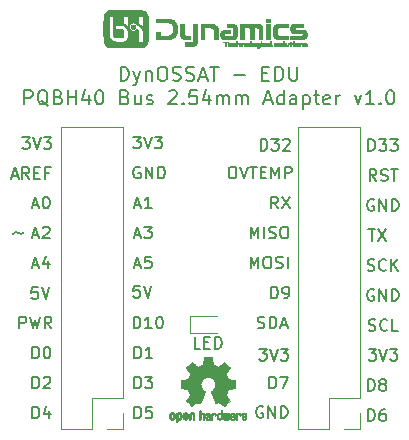
<source format=gbr>
G04 #@! TF.GenerationSoftware,KiCad,Pcbnew,(5.1.6)-1*
G04 #@! TF.CreationDate,2020-10-15T11:20:42+02:00*
G04 #@! TF.ProjectId,DynOSSAT-EDU-HeaderAdapter,44796e4f-5353-4415-942d-4544552d4865,rev?*
G04 #@! TF.SameCoordinates,Original*
G04 #@! TF.FileFunction,Legend,Top*
G04 #@! TF.FilePolarity,Positive*
%FSLAX46Y46*%
G04 Gerber Fmt 4.6, Leading zero omitted, Abs format (unit mm)*
G04 Created by KiCad (PCBNEW (5.1.6)-1) date 2020-10-15 11:20:42*
%MOMM*%
%LPD*%
G01*
G04 APERTURE LIST*
%ADD10C,0.150000*%
%ADD11C,0.200000*%
%ADD12C,0.010000*%
%ADD13C,0.120000*%
G04 APERTURE END LIST*
D10*
X134485142Y-111323380D02*
X134008952Y-111323380D01*
X134008952Y-110323380D01*
X134818476Y-110799571D02*
X135151809Y-110799571D01*
X135294666Y-111323380D02*
X134818476Y-111323380D01*
X134818476Y-110323380D01*
X135294666Y-110323380D01*
X135723238Y-111323380D02*
X135723238Y-110323380D01*
X135961333Y-110323380D01*
X136104190Y-110371000D01*
X136199428Y-110466238D01*
X136247047Y-110561476D01*
X136294666Y-110751952D01*
X136294666Y-110894809D01*
X136247047Y-111085285D01*
X136199428Y-111180523D01*
X136104190Y-111275761D01*
X135961333Y-111323380D01*
X135723238Y-111323380D01*
X118627590Y-101615857D02*
X118722828Y-101520619D01*
X118913304Y-101425380D01*
X119294257Y-101615857D01*
X119484733Y-101520619D01*
X119579971Y-101425380D01*
X148748904Y-111339380D02*
X149367952Y-111339380D01*
X149034619Y-111720333D01*
X149177476Y-111720333D01*
X149272714Y-111767952D01*
X149320333Y-111815571D01*
X149367952Y-111910809D01*
X149367952Y-112148904D01*
X149320333Y-112244142D01*
X149272714Y-112291761D01*
X149177476Y-112339380D01*
X148891761Y-112339380D01*
X148796523Y-112291761D01*
X148748904Y-112244142D01*
X149653666Y-111339380D02*
X149987000Y-112339380D01*
X150320333Y-111339380D01*
X150558428Y-111339380D02*
X151177476Y-111339380D01*
X150844142Y-111720333D01*
X150987000Y-111720333D01*
X151082238Y-111767952D01*
X151129857Y-111815571D01*
X151177476Y-111910809D01*
X151177476Y-112148904D01*
X151129857Y-112244142D01*
X151082238Y-112291761D01*
X150987000Y-112339380D01*
X150701285Y-112339380D01*
X150606047Y-112291761D01*
X150558428Y-112244142D01*
X139477904Y-111339380D02*
X140096952Y-111339380D01*
X139763619Y-111720333D01*
X139906476Y-111720333D01*
X140001714Y-111767952D01*
X140049333Y-111815571D01*
X140096952Y-111910809D01*
X140096952Y-112148904D01*
X140049333Y-112244142D01*
X140001714Y-112291761D01*
X139906476Y-112339380D01*
X139620761Y-112339380D01*
X139525523Y-112291761D01*
X139477904Y-112244142D01*
X140382666Y-111339380D02*
X140716000Y-112339380D01*
X141049333Y-111339380D01*
X141287428Y-111339380D02*
X141906476Y-111339380D01*
X141573142Y-111720333D01*
X141716000Y-111720333D01*
X141811238Y-111767952D01*
X141858857Y-111815571D01*
X141906476Y-111910809D01*
X141906476Y-112148904D01*
X141858857Y-112244142D01*
X141811238Y-112291761D01*
X141716000Y-112339380D01*
X141430285Y-112339380D01*
X141335047Y-112291761D01*
X141287428Y-112244142D01*
X139776295Y-116238400D02*
X139681057Y-116190780D01*
X139538200Y-116190780D01*
X139395342Y-116238400D01*
X139300104Y-116333638D01*
X139252485Y-116428876D01*
X139204866Y-116619352D01*
X139204866Y-116762209D01*
X139252485Y-116952685D01*
X139300104Y-117047923D01*
X139395342Y-117143161D01*
X139538200Y-117190780D01*
X139633438Y-117190780D01*
X139776295Y-117143161D01*
X139823914Y-117095542D01*
X139823914Y-116762209D01*
X139633438Y-116762209D01*
X140252485Y-117190780D02*
X140252485Y-116190780D01*
X140823914Y-117190780D01*
X140823914Y-116190780D01*
X141300104Y-117190780D02*
X141300104Y-116190780D01*
X141538200Y-116190780D01*
X141681057Y-116238400D01*
X141776295Y-116333638D01*
X141823914Y-116428876D01*
X141871533Y-116619352D01*
X141871533Y-116762209D01*
X141823914Y-116952685D01*
X141776295Y-117047923D01*
X141681057Y-117143161D01*
X141538200Y-117190780D01*
X141300104Y-117190780D01*
D11*
X127743885Y-88646057D02*
X127743885Y-87446057D01*
X128029600Y-87446057D01*
X128201028Y-87503200D01*
X128315314Y-87617485D01*
X128372457Y-87731771D01*
X128429600Y-87960342D01*
X128429600Y-88131771D01*
X128372457Y-88360342D01*
X128315314Y-88474628D01*
X128201028Y-88588914D01*
X128029600Y-88646057D01*
X127743885Y-88646057D01*
X128829600Y-87846057D02*
X129115314Y-88646057D01*
X129401028Y-87846057D02*
X129115314Y-88646057D01*
X129001028Y-88931771D01*
X128943885Y-88988914D01*
X128829600Y-89046057D01*
X129858171Y-87846057D02*
X129858171Y-88646057D01*
X129858171Y-87960342D02*
X129915314Y-87903200D01*
X130029600Y-87846057D01*
X130201028Y-87846057D01*
X130315314Y-87903200D01*
X130372457Y-88017485D01*
X130372457Y-88646057D01*
X131172457Y-87446057D02*
X131401028Y-87446057D01*
X131515314Y-87503200D01*
X131629600Y-87617485D01*
X131686742Y-87846057D01*
X131686742Y-88246057D01*
X131629600Y-88474628D01*
X131515314Y-88588914D01*
X131401028Y-88646057D01*
X131172457Y-88646057D01*
X131058171Y-88588914D01*
X130943885Y-88474628D01*
X130886742Y-88246057D01*
X130886742Y-87846057D01*
X130943885Y-87617485D01*
X131058171Y-87503200D01*
X131172457Y-87446057D01*
X132143885Y-88588914D02*
X132315314Y-88646057D01*
X132601028Y-88646057D01*
X132715314Y-88588914D01*
X132772457Y-88531771D01*
X132829600Y-88417485D01*
X132829600Y-88303200D01*
X132772457Y-88188914D01*
X132715314Y-88131771D01*
X132601028Y-88074628D01*
X132372457Y-88017485D01*
X132258171Y-87960342D01*
X132201028Y-87903200D01*
X132143885Y-87788914D01*
X132143885Y-87674628D01*
X132201028Y-87560342D01*
X132258171Y-87503200D01*
X132372457Y-87446057D01*
X132658171Y-87446057D01*
X132829600Y-87503200D01*
X133286742Y-88588914D02*
X133458171Y-88646057D01*
X133743885Y-88646057D01*
X133858171Y-88588914D01*
X133915314Y-88531771D01*
X133972457Y-88417485D01*
X133972457Y-88303200D01*
X133915314Y-88188914D01*
X133858171Y-88131771D01*
X133743885Y-88074628D01*
X133515314Y-88017485D01*
X133401028Y-87960342D01*
X133343885Y-87903200D01*
X133286742Y-87788914D01*
X133286742Y-87674628D01*
X133343885Y-87560342D01*
X133401028Y-87503200D01*
X133515314Y-87446057D01*
X133801028Y-87446057D01*
X133972457Y-87503200D01*
X134429600Y-88303200D02*
X135001028Y-88303200D01*
X134315314Y-88646057D02*
X134715314Y-87446057D01*
X135115314Y-88646057D01*
X135343885Y-87446057D02*
X136029600Y-87446057D01*
X135686742Y-88646057D02*
X135686742Y-87446057D01*
X137343885Y-88188914D02*
X138258171Y-88188914D01*
X139743885Y-88017485D02*
X140143885Y-88017485D01*
X140315314Y-88646057D02*
X139743885Y-88646057D01*
X139743885Y-87446057D01*
X140315314Y-87446057D01*
X140829600Y-88646057D02*
X140829600Y-87446057D01*
X141115314Y-87446057D01*
X141286742Y-87503200D01*
X141401028Y-87617485D01*
X141458171Y-87731771D01*
X141515314Y-87960342D01*
X141515314Y-88131771D01*
X141458171Y-88360342D01*
X141401028Y-88474628D01*
X141286742Y-88588914D01*
X141115314Y-88646057D01*
X140829600Y-88646057D01*
X142029600Y-87446057D02*
X142029600Y-88417485D01*
X142086742Y-88531771D01*
X142143885Y-88588914D01*
X142258171Y-88646057D01*
X142486742Y-88646057D01*
X142601028Y-88588914D01*
X142658171Y-88531771D01*
X142715314Y-88417485D01*
X142715314Y-87446057D01*
X119601028Y-90646057D02*
X119601028Y-89446057D01*
X120058171Y-89446057D01*
X120172457Y-89503200D01*
X120229600Y-89560342D01*
X120286742Y-89674628D01*
X120286742Y-89846057D01*
X120229600Y-89960342D01*
X120172457Y-90017485D01*
X120058171Y-90074628D01*
X119601028Y-90074628D01*
X121601028Y-90760342D02*
X121486742Y-90703200D01*
X121372457Y-90588914D01*
X121201028Y-90417485D01*
X121086742Y-90360342D01*
X120972457Y-90360342D01*
X121029600Y-90646057D02*
X120915314Y-90588914D01*
X120801028Y-90474628D01*
X120743885Y-90246057D01*
X120743885Y-89846057D01*
X120801028Y-89617485D01*
X120915314Y-89503200D01*
X121029600Y-89446057D01*
X121258171Y-89446057D01*
X121372457Y-89503200D01*
X121486742Y-89617485D01*
X121543885Y-89846057D01*
X121543885Y-90246057D01*
X121486742Y-90474628D01*
X121372457Y-90588914D01*
X121258171Y-90646057D01*
X121029600Y-90646057D01*
X122458171Y-90017485D02*
X122629600Y-90074628D01*
X122686742Y-90131771D01*
X122743885Y-90246057D01*
X122743885Y-90417485D01*
X122686742Y-90531771D01*
X122629600Y-90588914D01*
X122515314Y-90646057D01*
X122058171Y-90646057D01*
X122058171Y-89446057D01*
X122458171Y-89446057D01*
X122572457Y-89503200D01*
X122629600Y-89560342D01*
X122686742Y-89674628D01*
X122686742Y-89788914D01*
X122629600Y-89903200D01*
X122572457Y-89960342D01*
X122458171Y-90017485D01*
X122058171Y-90017485D01*
X123258171Y-90646057D02*
X123258171Y-89446057D01*
X123258171Y-90017485D02*
X123943885Y-90017485D01*
X123943885Y-90646057D02*
X123943885Y-89446057D01*
X125029600Y-89846057D02*
X125029600Y-90646057D01*
X124743885Y-89388914D02*
X124458171Y-90246057D01*
X125201028Y-90246057D01*
X125886742Y-89446057D02*
X126001028Y-89446057D01*
X126115314Y-89503200D01*
X126172457Y-89560342D01*
X126229600Y-89674628D01*
X126286742Y-89903200D01*
X126286742Y-90188914D01*
X126229600Y-90417485D01*
X126172457Y-90531771D01*
X126115314Y-90588914D01*
X126001028Y-90646057D01*
X125886742Y-90646057D01*
X125772457Y-90588914D01*
X125715314Y-90531771D01*
X125658171Y-90417485D01*
X125601028Y-90188914D01*
X125601028Y-89903200D01*
X125658171Y-89674628D01*
X125715314Y-89560342D01*
X125772457Y-89503200D01*
X125886742Y-89446057D01*
X128115314Y-90017485D02*
X128286742Y-90074628D01*
X128343885Y-90131771D01*
X128401028Y-90246057D01*
X128401028Y-90417485D01*
X128343885Y-90531771D01*
X128286742Y-90588914D01*
X128172457Y-90646057D01*
X127715314Y-90646057D01*
X127715314Y-89446057D01*
X128115314Y-89446057D01*
X128229600Y-89503200D01*
X128286742Y-89560342D01*
X128343885Y-89674628D01*
X128343885Y-89788914D01*
X128286742Y-89903200D01*
X128229600Y-89960342D01*
X128115314Y-90017485D01*
X127715314Y-90017485D01*
X129429600Y-89846057D02*
X129429600Y-90646057D01*
X128915314Y-89846057D02*
X128915314Y-90474628D01*
X128972457Y-90588914D01*
X129086742Y-90646057D01*
X129258171Y-90646057D01*
X129372457Y-90588914D01*
X129429600Y-90531771D01*
X129943885Y-90588914D02*
X130058171Y-90646057D01*
X130286742Y-90646057D01*
X130401028Y-90588914D01*
X130458171Y-90474628D01*
X130458171Y-90417485D01*
X130401028Y-90303200D01*
X130286742Y-90246057D01*
X130115314Y-90246057D01*
X130001028Y-90188914D01*
X129943885Y-90074628D01*
X129943885Y-90017485D01*
X130001028Y-89903200D01*
X130115314Y-89846057D01*
X130286742Y-89846057D01*
X130401028Y-89903200D01*
X131829600Y-89560342D02*
X131886742Y-89503200D01*
X132001028Y-89446057D01*
X132286742Y-89446057D01*
X132401028Y-89503200D01*
X132458171Y-89560342D01*
X132515314Y-89674628D01*
X132515314Y-89788914D01*
X132458171Y-89960342D01*
X131772457Y-90646057D01*
X132515314Y-90646057D01*
X133029600Y-90531771D02*
X133086742Y-90588914D01*
X133029600Y-90646057D01*
X132972457Y-90588914D01*
X133029600Y-90531771D01*
X133029600Y-90646057D01*
X134172457Y-89446057D02*
X133601028Y-89446057D01*
X133543885Y-90017485D01*
X133601028Y-89960342D01*
X133715314Y-89903200D01*
X134001028Y-89903200D01*
X134115314Y-89960342D01*
X134172457Y-90017485D01*
X134229600Y-90131771D01*
X134229600Y-90417485D01*
X134172457Y-90531771D01*
X134115314Y-90588914D01*
X134001028Y-90646057D01*
X133715314Y-90646057D01*
X133601028Y-90588914D01*
X133543885Y-90531771D01*
X135258171Y-89846057D02*
X135258171Y-90646057D01*
X134972457Y-89388914D02*
X134686742Y-90246057D01*
X135429600Y-90246057D01*
X135886742Y-90646057D02*
X135886742Y-89846057D01*
X135886742Y-89960342D02*
X135943885Y-89903200D01*
X136058171Y-89846057D01*
X136229600Y-89846057D01*
X136343885Y-89903200D01*
X136401028Y-90017485D01*
X136401028Y-90646057D01*
X136401028Y-90017485D02*
X136458171Y-89903200D01*
X136572457Y-89846057D01*
X136743885Y-89846057D01*
X136858171Y-89903200D01*
X136915314Y-90017485D01*
X136915314Y-90646057D01*
X137486742Y-90646057D02*
X137486742Y-89846057D01*
X137486742Y-89960342D02*
X137543885Y-89903200D01*
X137658171Y-89846057D01*
X137829600Y-89846057D01*
X137943885Y-89903200D01*
X138001028Y-90017485D01*
X138001028Y-90646057D01*
X138001028Y-90017485D02*
X138058171Y-89903200D01*
X138172457Y-89846057D01*
X138343885Y-89846057D01*
X138458171Y-89903200D01*
X138515314Y-90017485D01*
X138515314Y-90646057D01*
X139943885Y-90303200D02*
X140515314Y-90303200D01*
X139829600Y-90646057D02*
X140229600Y-89446057D01*
X140629600Y-90646057D01*
X141543885Y-90646057D02*
X141543885Y-89446057D01*
X141543885Y-90588914D02*
X141429600Y-90646057D01*
X141201028Y-90646057D01*
X141086742Y-90588914D01*
X141029600Y-90531771D01*
X140972457Y-90417485D01*
X140972457Y-90074628D01*
X141029600Y-89960342D01*
X141086742Y-89903200D01*
X141201028Y-89846057D01*
X141429600Y-89846057D01*
X141543885Y-89903200D01*
X142629600Y-90646057D02*
X142629600Y-90017485D01*
X142572457Y-89903200D01*
X142458171Y-89846057D01*
X142229600Y-89846057D01*
X142115314Y-89903200D01*
X142629600Y-90588914D02*
X142515314Y-90646057D01*
X142229600Y-90646057D01*
X142115314Y-90588914D01*
X142058171Y-90474628D01*
X142058171Y-90360342D01*
X142115314Y-90246057D01*
X142229600Y-90188914D01*
X142515314Y-90188914D01*
X142629600Y-90131771D01*
X143201028Y-89846057D02*
X143201028Y-91046057D01*
X143201028Y-89903200D02*
X143315314Y-89846057D01*
X143543885Y-89846057D01*
X143658171Y-89903200D01*
X143715314Y-89960342D01*
X143772457Y-90074628D01*
X143772457Y-90417485D01*
X143715314Y-90531771D01*
X143658171Y-90588914D01*
X143543885Y-90646057D01*
X143315314Y-90646057D01*
X143201028Y-90588914D01*
X144115314Y-89846057D02*
X144572457Y-89846057D01*
X144286742Y-89446057D02*
X144286742Y-90474628D01*
X144343885Y-90588914D01*
X144458171Y-90646057D01*
X144572457Y-90646057D01*
X145429600Y-90588914D02*
X145315314Y-90646057D01*
X145086742Y-90646057D01*
X144972457Y-90588914D01*
X144915314Y-90474628D01*
X144915314Y-90017485D01*
X144972457Y-89903200D01*
X145086742Y-89846057D01*
X145315314Y-89846057D01*
X145429600Y-89903200D01*
X145486742Y-90017485D01*
X145486742Y-90131771D01*
X144915314Y-90246057D01*
X146001028Y-90646057D02*
X146001028Y-89846057D01*
X146001028Y-90074628D02*
X146058171Y-89960342D01*
X146115314Y-89903200D01*
X146229600Y-89846057D01*
X146343885Y-89846057D01*
X147543885Y-89846057D02*
X147829600Y-90646057D01*
X148115314Y-89846057D01*
X149201028Y-90646057D02*
X148515314Y-90646057D01*
X148858171Y-90646057D02*
X148858171Y-89446057D01*
X148743885Y-89617485D01*
X148629600Y-89731771D01*
X148515314Y-89788914D01*
X149715314Y-90531771D02*
X149772457Y-90588914D01*
X149715314Y-90646057D01*
X149658171Y-90588914D01*
X149715314Y-90531771D01*
X149715314Y-90646057D01*
X150515314Y-89446057D02*
X150629600Y-89446057D01*
X150743885Y-89503200D01*
X150801028Y-89560342D01*
X150858171Y-89674628D01*
X150915314Y-89903200D01*
X150915314Y-90188914D01*
X150858171Y-90417485D01*
X150801028Y-90531771D01*
X150743885Y-90588914D01*
X150629600Y-90646057D01*
X150515314Y-90646057D01*
X150401028Y-90588914D01*
X150343885Y-90531771D01*
X150286742Y-90417485D01*
X150229600Y-90188914D01*
X150229600Y-89903200D01*
X150286742Y-89674628D01*
X150343885Y-89560342D01*
X150401028Y-89503200D01*
X150515314Y-89446057D01*
D10*
X120267504Y-117241580D02*
X120267504Y-116241580D01*
X120505600Y-116241580D01*
X120648457Y-116289200D01*
X120743695Y-116384438D01*
X120791314Y-116479676D01*
X120838933Y-116670152D01*
X120838933Y-116813009D01*
X120791314Y-117003485D01*
X120743695Y-117098723D01*
X120648457Y-117193961D01*
X120505600Y-117241580D01*
X120267504Y-117241580D01*
X121696076Y-116574914D02*
X121696076Y-117241580D01*
X121457980Y-116193961D02*
X121219885Y-116908247D01*
X121838933Y-116908247D01*
X120267504Y-114701580D02*
X120267504Y-113701580D01*
X120505600Y-113701580D01*
X120648457Y-113749200D01*
X120743695Y-113844438D01*
X120791314Y-113939676D01*
X120838933Y-114130152D01*
X120838933Y-114273009D01*
X120791314Y-114463485D01*
X120743695Y-114558723D01*
X120648457Y-114653961D01*
X120505600Y-114701580D01*
X120267504Y-114701580D01*
X121219885Y-113796819D02*
X121267504Y-113749200D01*
X121362742Y-113701580D01*
X121600838Y-113701580D01*
X121696076Y-113749200D01*
X121743695Y-113796819D01*
X121791314Y-113892057D01*
X121791314Y-113987295D01*
X121743695Y-114130152D01*
X121172266Y-114701580D01*
X121791314Y-114701580D01*
X120267504Y-112161580D02*
X120267504Y-111161580D01*
X120505600Y-111161580D01*
X120648457Y-111209200D01*
X120743695Y-111304438D01*
X120791314Y-111399676D01*
X120838933Y-111590152D01*
X120838933Y-111733009D01*
X120791314Y-111923485D01*
X120743695Y-112018723D01*
X120648457Y-112113961D01*
X120505600Y-112161580D01*
X120267504Y-112161580D01*
X121457980Y-111161580D02*
X121553219Y-111161580D01*
X121648457Y-111209200D01*
X121696076Y-111256819D01*
X121743695Y-111352057D01*
X121791314Y-111542533D01*
X121791314Y-111780628D01*
X121743695Y-111971104D01*
X121696076Y-112066342D01*
X121648457Y-112113961D01*
X121553219Y-112161580D01*
X121457980Y-112161580D01*
X121362742Y-112113961D01*
X121315123Y-112066342D01*
X121267504Y-111971104D01*
X121219885Y-111780628D01*
X121219885Y-111542533D01*
X121267504Y-111352057D01*
X121315123Y-111256819D01*
X121362742Y-111209200D01*
X121457980Y-111161580D01*
X119164266Y-109621580D02*
X119164266Y-108621580D01*
X119545219Y-108621580D01*
X119640457Y-108669200D01*
X119688076Y-108716819D01*
X119735695Y-108812057D01*
X119735695Y-108954914D01*
X119688076Y-109050152D01*
X119640457Y-109097771D01*
X119545219Y-109145390D01*
X119164266Y-109145390D01*
X120069028Y-108621580D02*
X120307123Y-109621580D01*
X120497600Y-108907295D01*
X120688076Y-109621580D01*
X120926171Y-108621580D01*
X121878552Y-109621580D02*
X121545219Y-109145390D01*
X121307123Y-109621580D02*
X121307123Y-108621580D01*
X121688076Y-108621580D01*
X121783314Y-108669200D01*
X121830933Y-108716819D01*
X121878552Y-108812057D01*
X121878552Y-108954914D01*
X121830933Y-109050152D01*
X121783314Y-109097771D01*
X121688076Y-109145390D01*
X121307123Y-109145390D01*
X120713523Y-106132380D02*
X120237333Y-106132380D01*
X120189714Y-106608571D01*
X120237333Y-106560952D01*
X120332571Y-106513333D01*
X120570666Y-106513333D01*
X120665904Y-106560952D01*
X120713523Y-106608571D01*
X120761142Y-106703809D01*
X120761142Y-106941904D01*
X120713523Y-107037142D01*
X120665904Y-107084761D01*
X120570666Y-107132380D01*
X120332571Y-107132380D01*
X120237333Y-107084761D01*
X120189714Y-107037142D01*
X121046857Y-106132380D02*
X121380190Y-107132380D01*
X121713523Y-106132380D01*
X120291314Y-104255866D02*
X120767504Y-104255866D01*
X120196076Y-104541580D02*
X120529409Y-103541580D01*
X120862742Y-104541580D01*
X121624647Y-103874914D02*
X121624647Y-104541580D01*
X121386552Y-103493961D02*
X121148457Y-104208247D01*
X121767504Y-104208247D01*
X120291314Y-101715866D02*
X120767504Y-101715866D01*
X120196076Y-102001580D02*
X120529409Y-101001580D01*
X120862742Y-102001580D01*
X121148457Y-101096819D02*
X121196076Y-101049200D01*
X121291314Y-101001580D01*
X121529409Y-101001580D01*
X121624647Y-101049200D01*
X121672266Y-101096819D01*
X121719885Y-101192057D01*
X121719885Y-101287295D01*
X121672266Y-101430152D01*
X121100838Y-102001580D01*
X121719885Y-102001580D01*
X120291314Y-99175866D02*
X120767504Y-99175866D01*
X120196076Y-99461580D02*
X120529409Y-98461580D01*
X120862742Y-99461580D01*
X121386552Y-98461580D02*
X121481790Y-98461580D01*
X121577028Y-98509200D01*
X121624647Y-98556819D01*
X121672266Y-98652057D01*
X121719885Y-98842533D01*
X121719885Y-99080628D01*
X121672266Y-99271104D01*
X121624647Y-99366342D01*
X121577028Y-99413961D01*
X121481790Y-99461580D01*
X121386552Y-99461580D01*
X121291314Y-99413961D01*
X121243695Y-99366342D01*
X121196076Y-99271104D01*
X121148457Y-99080628D01*
X121148457Y-98842533D01*
X121196076Y-98652057D01*
X121243695Y-98556819D01*
X121291314Y-98509200D01*
X121386552Y-98461580D01*
X118522952Y-96686666D02*
X118999142Y-96686666D01*
X118427714Y-96972380D02*
X118761047Y-95972380D01*
X119094380Y-96972380D01*
X119999142Y-96972380D02*
X119665809Y-96496190D01*
X119427714Y-96972380D02*
X119427714Y-95972380D01*
X119808666Y-95972380D01*
X119903904Y-96020000D01*
X119951523Y-96067619D01*
X119999142Y-96162857D01*
X119999142Y-96305714D01*
X119951523Y-96400952D01*
X119903904Y-96448571D01*
X119808666Y-96496190D01*
X119427714Y-96496190D01*
X120427714Y-96448571D02*
X120761047Y-96448571D01*
X120903904Y-96972380D02*
X120427714Y-96972380D01*
X120427714Y-95972380D01*
X120903904Y-95972380D01*
X121665809Y-96448571D02*
X121332476Y-96448571D01*
X121332476Y-96972380D02*
X121332476Y-95972380D01*
X121808666Y-95972380D01*
X119411904Y-93432380D02*
X120030952Y-93432380D01*
X119697619Y-93813333D01*
X119840476Y-93813333D01*
X119935714Y-93860952D01*
X119983333Y-93908571D01*
X120030952Y-94003809D01*
X120030952Y-94241904D01*
X119983333Y-94337142D01*
X119935714Y-94384761D01*
X119840476Y-94432380D01*
X119554761Y-94432380D01*
X119459523Y-94384761D01*
X119411904Y-94337142D01*
X120316666Y-93432380D02*
X120650000Y-94432380D01*
X120983333Y-93432380D01*
X121221428Y-93432380D02*
X121840476Y-93432380D01*
X121507142Y-93813333D01*
X121650000Y-93813333D01*
X121745238Y-93860952D01*
X121792857Y-93908571D01*
X121840476Y-94003809D01*
X121840476Y-94241904D01*
X121792857Y-94337142D01*
X121745238Y-94384761D01*
X121650000Y-94432380D01*
X121364285Y-94432380D01*
X121269047Y-94384761D01*
X121221428Y-94337142D01*
X128809904Y-93381580D02*
X129428952Y-93381580D01*
X129095619Y-93762533D01*
X129238476Y-93762533D01*
X129333714Y-93810152D01*
X129381333Y-93857771D01*
X129428952Y-93953009D01*
X129428952Y-94191104D01*
X129381333Y-94286342D01*
X129333714Y-94333961D01*
X129238476Y-94381580D01*
X128952761Y-94381580D01*
X128857523Y-94333961D01*
X128809904Y-94286342D01*
X129714666Y-93381580D02*
X130048000Y-94381580D01*
X130381333Y-93381580D01*
X130619428Y-93381580D02*
X131238476Y-93381580D01*
X130905142Y-93762533D01*
X131048000Y-93762533D01*
X131143238Y-93810152D01*
X131190857Y-93857771D01*
X131238476Y-93953009D01*
X131238476Y-94191104D01*
X131190857Y-94286342D01*
X131143238Y-94333961D01*
X131048000Y-94381580D01*
X130762285Y-94381580D01*
X130667047Y-94333961D01*
X130619428Y-94286342D01*
X129387695Y-95969200D02*
X129292457Y-95921580D01*
X129149600Y-95921580D01*
X129006742Y-95969200D01*
X128911504Y-96064438D01*
X128863885Y-96159676D01*
X128816266Y-96350152D01*
X128816266Y-96493009D01*
X128863885Y-96683485D01*
X128911504Y-96778723D01*
X129006742Y-96873961D01*
X129149600Y-96921580D01*
X129244838Y-96921580D01*
X129387695Y-96873961D01*
X129435314Y-96826342D01*
X129435314Y-96493009D01*
X129244838Y-96493009D01*
X129863885Y-96921580D02*
X129863885Y-95921580D01*
X130435314Y-96921580D01*
X130435314Y-95921580D01*
X130911504Y-96921580D02*
X130911504Y-95921580D01*
X131149600Y-95921580D01*
X131292457Y-95969200D01*
X131387695Y-96064438D01*
X131435314Y-96159676D01*
X131482933Y-96350152D01*
X131482933Y-96493009D01*
X131435314Y-96683485D01*
X131387695Y-96778723D01*
X131292457Y-96873961D01*
X131149600Y-96921580D01*
X130911504Y-96921580D01*
X128927314Y-99175866D02*
X129403504Y-99175866D01*
X128832076Y-99461580D02*
X129165409Y-98461580D01*
X129498742Y-99461580D01*
X130355885Y-99461580D02*
X129784457Y-99461580D01*
X130070171Y-99461580D02*
X130070171Y-98461580D01*
X129974933Y-98604438D01*
X129879695Y-98699676D01*
X129784457Y-98747295D01*
X128927314Y-101715866D02*
X129403504Y-101715866D01*
X128832076Y-102001580D02*
X129165409Y-101001580D01*
X129498742Y-102001580D01*
X129736838Y-101001580D02*
X130355885Y-101001580D01*
X130022552Y-101382533D01*
X130165409Y-101382533D01*
X130260647Y-101430152D01*
X130308266Y-101477771D01*
X130355885Y-101573009D01*
X130355885Y-101811104D01*
X130308266Y-101906342D01*
X130260647Y-101953961D01*
X130165409Y-102001580D01*
X129879695Y-102001580D01*
X129784457Y-101953961D01*
X129736838Y-101906342D01*
X128927314Y-104255866D02*
X129403504Y-104255866D01*
X128832076Y-104541580D02*
X129165409Y-103541580D01*
X129498742Y-104541580D01*
X130308266Y-103541580D02*
X129832076Y-103541580D01*
X129784457Y-104017771D01*
X129832076Y-103970152D01*
X129927314Y-103922533D01*
X130165409Y-103922533D01*
X130260647Y-103970152D01*
X130308266Y-104017771D01*
X130355885Y-104113009D01*
X130355885Y-104351104D01*
X130308266Y-104446342D01*
X130260647Y-104493961D01*
X130165409Y-104541580D01*
X129927314Y-104541580D01*
X129832076Y-104493961D01*
X129784457Y-104446342D01*
X129349523Y-106005380D02*
X128873333Y-106005380D01*
X128825714Y-106481571D01*
X128873333Y-106433952D01*
X128968571Y-106386333D01*
X129206666Y-106386333D01*
X129301904Y-106433952D01*
X129349523Y-106481571D01*
X129397142Y-106576809D01*
X129397142Y-106814904D01*
X129349523Y-106910142D01*
X129301904Y-106957761D01*
X129206666Y-107005380D01*
X128968571Y-107005380D01*
X128873333Y-106957761D01*
X128825714Y-106910142D01*
X129682857Y-106005380D02*
X130016190Y-107005380D01*
X130349523Y-106005380D01*
X128833714Y-109621580D02*
X128833714Y-108621580D01*
X129071809Y-108621580D01*
X129214666Y-108669200D01*
X129309904Y-108764438D01*
X129357523Y-108859676D01*
X129405142Y-109050152D01*
X129405142Y-109193009D01*
X129357523Y-109383485D01*
X129309904Y-109478723D01*
X129214666Y-109573961D01*
X129071809Y-109621580D01*
X128833714Y-109621580D01*
X130357523Y-109621580D02*
X129786095Y-109621580D01*
X130071809Y-109621580D02*
X130071809Y-108621580D01*
X129976571Y-108764438D01*
X129881333Y-108859676D01*
X129786095Y-108907295D01*
X130976571Y-108621580D02*
X131071809Y-108621580D01*
X131167047Y-108669200D01*
X131214666Y-108716819D01*
X131262285Y-108812057D01*
X131309904Y-109002533D01*
X131309904Y-109240628D01*
X131262285Y-109431104D01*
X131214666Y-109526342D01*
X131167047Y-109573961D01*
X131071809Y-109621580D01*
X130976571Y-109621580D01*
X130881333Y-109573961D01*
X130833714Y-109526342D01*
X130786095Y-109431104D01*
X130738476Y-109240628D01*
X130738476Y-109002533D01*
X130786095Y-108812057D01*
X130833714Y-108716819D01*
X130881333Y-108669200D01*
X130976571Y-108621580D01*
X128903504Y-112161580D02*
X128903504Y-111161580D01*
X129141600Y-111161580D01*
X129284457Y-111209200D01*
X129379695Y-111304438D01*
X129427314Y-111399676D01*
X129474933Y-111590152D01*
X129474933Y-111733009D01*
X129427314Y-111923485D01*
X129379695Y-112018723D01*
X129284457Y-112113961D01*
X129141600Y-112161580D01*
X128903504Y-112161580D01*
X130427314Y-112161580D02*
X129855885Y-112161580D01*
X130141600Y-112161580D02*
X130141600Y-111161580D01*
X130046361Y-111304438D01*
X129951123Y-111399676D01*
X129855885Y-111447295D01*
X128903504Y-114701580D02*
X128903504Y-113701580D01*
X129141600Y-113701580D01*
X129284457Y-113749200D01*
X129379695Y-113844438D01*
X129427314Y-113939676D01*
X129474933Y-114130152D01*
X129474933Y-114273009D01*
X129427314Y-114463485D01*
X129379695Y-114558723D01*
X129284457Y-114653961D01*
X129141600Y-114701580D01*
X128903504Y-114701580D01*
X129808266Y-113701580D02*
X130427314Y-113701580D01*
X130093980Y-114082533D01*
X130236838Y-114082533D01*
X130332076Y-114130152D01*
X130379695Y-114177771D01*
X130427314Y-114273009D01*
X130427314Y-114511104D01*
X130379695Y-114606342D01*
X130332076Y-114653961D01*
X130236838Y-114701580D01*
X129951123Y-114701580D01*
X129855885Y-114653961D01*
X129808266Y-114606342D01*
X128903504Y-117241580D02*
X128903504Y-116241580D01*
X129141600Y-116241580D01*
X129284457Y-116289200D01*
X129379695Y-116384438D01*
X129427314Y-116479676D01*
X129474933Y-116670152D01*
X129474933Y-116813009D01*
X129427314Y-117003485D01*
X129379695Y-117098723D01*
X129284457Y-117193961D01*
X129141600Y-117241580D01*
X128903504Y-117241580D01*
X130379695Y-116241580D02*
X129903504Y-116241580D01*
X129855885Y-116717771D01*
X129903504Y-116670152D01*
X129998742Y-116622533D01*
X130236838Y-116622533D01*
X130332076Y-116670152D01*
X130379695Y-116717771D01*
X130427314Y-116813009D01*
X130427314Y-117051104D01*
X130379695Y-117146342D01*
X130332076Y-117193961D01*
X130236838Y-117241580D01*
X129998742Y-117241580D01*
X129903504Y-117193961D01*
X129855885Y-117146342D01*
X148690104Y-114904780D02*
X148690104Y-113904780D01*
X148928200Y-113904780D01*
X149071057Y-113952400D01*
X149166295Y-114047638D01*
X149213914Y-114142876D01*
X149261533Y-114333352D01*
X149261533Y-114476209D01*
X149213914Y-114666685D01*
X149166295Y-114761923D01*
X149071057Y-114857161D01*
X148928200Y-114904780D01*
X148690104Y-114904780D01*
X149832961Y-114333352D02*
X149737723Y-114285733D01*
X149690104Y-114238114D01*
X149642485Y-114142876D01*
X149642485Y-114095257D01*
X149690104Y-114000019D01*
X149737723Y-113952400D01*
X149832961Y-113904780D01*
X150023438Y-113904780D01*
X150118676Y-113952400D01*
X150166295Y-114000019D01*
X150213914Y-114095257D01*
X150213914Y-114142876D01*
X150166295Y-114238114D01*
X150118676Y-114285733D01*
X150023438Y-114333352D01*
X149832961Y-114333352D01*
X149737723Y-114380971D01*
X149690104Y-114428590D01*
X149642485Y-114523828D01*
X149642485Y-114714304D01*
X149690104Y-114809542D01*
X149737723Y-114857161D01*
X149832961Y-114904780D01*
X150023438Y-114904780D01*
X150118676Y-114857161D01*
X150166295Y-114809542D01*
X150213914Y-114714304D01*
X150213914Y-114523828D01*
X150166295Y-114428590D01*
X150118676Y-114380971D01*
X150023438Y-114333352D01*
X148745723Y-109777161D02*
X148888580Y-109824780D01*
X149126676Y-109824780D01*
X149221914Y-109777161D01*
X149269533Y-109729542D01*
X149317152Y-109634304D01*
X149317152Y-109539066D01*
X149269533Y-109443828D01*
X149221914Y-109396209D01*
X149126676Y-109348590D01*
X148936200Y-109300971D01*
X148840961Y-109253352D01*
X148793342Y-109205733D01*
X148745723Y-109110495D01*
X148745723Y-109015257D01*
X148793342Y-108920019D01*
X148840961Y-108872400D01*
X148936200Y-108824780D01*
X149174295Y-108824780D01*
X149317152Y-108872400D01*
X150317152Y-109729542D02*
X150269533Y-109777161D01*
X150126676Y-109824780D01*
X150031438Y-109824780D01*
X149888580Y-109777161D01*
X149793342Y-109681923D01*
X149745723Y-109586685D01*
X149698104Y-109396209D01*
X149698104Y-109253352D01*
X149745723Y-109062876D01*
X149793342Y-108967638D01*
X149888580Y-108872400D01*
X150031438Y-108824780D01*
X150126676Y-108824780D01*
X150269533Y-108872400D01*
X150317152Y-108920019D01*
X151221914Y-109824780D02*
X150745723Y-109824780D01*
X150745723Y-108824780D01*
X149174295Y-106332400D02*
X149079057Y-106284780D01*
X148936200Y-106284780D01*
X148793342Y-106332400D01*
X148698104Y-106427638D01*
X148650485Y-106522876D01*
X148602866Y-106713352D01*
X148602866Y-106856209D01*
X148650485Y-107046685D01*
X148698104Y-107141923D01*
X148793342Y-107237161D01*
X148936200Y-107284780D01*
X149031438Y-107284780D01*
X149174295Y-107237161D01*
X149221914Y-107189542D01*
X149221914Y-106856209D01*
X149031438Y-106856209D01*
X149650485Y-107284780D02*
X149650485Y-106284780D01*
X150221914Y-107284780D01*
X150221914Y-106284780D01*
X150698104Y-107284780D02*
X150698104Y-106284780D01*
X150936200Y-106284780D01*
X151079057Y-106332400D01*
X151174295Y-106427638D01*
X151221914Y-106522876D01*
X151269533Y-106713352D01*
X151269533Y-106856209D01*
X151221914Y-107046685D01*
X151174295Y-107141923D01*
X151079057Y-107237161D01*
X150936200Y-107284780D01*
X150698104Y-107284780D01*
X149174295Y-98712400D02*
X149079057Y-98664780D01*
X148936200Y-98664780D01*
X148793342Y-98712400D01*
X148698104Y-98807638D01*
X148650485Y-98902876D01*
X148602866Y-99093352D01*
X148602866Y-99236209D01*
X148650485Y-99426685D01*
X148698104Y-99521923D01*
X148793342Y-99617161D01*
X148936200Y-99664780D01*
X149031438Y-99664780D01*
X149174295Y-99617161D01*
X149221914Y-99569542D01*
X149221914Y-99236209D01*
X149031438Y-99236209D01*
X149650485Y-99664780D02*
X149650485Y-98664780D01*
X150221914Y-99664780D01*
X150221914Y-98664780D01*
X150698104Y-99664780D02*
X150698104Y-98664780D01*
X150936200Y-98664780D01*
X151079057Y-98712400D01*
X151174295Y-98807638D01*
X151221914Y-98902876D01*
X151269533Y-99093352D01*
X151269533Y-99236209D01*
X151221914Y-99426685D01*
X151174295Y-99521923D01*
X151079057Y-99617161D01*
X150936200Y-99664780D01*
X150698104Y-99664780D01*
X148690104Y-117444780D02*
X148690104Y-116444780D01*
X148928200Y-116444780D01*
X149071057Y-116492400D01*
X149166295Y-116587638D01*
X149213914Y-116682876D01*
X149261533Y-116873352D01*
X149261533Y-117016209D01*
X149213914Y-117206685D01*
X149166295Y-117301923D01*
X149071057Y-117397161D01*
X148928200Y-117444780D01*
X148690104Y-117444780D01*
X150118676Y-116444780D02*
X149928200Y-116444780D01*
X149832961Y-116492400D01*
X149785342Y-116540019D01*
X149690104Y-116682876D01*
X149642485Y-116873352D01*
X149642485Y-117254304D01*
X149690104Y-117349542D01*
X149737723Y-117397161D01*
X149832961Y-117444780D01*
X150023438Y-117444780D01*
X150118676Y-117397161D01*
X150166295Y-117349542D01*
X150213914Y-117254304D01*
X150213914Y-117016209D01*
X150166295Y-116920971D01*
X150118676Y-116873352D01*
X150023438Y-116825733D01*
X149832961Y-116825733D01*
X149737723Y-116873352D01*
X149690104Y-116920971D01*
X149642485Y-117016209D01*
X140333504Y-114701580D02*
X140333504Y-113701580D01*
X140571600Y-113701580D01*
X140714457Y-113749200D01*
X140809695Y-113844438D01*
X140857314Y-113939676D01*
X140904933Y-114130152D01*
X140904933Y-114273009D01*
X140857314Y-114463485D01*
X140809695Y-114558723D01*
X140714457Y-114653961D01*
X140571600Y-114701580D01*
X140333504Y-114701580D01*
X141238266Y-113701580D02*
X141904933Y-113701580D01*
X141476361Y-114701580D01*
X139349314Y-109573961D02*
X139492171Y-109621580D01*
X139730266Y-109621580D01*
X139825504Y-109573961D01*
X139873123Y-109526342D01*
X139920742Y-109431104D01*
X139920742Y-109335866D01*
X139873123Y-109240628D01*
X139825504Y-109193009D01*
X139730266Y-109145390D01*
X139539790Y-109097771D01*
X139444552Y-109050152D01*
X139396933Y-109002533D01*
X139349314Y-108907295D01*
X139349314Y-108812057D01*
X139396933Y-108716819D01*
X139444552Y-108669200D01*
X139539790Y-108621580D01*
X139777885Y-108621580D01*
X139920742Y-108669200D01*
X140349314Y-109621580D02*
X140349314Y-108621580D01*
X140587409Y-108621580D01*
X140730266Y-108669200D01*
X140825504Y-108764438D01*
X140873123Y-108859676D01*
X140920742Y-109050152D01*
X140920742Y-109193009D01*
X140873123Y-109383485D01*
X140825504Y-109478723D01*
X140730266Y-109573961D01*
X140587409Y-109621580D01*
X140349314Y-109621580D01*
X141301695Y-109335866D02*
X141777885Y-109335866D01*
X141206457Y-109621580D02*
X141539790Y-108621580D01*
X141873123Y-109621580D01*
X140485904Y-107081580D02*
X140485904Y-106081580D01*
X140724000Y-106081580D01*
X140866857Y-106129200D01*
X140962095Y-106224438D01*
X141009714Y-106319676D01*
X141057333Y-106510152D01*
X141057333Y-106653009D01*
X141009714Y-106843485D01*
X140962095Y-106938723D01*
X140866857Y-107033961D01*
X140724000Y-107081580D01*
X140485904Y-107081580D01*
X141533523Y-107081580D02*
X141724000Y-107081580D01*
X141819238Y-107033961D01*
X141866857Y-106986342D01*
X141962095Y-106843485D01*
X142009714Y-106653009D01*
X142009714Y-106272057D01*
X141962095Y-106176819D01*
X141914476Y-106129200D01*
X141819238Y-106081580D01*
X141628761Y-106081580D01*
X141533523Y-106129200D01*
X141485904Y-106176819D01*
X141438285Y-106272057D01*
X141438285Y-106510152D01*
X141485904Y-106605390D01*
X141533523Y-106653009D01*
X141628761Y-106700628D01*
X141819238Y-106700628D01*
X141914476Y-106653009D01*
X141962095Y-106605390D01*
X142009714Y-106510152D01*
X138738171Y-104541580D02*
X138738171Y-103541580D01*
X139071504Y-104255866D01*
X139404838Y-103541580D01*
X139404838Y-104541580D01*
X140071504Y-103541580D02*
X140261980Y-103541580D01*
X140357219Y-103589200D01*
X140452457Y-103684438D01*
X140500076Y-103874914D01*
X140500076Y-104208247D01*
X140452457Y-104398723D01*
X140357219Y-104493961D01*
X140261980Y-104541580D01*
X140071504Y-104541580D01*
X139976266Y-104493961D01*
X139881028Y-104398723D01*
X139833409Y-104208247D01*
X139833409Y-103874914D01*
X139881028Y-103684438D01*
X139976266Y-103589200D01*
X140071504Y-103541580D01*
X140881028Y-104493961D02*
X141023885Y-104541580D01*
X141261980Y-104541580D01*
X141357219Y-104493961D01*
X141404838Y-104446342D01*
X141452457Y-104351104D01*
X141452457Y-104255866D01*
X141404838Y-104160628D01*
X141357219Y-104113009D01*
X141261980Y-104065390D01*
X141071504Y-104017771D01*
X140976266Y-103970152D01*
X140928647Y-103922533D01*
X140881028Y-103827295D01*
X140881028Y-103732057D01*
X140928647Y-103636819D01*
X140976266Y-103589200D01*
X141071504Y-103541580D01*
X141309600Y-103541580D01*
X141452457Y-103589200D01*
X141881028Y-104541580D02*
X141881028Y-103541580D01*
X148650485Y-104697161D02*
X148793342Y-104744780D01*
X149031438Y-104744780D01*
X149126676Y-104697161D01*
X149174295Y-104649542D01*
X149221914Y-104554304D01*
X149221914Y-104459066D01*
X149174295Y-104363828D01*
X149126676Y-104316209D01*
X149031438Y-104268590D01*
X148840961Y-104220971D01*
X148745723Y-104173352D01*
X148698104Y-104125733D01*
X148650485Y-104030495D01*
X148650485Y-103935257D01*
X148698104Y-103840019D01*
X148745723Y-103792400D01*
X148840961Y-103744780D01*
X149079057Y-103744780D01*
X149221914Y-103792400D01*
X150221914Y-104649542D02*
X150174295Y-104697161D01*
X150031438Y-104744780D01*
X149936200Y-104744780D01*
X149793342Y-104697161D01*
X149698104Y-104601923D01*
X149650485Y-104506685D01*
X149602866Y-104316209D01*
X149602866Y-104173352D01*
X149650485Y-103982876D01*
X149698104Y-103887638D01*
X149793342Y-103792400D01*
X149936200Y-103744780D01*
X150031438Y-103744780D01*
X150174295Y-103792400D01*
X150221914Y-103840019D01*
X150650485Y-104744780D02*
X150650485Y-103744780D01*
X151221914Y-104744780D02*
X150793342Y-104173352D01*
X151221914Y-103744780D02*
X150650485Y-104316209D01*
X149388580Y-97124780D02*
X149055247Y-96648590D01*
X148817152Y-97124780D02*
X148817152Y-96124780D01*
X149198104Y-96124780D01*
X149293342Y-96172400D01*
X149340961Y-96220019D01*
X149388580Y-96315257D01*
X149388580Y-96458114D01*
X149340961Y-96553352D01*
X149293342Y-96600971D01*
X149198104Y-96648590D01*
X148817152Y-96648590D01*
X149769533Y-97077161D02*
X149912390Y-97124780D01*
X150150485Y-97124780D01*
X150245723Y-97077161D01*
X150293342Y-97029542D01*
X150340961Y-96934304D01*
X150340961Y-96839066D01*
X150293342Y-96743828D01*
X150245723Y-96696209D01*
X150150485Y-96648590D01*
X149960009Y-96600971D01*
X149864771Y-96553352D01*
X149817152Y-96505733D01*
X149769533Y-96410495D01*
X149769533Y-96315257D01*
X149817152Y-96220019D01*
X149864771Y-96172400D01*
X149960009Y-96124780D01*
X150198104Y-96124780D01*
X150340961Y-96172400D01*
X150626676Y-96124780D02*
X151198104Y-96124780D01*
X150912390Y-97124780D02*
X150912390Y-96124780D01*
X148717095Y-101204780D02*
X149288523Y-101204780D01*
X149002809Y-102204780D02*
X149002809Y-101204780D01*
X149526619Y-101204780D02*
X150193285Y-102204780D01*
X150193285Y-101204780D02*
X149526619Y-102204780D01*
X138738171Y-102001580D02*
X138738171Y-101001580D01*
X139071504Y-101715866D01*
X139404838Y-101001580D01*
X139404838Y-102001580D01*
X139881028Y-102001580D02*
X139881028Y-101001580D01*
X140309600Y-101953961D02*
X140452457Y-102001580D01*
X140690552Y-102001580D01*
X140785790Y-101953961D01*
X140833409Y-101906342D01*
X140881028Y-101811104D01*
X140881028Y-101715866D01*
X140833409Y-101620628D01*
X140785790Y-101573009D01*
X140690552Y-101525390D01*
X140500076Y-101477771D01*
X140404838Y-101430152D01*
X140357219Y-101382533D01*
X140309600Y-101287295D01*
X140309600Y-101192057D01*
X140357219Y-101096819D01*
X140404838Y-101049200D01*
X140500076Y-101001580D01*
X140738171Y-101001580D01*
X140881028Y-101049200D01*
X141500076Y-101001580D02*
X141690552Y-101001580D01*
X141785790Y-101049200D01*
X141881028Y-101144438D01*
X141928647Y-101334914D01*
X141928647Y-101668247D01*
X141881028Y-101858723D01*
X141785790Y-101953961D01*
X141690552Y-102001580D01*
X141500076Y-102001580D01*
X141404838Y-101953961D01*
X141309600Y-101858723D01*
X141261980Y-101668247D01*
X141261980Y-101334914D01*
X141309600Y-101144438D01*
X141404838Y-101049200D01*
X141500076Y-101001580D01*
X141057333Y-99461580D02*
X140724000Y-98985390D01*
X140485904Y-99461580D02*
X140485904Y-98461580D01*
X140866857Y-98461580D01*
X140962095Y-98509200D01*
X141009714Y-98556819D01*
X141057333Y-98652057D01*
X141057333Y-98794914D01*
X141009714Y-98890152D01*
X140962095Y-98937771D01*
X140866857Y-98985390D01*
X140485904Y-98985390D01*
X141390666Y-98461580D02*
X142057333Y-99461580D01*
X142057333Y-98461580D02*
X141390666Y-99461580D01*
X148721914Y-94584780D02*
X148721914Y-93584780D01*
X148960009Y-93584780D01*
X149102866Y-93632400D01*
X149198104Y-93727638D01*
X149245723Y-93822876D01*
X149293342Y-94013352D01*
X149293342Y-94156209D01*
X149245723Y-94346685D01*
X149198104Y-94441923D01*
X149102866Y-94537161D01*
X148960009Y-94584780D01*
X148721914Y-94584780D01*
X149626676Y-93584780D02*
X150245723Y-93584780D01*
X149912390Y-93965733D01*
X150055247Y-93965733D01*
X150150485Y-94013352D01*
X150198104Y-94060971D01*
X150245723Y-94156209D01*
X150245723Y-94394304D01*
X150198104Y-94489542D01*
X150150485Y-94537161D01*
X150055247Y-94584780D01*
X149769533Y-94584780D01*
X149674295Y-94537161D01*
X149626676Y-94489542D01*
X150579057Y-93584780D02*
X151198104Y-93584780D01*
X150864771Y-93965733D01*
X151007628Y-93965733D01*
X151102866Y-94013352D01*
X151150485Y-94060971D01*
X151198104Y-94156209D01*
X151198104Y-94394304D01*
X151150485Y-94489542D01*
X151102866Y-94537161D01*
X151007628Y-94584780D01*
X150721914Y-94584780D01*
X150626676Y-94537161D01*
X150579057Y-94489542D01*
X139603314Y-94559380D02*
X139603314Y-93559380D01*
X139841409Y-93559380D01*
X139984266Y-93607000D01*
X140079504Y-93702238D01*
X140127123Y-93797476D01*
X140174742Y-93987952D01*
X140174742Y-94130809D01*
X140127123Y-94321285D01*
X140079504Y-94416523D01*
X139984266Y-94511761D01*
X139841409Y-94559380D01*
X139603314Y-94559380D01*
X140508076Y-93559380D02*
X141127123Y-93559380D01*
X140793790Y-93940333D01*
X140936647Y-93940333D01*
X141031885Y-93987952D01*
X141079504Y-94035571D01*
X141127123Y-94130809D01*
X141127123Y-94368904D01*
X141079504Y-94464142D01*
X141031885Y-94511761D01*
X140936647Y-94559380D01*
X140650933Y-94559380D01*
X140555695Y-94511761D01*
X140508076Y-94464142D01*
X141508076Y-93654619D02*
X141555695Y-93607000D01*
X141650933Y-93559380D01*
X141889028Y-93559380D01*
X141984266Y-93607000D01*
X142031885Y-93654619D01*
X142079504Y-93749857D01*
X142079504Y-93845095D01*
X142031885Y-93987952D01*
X141460457Y-94559380D01*
X142079504Y-94559380D01*
X137119028Y-95921580D02*
X137309504Y-95921580D01*
X137404742Y-95969200D01*
X137499980Y-96064438D01*
X137547600Y-96254914D01*
X137547600Y-96588247D01*
X137499980Y-96778723D01*
X137404742Y-96873961D01*
X137309504Y-96921580D01*
X137119028Y-96921580D01*
X137023790Y-96873961D01*
X136928552Y-96778723D01*
X136880933Y-96588247D01*
X136880933Y-96254914D01*
X136928552Y-96064438D01*
X137023790Y-95969200D01*
X137119028Y-95921580D01*
X137833314Y-95921580D02*
X138166647Y-96921580D01*
X138499980Y-95921580D01*
X138690457Y-95921580D02*
X139261885Y-95921580D01*
X138976171Y-96921580D02*
X138976171Y-95921580D01*
X139595219Y-96397771D02*
X139928552Y-96397771D01*
X140071409Y-96921580D02*
X139595219Y-96921580D01*
X139595219Y-95921580D01*
X140071409Y-95921580D01*
X140499980Y-96921580D02*
X140499980Y-95921580D01*
X140833314Y-96635866D01*
X141166647Y-95921580D01*
X141166647Y-96921580D01*
X141642838Y-96921580D02*
X141642838Y-95921580D01*
X142023790Y-95921580D01*
X142119028Y-95969200D01*
X142166647Y-96016819D01*
X142214266Y-96112057D01*
X142214266Y-96254914D01*
X142166647Y-96350152D01*
X142119028Y-96397771D01*
X142023790Y-96445390D01*
X141642838Y-96445390D01*
D12*
G36*
X132727744Y-116727918D02*
G01*
X132783201Y-116755568D01*
X132832148Y-116806480D01*
X132845629Y-116825338D01*
X132860314Y-116850015D01*
X132869842Y-116876816D01*
X132875293Y-116912587D01*
X132877747Y-116964169D01*
X132878286Y-117032267D01*
X132875852Y-117125588D01*
X132867394Y-117195657D01*
X132851174Y-117247931D01*
X132825454Y-117287869D01*
X132788497Y-117320929D01*
X132785782Y-117322886D01*
X132749360Y-117342908D01*
X132705502Y-117352815D01*
X132649724Y-117355257D01*
X132559048Y-117355257D01*
X132559010Y-117443283D01*
X132558166Y-117492308D01*
X132553024Y-117521065D01*
X132539587Y-117538311D01*
X132513858Y-117552808D01*
X132507679Y-117555769D01*
X132478764Y-117569648D01*
X132456376Y-117578414D01*
X132439729Y-117579171D01*
X132428036Y-117569023D01*
X132420510Y-117545073D01*
X132416366Y-117504426D01*
X132414815Y-117444186D01*
X132415071Y-117361455D01*
X132416349Y-117253339D01*
X132416748Y-117221000D01*
X132418185Y-117109524D01*
X132419472Y-117036603D01*
X132558971Y-117036603D01*
X132559755Y-117098499D01*
X132563240Y-117138997D01*
X132571124Y-117165708D01*
X132585105Y-117186244D01*
X132594597Y-117196260D01*
X132633404Y-117225567D01*
X132667763Y-117227952D01*
X132703216Y-117203750D01*
X132704114Y-117202857D01*
X132718539Y-117184153D01*
X132727313Y-117158732D01*
X132731739Y-117119584D01*
X132733118Y-117059697D01*
X132733143Y-117046430D01*
X132729812Y-116963901D01*
X132718969Y-116906691D01*
X132699340Y-116871766D01*
X132669650Y-116856094D01*
X132652491Y-116854514D01*
X132611766Y-116861926D01*
X132583832Y-116886330D01*
X132567017Y-116930980D01*
X132559650Y-116999130D01*
X132558971Y-117036603D01*
X132419472Y-117036603D01*
X132419708Y-117023245D01*
X132421677Y-116958333D01*
X132424450Y-116910958D01*
X132428388Y-116877290D01*
X132433849Y-116853498D01*
X132441192Y-116835753D01*
X132450777Y-116820224D01*
X132454887Y-116814381D01*
X132509405Y-116759185D01*
X132578336Y-116727890D01*
X132658072Y-116719165D01*
X132727744Y-116727918D01*
G37*
X132727744Y-116727918D02*
X132783201Y-116755568D01*
X132832148Y-116806480D01*
X132845629Y-116825338D01*
X132860314Y-116850015D01*
X132869842Y-116876816D01*
X132875293Y-116912587D01*
X132877747Y-116964169D01*
X132878286Y-117032267D01*
X132875852Y-117125588D01*
X132867394Y-117195657D01*
X132851174Y-117247931D01*
X132825454Y-117287869D01*
X132788497Y-117320929D01*
X132785782Y-117322886D01*
X132749360Y-117342908D01*
X132705502Y-117352815D01*
X132649724Y-117355257D01*
X132559048Y-117355257D01*
X132559010Y-117443283D01*
X132558166Y-117492308D01*
X132553024Y-117521065D01*
X132539587Y-117538311D01*
X132513858Y-117552808D01*
X132507679Y-117555769D01*
X132478764Y-117569648D01*
X132456376Y-117578414D01*
X132439729Y-117579171D01*
X132428036Y-117569023D01*
X132420510Y-117545073D01*
X132416366Y-117504426D01*
X132414815Y-117444186D01*
X132415071Y-117361455D01*
X132416349Y-117253339D01*
X132416748Y-117221000D01*
X132418185Y-117109524D01*
X132419472Y-117036603D01*
X132558971Y-117036603D01*
X132559755Y-117098499D01*
X132563240Y-117138997D01*
X132571124Y-117165708D01*
X132585105Y-117186244D01*
X132594597Y-117196260D01*
X132633404Y-117225567D01*
X132667763Y-117227952D01*
X132703216Y-117203750D01*
X132704114Y-117202857D01*
X132718539Y-117184153D01*
X132727313Y-117158732D01*
X132731739Y-117119584D01*
X132733118Y-117059697D01*
X132733143Y-117046430D01*
X132729812Y-116963901D01*
X132718969Y-116906691D01*
X132699340Y-116871766D01*
X132669650Y-116856094D01*
X132652491Y-116854514D01*
X132611766Y-116861926D01*
X132583832Y-116886330D01*
X132567017Y-116930980D01*
X132559650Y-116999130D01*
X132558971Y-117036603D01*
X132419472Y-117036603D01*
X132419708Y-117023245D01*
X132421677Y-116958333D01*
X132424450Y-116910958D01*
X132428388Y-116877290D01*
X132433849Y-116853498D01*
X132441192Y-116835753D01*
X132450777Y-116820224D01*
X132454887Y-116814381D01*
X132509405Y-116759185D01*
X132578336Y-116727890D01*
X132658072Y-116719165D01*
X132727744Y-116727918D01*
G36*
X133844093Y-116735780D02*
G01*
X133890672Y-116762723D01*
X133923057Y-116789466D01*
X133946742Y-116817484D01*
X133963059Y-116851748D01*
X133973339Y-116897227D01*
X133978914Y-116958892D01*
X133981116Y-117041711D01*
X133981371Y-117101246D01*
X133981371Y-117320391D01*
X133919686Y-117348044D01*
X133858000Y-117375697D01*
X133850743Y-117135670D01*
X133847744Y-117046028D01*
X133844598Y-116980962D01*
X133840701Y-116936026D01*
X133835447Y-116906770D01*
X133828231Y-116888748D01*
X133818450Y-116877511D01*
X133815312Y-116875079D01*
X133767761Y-116856083D01*
X133719697Y-116863600D01*
X133691086Y-116883543D01*
X133679447Y-116897675D01*
X133671391Y-116916220D01*
X133666271Y-116944334D01*
X133663441Y-116987173D01*
X133662256Y-117049895D01*
X133662057Y-117115261D01*
X133662018Y-117197268D01*
X133660614Y-117255316D01*
X133655914Y-117294465D01*
X133645987Y-117319780D01*
X133628903Y-117336323D01*
X133602732Y-117349156D01*
X133567775Y-117362491D01*
X133529596Y-117377007D01*
X133534141Y-117119389D01*
X133535971Y-117026519D01*
X133538112Y-116957889D01*
X133541181Y-116908711D01*
X133545794Y-116874198D01*
X133552568Y-116849562D01*
X133562119Y-116830016D01*
X133573634Y-116812770D01*
X133629190Y-116757680D01*
X133696980Y-116725822D01*
X133770713Y-116718191D01*
X133844093Y-116735780D01*
G37*
X133844093Y-116735780D02*
X133890672Y-116762723D01*
X133923057Y-116789466D01*
X133946742Y-116817484D01*
X133963059Y-116851748D01*
X133973339Y-116897227D01*
X133978914Y-116958892D01*
X133981116Y-117041711D01*
X133981371Y-117101246D01*
X133981371Y-117320391D01*
X133919686Y-117348044D01*
X133858000Y-117375697D01*
X133850743Y-117135670D01*
X133847744Y-117046028D01*
X133844598Y-116980962D01*
X133840701Y-116936026D01*
X133835447Y-116906770D01*
X133828231Y-116888748D01*
X133818450Y-116877511D01*
X133815312Y-116875079D01*
X133767761Y-116856083D01*
X133719697Y-116863600D01*
X133691086Y-116883543D01*
X133679447Y-116897675D01*
X133671391Y-116916220D01*
X133666271Y-116944334D01*
X133663441Y-116987173D01*
X133662256Y-117049895D01*
X133662057Y-117115261D01*
X133662018Y-117197268D01*
X133660614Y-117255316D01*
X133655914Y-117294465D01*
X133645987Y-117319780D01*
X133628903Y-117336323D01*
X133602732Y-117349156D01*
X133567775Y-117362491D01*
X133529596Y-117377007D01*
X133534141Y-117119389D01*
X133535971Y-117026519D01*
X133538112Y-116957889D01*
X133541181Y-116908711D01*
X133545794Y-116874198D01*
X133552568Y-116849562D01*
X133562119Y-116830016D01*
X133573634Y-116812770D01*
X133629190Y-116757680D01*
X133696980Y-116725822D01*
X133770713Y-116718191D01*
X133844093Y-116735780D01*
G36*
X132169115Y-116729962D02*
G01*
X132237145Y-116765733D01*
X132287351Y-116823301D01*
X132305185Y-116860312D01*
X132319063Y-116915882D01*
X132326167Y-116986096D01*
X132326840Y-117062727D01*
X132321427Y-117137552D01*
X132310270Y-117202342D01*
X132293714Y-117248873D01*
X132288626Y-117256887D01*
X132228355Y-117316707D01*
X132156769Y-117352535D01*
X132079092Y-117363020D01*
X132000548Y-117346810D01*
X131978689Y-117337092D01*
X131936122Y-117307143D01*
X131898763Y-117267433D01*
X131895232Y-117262397D01*
X131880881Y-117238124D01*
X131871394Y-117212178D01*
X131865790Y-117178022D01*
X131863086Y-117129119D01*
X131862299Y-117058935D01*
X131862286Y-117043200D01*
X131862322Y-117038192D01*
X132007429Y-117038192D01*
X132008273Y-117104430D01*
X132011596Y-117148386D01*
X132018583Y-117176779D01*
X132030416Y-117196325D01*
X132036457Y-117202857D01*
X132071186Y-117227680D01*
X132104903Y-117226548D01*
X132138995Y-117205016D01*
X132159329Y-117182029D01*
X132171371Y-117148478D01*
X132178134Y-117095569D01*
X132178598Y-117089399D01*
X132179752Y-116993513D01*
X132167688Y-116922299D01*
X132142570Y-116876194D01*
X132104560Y-116855635D01*
X132090992Y-116854514D01*
X132055364Y-116860152D01*
X132030994Y-116879686D01*
X132016093Y-116917042D01*
X132008875Y-116976150D01*
X132007429Y-117038192D01*
X131862322Y-117038192D01*
X131862826Y-116968413D01*
X131865096Y-116916159D01*
X131870068Y-116879949D01*
X131878713Y-116853299D01*
X131892005Y-116829722D01*
X131894943Y-116825338D01*
X131944313Y-116766249D01*
X131998109Y-116731947D01*
X132063602Y-116718331D01*
X132085842Y-116717665D01*
X132169115Y-116729962D01*
G37*
X132169115Y-116729962D02*
X132237145Y-116765733D01*
X132287351Y-116823301D01*
X132305185Y-116860312D01*
X132319063Y-116915882D01*
X132326167Y-116986096D01*
X132326840Y-117062727D01*
X132321427Y-117137552D01*
X132310270Y-117202342D01*
X132293714Y-117248873D01*
X132288626Y-117256887D01*
X132228355Y-117316707D01*
X132156769Y-117352535D01*
X132079092Y-117363020D01*
X132000548Y-117346810D01*
X131978689Y-117337092D01*
X131936122Y-117307143D01*
X131898763Y-117267433D01*
X131895232Y-117262397D01*
X131880881Y-117238124D01*
X131871394Y-117212178D01*
X131865790Y-117178022D01*
X131863086Y-117129119D01*
X131862299Y-117058935D01*
X131862286Y-117043200D01*
X131862322Y-117038192D01*
X132007429Y-117038192D01*
X132008273Y-117104430D01*
X132011596Y-117148386D01*
X132018583Y-117176779D01*
X132030416Y-117196325D01*
X132036457Y-117202857D01*
X132071186Y-117227680D01*
X132104903Y-117226548D01*
X132138995Y-117205016D01*
X132159329Y-117182029D01*
X132171371Y-117148478D01*
X132178134Y-117095569D01*
X132178598Y-117089399D01*
X132179752Y-116993513D01*
X132167688Y-116922299D01*
X132142570Y-116876194D01*
X132104560Y-116855635D01*
X132090992Y-116854514D01*
X132055364Y-116860152D01*
X132030994Y-116879686D01*
X132016093Y-116917042D01*
X132008875Y-116976150D01*
X132007429Y-117038192D01*
X131862322Y-117038192D01*
X131862826Y-116968413D01*
X131865096Y-116916159D01*
X131870068Y-116879949D01*
X131878713Y-116853299D01*
X131892005Y-116829722D01*
X131894943Y-116825338D01*
X131944313Y-116766249D01*
X131998109Y-116731947D01*
X132063602Y-116718331D01*
X132085842Y-116717665D01*
X132169115Y-116729962D01*
G36*
X133296303Y-116739239D02*
G01*
X133353527Y-116777735D01*
X133397749Y-116833335D01*
X133424167Y-116904086D01*
X133429510Y-116956162D01*
X133428903Y-116977893D01*
X133423822Y-116994531D01*
X133409855Y-117009437D01*
X133382589Y-117025973D01*
X133337612Y-117047498D01*
X133270511Y-117077374D01*
X133270171Y-117077524D01*
X133208407Y-117105813D01*
X133157759Y-117130933D01*
X133123404Y-117150179D01*
X133110518Y-117160848D01*
X133110514Y-117160934D01*
X133121872Y-117184166D01*
X133148431Y-117209774D01*
X133178923Y-117228221D01*
X133194370Y-117231886D01*
X133236515Y-117219212D01*
X133272808Y-117187471D01*
X133290517Y-117152572D01*
X133307552Y-117126845D01*
X133340922Y-117097546D01*
X133380149Y-117072235D01*
X133414756Y-117058471D01*
X133421993Y-117057714D01*
X133430139Y-117070160D01*
X133430630Y-117101972D01*
X133424643Y-117144866D01*
X133413357Y-117190558D01*
X133397950Y-117230761D01*
X133397171Y-117232322D01*
X133350804Y-117297062D01*
X133290711Y-117341097D01*
X133222465Y-117362711D01*
X133151638Y-117360185D01*
X133083804Y-117331804D01*
X133080788Y-117329808D01*
X133027427Y-117281448D01*
X132992340Y-117218352D01*
X132972922Y-117135387D01*
X132970316Y-117112078D01*
X132965701Y-117002055D01*
X132971233Y-116950748D01*
X133110514Y-116950748D01*
X133112324Y-116982753D01*
X133122222Y-116992093D01*
X133146898Y-116985105D01*
X133185795Y-116968587D01*
X133229275Y-116947881D01*
X133230356Y-116947333D01*
X133267209Y-116927949D01*
X133282000Y-116915013D01*
X133278353Y-116901451D01*
X133262995Y-116883632D01*
X133223923Y-116857845D01*
X133181846Y-116855950D01*
X133144103Y-116874717D01*
X133118034Y-116910915D01*
X133110514Y-116950748D01*
X132971233Y-116950748D01*
X132975194Y-116914027D01*
X132999550Y-116844212D01*
X133033456Y-116795302D01*
X133094653Y-116745878D01*
X133162063Y-116721359D01*
X133230880Y-116719797D01*
X133296303Y-116739239D01*
G37*
X133296303Y-116739239D02*
X133353527Y-116777735D01*
X133397749Y-116833335D01*
X133424167Y-116904086D01*
X133429510Y-116956162D01*
X133428903Y-116977893D01*
X133423822Y-116994531D01*
X133409855Y-117009437D01*
X133382589Y-117025973D01*
X133337612Y-117047498D01*
X133270511Y-117077374D01*
X133270171Y-117077524D01*
X133208407Y-117105813D01*
X133157759Y-117130933D01*
X133123404Y-117150179D01*
X133110518Y-117160848D01*
X133110514Y-117160934D01*
X133121872Y-117184166D01*
X133148431Y-117209774D01*
X133178923Y-117228221D01*
X133194370Y-117231886D01*
X133236515Y-117219212D01*
X133272808Y-117187471D01*
X133290517Y-117152572D01*
X133307552Y-117126845D01*
X133340922Y-117097546D01*
X133380149Y-117072235D01*
X133414756Y-117058471D01*
X133421993Y-117057714D01*
X133430139Y-117070160D01*
X133430630Y-117101972D01*
X133424643Y-117144866D01*
X133413357Y-117190558D01*
X133397950Y-117230761D01*
X133397171Y-117232322D01*
X133350804Y-117297062D01*
X133290711Y-117341097D01*
X133222465Y-117362711D01*
X133151638Y-117360185D01*
X133083804Y-117331804D01*
X133080788Y-117329808D01*
X133027427Y-117281448D01*
X132992340Y-117218352D01*
X132972922Y-117135387D01*
X132970316Y-117112078D01*
X132965701Y-117002055D01*
X132971233Y-116950748D01*
X133110514Y-116950748D01*
X133112324Y-116982753D01*
X133122222Y-116992093D01*
X133146898Y-116985105D01*
X133185795Y-116968587D01*
X133229275Y-116947881D01*
X133230356Y-116947333D01*
X133267209Y-116927949D01*
X133282000Y-116915013D01*
X133278353Y-116901451D01*
X133262995Y-116883632D01*
X133223923Y-116857845D01*
X133181846Y-116855950D01*
X133144103Y-116874717D01*
X133118034Y-116910915D01*
X133110514Y-116950748D01*
X132971233Y-116950748D01*
X132975194Y-116914027D01*
X132999550Y-116844212D01*
X133033456Y-116795302D01*
X133094653Y-116745878D01*
X133162063Y-116721359D01*
X133230880Y-116719797D01*
X133296303Y-116739239D01*
G36*
X134503886Y-116659289D02*
G01*
X134508139Y-116718613D01*
X134513025Y-116753572D01*
X134519795Y-116768820D01*
X134529702Y-116769015D01*
X134532914Y-116767195D01*
X134575644Y-116754015D01*
X134631227Y-116754785D01*
X134687737Y-116768333D01*
X134723082Y-116785861D01*
X134759321Y-116813861D01*
X134785813Y-116845549D01*
X134803999Y-116885813D01*
X134815322Y-116939543D01*
X134821222Y-117011626D01*
X134823143Y-117106951D01*
X134823177Y-117125237D01*
X134823200Y-117330646D01*
X134777491Y-117346580D01*
X134745027Y-117357420D01*
X134727215Y-117362468D01*
X134726691Y-117362514D01*
X134724937Y-117348828D01*
X134723444Y-117311076D01*
X134722326Y-117254224D01*
X134721697Y-117183234D01*
X134721600Y-117140073D01*
X134721398Y-117054973D01*
X134720358Y-116993981D01*
X134717831Y-116952177D01*
X134713164Y-116924642D01*
X134705707Y-116906456D01*
X134694811Y-116892698D01*
X134688007Y-116886073D01*
X134641272Y-116859375D01*
X134590272Y-116857375D01*
X134544001Y-116879955D01*
X134535444Y-116888107D01*
X134522893Y-116903436D01*
X134514188Y-116921618D01*
X134508631Y-116947909D01*
X134505526Y-116987562D01*
X134504176Y-117045832D01*
X134503886Y-117126173D01*
X134503886Y-117330646D01*
X134458177Y-117346580D01*
X134425713Y-117357420D01*
X134407901Y-117362468D01*
X134407377Y-117362514D01*
X134406037Y-117348623D01*
X134404828Y-117309439D01*
X134403801Y-117248700D01*
X134403002Y-117170141D01*
X134402481Y-117077498D01*
X134402286Y-116974509D01*
X134402286Y-116577342D01*
X134449457Y-116557444D01*
X134496629Y-116537547D01*
X134503886Y-116659289D01*
G37*
X134503886Y-116659289D02*
X134508139Y-116718613D01*
X134513025Y-116753572D01*
X134519795Y-116768820D01*
X134529702Y-116769015D01*
X134532914Y-116767195D01*
X134575644Y-116754015D01*
X134631227Y-116754785D01*
X134687737Y-116768333D01*
X134723082Y-116785861D01*
X134759321Y-116813861D01*
X134785813Y-116845549D01*
X134803999Y-116885813D01*
X134815322Y-116939543D01*
X134821222Y-117011626D01*
X134823143Y-117106951D01*
X134823177Y-117125237D01*
X134823200Y-117330646D01*
X134777491Y-117346580D01*
X134745027Y-117357420D01*
X134727215Y-117362468D01*
X134726691Y-117362514D01*
X134724937Y-117348828D01*
X134723444Y-117311076D01*
X134722326Y-117254224D01*
X134721697Y-117183234D01*
X134721600Y-117140073D01*
X134721398Y-117054973D01*
X134720358Y-116993981D01*
X134717831Y-116952177D01*
X134713164Y-116924642D01*
X134705707Y-116906456D01*
X134694811Y-116892698D01*
X134688007Y-116886073D01*
X134641272Y-116859375D01*
X134590272Y-116857375D01*
X134544001Y-116879955D01*
X134535444Y-116888107D01*
X134522893Y-116903436D01*
X134514188Y-116921618D01*
X134508631Y-116947909D01*
X134505526Y-116987562D01*
X134504176Y-117045832D01*
X134503886Y-117126173D01*
X134503886Y-117330646D01*
X134458177Y-117346580D01*
X134425713Y-117357420D01*
X134407901Y-117362468D01*
X134407377Y-117362514D01*
X134406037Y-117348623D01*
X134404828Y-117309439D01*
X134403801Y-117248700D01*
X134403002Y-117170141D01*
X134402481Y-117077498D01*
X134402286Y-116974509D01*
X134402286Y-116577342D01*
X134449457Y-116557444D01*
X134496629Y-116537547D01*
X134503886Y-116659289D01*
G36*
X135167744Y-116758968D02*
G01*
X135224616Y-116780087D01*
X135225267Y-116780493D01*
X135260440Y-116806380D01*
X135286407Y-116836633D01*
X135304670Y-116876058D01*
X135316732Y-116929462D01*
X135324096Y-117001651D01*
X135328264Y-117097432D01*
X135328629Y-117111078D01*
X135333876Y-117316842D01*
X135289716Y-117339678D01*
X135257763Y-117355110D01*
X135238470Y-117362423D01*
X135237578Y-117362514D01*
X135234239Y-117349022D01*
X135231587Y-117312626D01*
X135229956Y-117259452D01*
X135229600Y-117216393D01*
X135229592Y-117146641D01*
X135226403Y-117102837D01*
X135215288Y-117081944D01*
X135191501Y-117080925D01*
X135150296Y-117096741D01*
X135088086Y-117125815D01*
X135042341Y-117149963D01*
X135018813Y-117170913D01*
X135011896Y-117193747D01*
X135011886Y-117194877D01*
X135023299Y-117234212D01*
X135057092Y-117255462D01*
X135108809Y-117258539D01*
X135146061Y-117258006D01*
X135165703Y-117268735D01*
X135177952Y-117294505D01*
X135185002Y-117327337D01*
X135174842Y-117345966D01*
X135171017Y-117348632D01*
X135135001Y-117359340D01*
X135084566Y-117360856D01*
X135032626Y-117353759D01*
X134995822Y-117340788D01*
X134944938Y-117297585D01*
X134916014Y-117237446D01*
X134910286Y-117190462D01*
X134914657Y-117148082D01*
X134930475Y-117113488D01*
X134961797Y-117082763D01*
X135012678Y-117051990D01*
X135087176Y-117017252D01*
X135091714Y-117015288D01*
X135158821Y-116984287D01*
X135200232Y-116958862D01*
X135217981Y-116936014D01*
X135214107Y-116912745D01*
X135190643Y-116886056D01*
X135183627Y-116879914D01*
X135136630Y-116856100D01*
X135087933Y-116857103D01*
X135045522Y-116880451D01*
X135017384Y-116923675D01*
X135014769Y-116932160D01*
X134989308Y-116973308D01*
X134957001Y-116993128D01*
X134910286Y-117012770D01*
X134910286Y-116961950D01*
X134924496Y-116888082D01*
X134966675Y-116820327D01*
X134988624Y-116797661D01*
X135038517Y-116768569D01*
X135101967Y-116755400D01*
X135167744Y-116758968D01*
G37*
X135167744Y-116758968D02*
X135224616Y-116780087D01*
X135225267Y-116780493D01*
X135260440Y-116806380D01*
X135286407Y-116836633D01*
X135304670Y-116876058D01*
X135316732Y-116929462D01*
X135324096Y-117001651D01*
X135328264Y-117097432D01*
X135328629Y-117111078D01*
X135333876Y-117316842D01*
X135289716Y-117339678D01*
X135257763Y-117355110D01*
X135238470Y-117362423D01*
X135237578Y-117362514D01*
X135234239Y-117349022D01*
X135231587Y-117312626D01*
X135229956Y-117259452D01*
X135229600Y-117216393D01*
X135229592Y-117146641D01*
X135226403Y-117102837D01*
X135215288Y-117081944D01*
X135191501Y-117080925D01*
X135150296Y-117096741D01*
X135088086Y-117125815D01*
X135042341Y-117149963D01*
X135018813Y-117170913D01*
X135011896Y-117193747D01*
X135011886Y-117194877D01*
X135023299Y-117234212D01*
X135057092Y-117255462D01*
X135108809Y-117258539D01*
X135146061Y-117258006D01*
X135165703Y-117268735D01*
X135177952Y-117294505D01*
X135185002Y-117327337D01*
X135174842Y-117345966D01*
X135171017Y-117348632D01*
X135135001Y-117359340D01*
X135084566Y-117360856D01*
X135032626Y-117353759D01*
X134995822Y-117340788D01*
X134944938Y-117297585D01*
X134916014Y-117237446D01*
X134910286Y-117190462D01*
X134914657Y-117148082D01*
X134930475Y-117113488D01*
X134961797Y-117082763D01*
X135012678Y-117051990D01*
X135087176Y-117017252D01*
X135091714Y-117015288D01*
X135158821Y-116984287D01*
X135200232Y-116958862D01*
X135217981Y-116936014D01*
X135214107Y-116912745D01*
X135190643Y-116886056D01*
X135183627Y-116879914D01*
X135136630Y-116856100D01*
X135087933Y-116857103D01*
X135045522Y-116880451D01*
X135017384Y-116923675D01*
X135014769Y-116932160D01*
X134989308Y-116973308D01*
X134957001Y-116993128D01*
X134910286Y-117012770D01*
X134910286Y-116961950D01*
X134924496Y-116888082D01*
X134966675Y-116820327D01*
X134988624Y-116797661D01*
X135038517Y-116768569D01*
X135101967Y-116755400D01*
X135167744Y-116758968D01*
G36*
X135657926Y-116757755D02*
G01*
X135723858Y-116782084D01*
X135777273Y-116825117D01*
X135798164Y-116855409D01*
X135820939Y-116910994D01*
X135820466Y-116951186D01*
X135796562Y-116978217D01*
X135787717Y-116982813D01*
X135749530Y-116997144D01*
X135730028Y-116993472D01*
X135723422Y-116969407D01*
X135723086Y-116956114D01*
X135710992Y-116907210D01*
X135679471Y-116872999D01*
X135635659Y-116856476D01*
X135586695Y-116860634D01*
X135546894Y-116882227D01*
X135533450Y-116894544D01*
X135523921Y-116909487D01*
X135517485Y-116932075D01*
X135513317Y-116967328D01*
X135510597Y-117020266D01*
X135508502Y-117095907D01*
X135507960Y-117119857D01*
X135505981Y-117201790D01*
X135503731Y-117259455D01*
X135500357Y-117297608D01*
X135495006Y-117321004D01*
X135486824Y-117334398D01*
X135474959Y-117342545D01*
X135467362Y-117346144D01*
X135435102Y-117358452D01*
X135416111Y-117362514D01*
X135409836Y-117348948D01*
X135406006Y-117307934D01*
X135404600Y-117238999D01*
X135405598Y-117141669D01*
X135405908Y-117126657D01*
X135408101Y-117037859D01*
X135410693Y-116973019D01*
X135414382Y-116927067D01*
X135419864Y-116894935D01*
X135427835Y-116871553D01*
X135438993Y-116851852D01*
X135444830Y-116843410D01*
X135478296Y-116806057D01*
X135515727Y-116777003D01*
X135520309Y-116774467D01*
X135587426Y-116754443D01*
X135657926Y-116757755D01*
G37*
X135657926Y-116757755D02*
X135723858Y-116782084D01*
X135777273Y-116825117D01*
X135798164Y-116855409D01*
X135820939Y-116910994D01*
X135820466Y-116951186D01*
X135796562Y-116978217D01*
X135787717Y-116982813D01*
X135749530Y-116997144D01*
X135730028Y-116993472D01*
X135723422Y-116969407D01*
X135723086Y-116956114D01*
X135710992Y-116907210D01*
X135679471Y-116872999D01*
X135635659Y-116856476D01*
X135586695Y-116860634D01*
X135546894Y-116882227D01*
X135533450Y-116894544D01*
X135523921Y-116909487D01*
X135517485Y-116932075D01*
X135513317Y-116967328D01*
X135510597Y-117020266D01*
X135508502Y-117095907D01*
X135507960Y-117119857D01*
X135505981Y-117201790D01*
X135503731Y-117259455D01*
X135500357Y-117297608D01*
X135495006Y-117321004D01*
X135486824Y-117334398D01*
X135474959Y-117342545D01*
X135467362Y-117346144D01*
X135435102Y-117358452D01*
X135416111Y-117362514D01*
X135409836Y-117348948D01*
X135406006Y-117307934D01*
X135404600Y-117238999D01*
X135405598Y-117141669D01*
X135405908Y-117126657D01*
X135408101Y-117037859D01*
X135410693Y-116973019D01*
X135414382Y-116927067D01*
X135419864Y-116894935D01*
X135427835Y-116871553D01*
X135438993Y-116851852D01*
X135444830Y-116843410D01*
X135478296Y-116806057D01*
X135515727Y-116777003D01*
X135520309Y-116774467D01*
X135587426Y-116754443D01*
X135657926Y-116757755D01*
G36*
X136318117Y-116873358D02*
G01*
X136317933Y-116981837D01*
X136317219Y-117065287D01*
X136315675Y-117127704D01*
X136313001Y-117173085D01*
X136308894Y-117205429D01*
X136303055Y-117228733D01*
X136295182Y-117246995D01*
X136289221Y-117257418D01*
X136239855Y-117313945D01*
X136177264Y-117349377D01*
X136108013Y-117362090D01*
X136038668Y-117350463D01*
X135997375Y-117329568D01*
X135954025Y-117293422D01*
X135924481Y-117249276D01*
X135906655Y-117191462D01*
X135898463Y-117114313D01*
X135897302Y-117057714D01*
X135897458Y-117053647D01*
X135998857Y-117053647D01*
X135999476Y-117118550D01*
X136002314Y-117161514D01*
X136008840Y-117189622D01*
X136020523Y-117209953D01*
X136034483Y-117225288D01*
X136081365Y-117254890D01*
X136131701Y-117257419D01*
X136179276Y-117232705D01*
X136182979Y-117229356D01*
X136198783Y-117211935D01*
X136208693Y-117191209D01*
X136214058Y-117160362D01*
X136216228Y-117112577D01*
X136216571Y-117059748D01*
X136215827Y-116993381D01*
X136212748Y-116949106D01*
X136206061Y-116920009D01*
X136194496Y-116899173D01*
X136185013Y-116888107D01*
X136140960Y-116860198D01*
X136090224Y-116856843D01*
X136041796Y-116878159D01*
X136032450Y-116886073D01*
X136016540Y-116903647D01*
X136006610Y-116924587D01*
X136001278Y-116955782D01*
X135999163Y-117004122D01*
X135998857Y-117053647D01*
X135897458Y-117053647D01*
X135900810Y-116966568D01*
X135912726Y-116898086D01*
X135935135Y-116846600D01*
X135970124Y-116806443D01*
X135997375Y-116785861D01*
X136046907Y-116763625D01*
X136104316Y-116753304D01*
X136157682Y-116756067D01*
X136187543Y-116767212D01*
X136199261Y-116770383D01*
X136207037Y-116758557D01*
X136212465Y-116726866D01*
X136216571Y-116678593D01*
X136221067Y-116624829D01*
X136227313Y-116592482D01*
X136238676Y-116573985D01*
X136258528Y-116561770D01*
X136271000Y-116556362D01*
X136318171Y-116536601D01*
X136318117Y-116873358D01*
G37*
X136318117Y-116873358D02*
X136317933Y-116981837D01*
X136317219Y-117065287D01*
X136315675Y-117127704D01*
X136313001Y-117173085D01*
X136308894Y-117205429D01*
X136303055Y-117228733D01*
X136295182Y-117246995D01*
X136289221Y-117257418D01*
X136239855Y-117313945D01*
X136177264Y-117349377D01*
X136108013Y-117362090D01*
X136038668Y-117350463D01*
X135997375Y-117329568D01*
X135954025Y-117293422D01*
X135924481Y-117249276D01*
X135906655Y-117191462D01*
X135898463Y-117114313D01*
X135897302Y-117057714D01*
X135897458Y-117053647D01*
X135998857Y-117053647D01*
X135999476Y-117118550D01*
X136002314Y-117161514D01*
X136008840Y-117189622D01*
X136020523Y-117209953D01*
X136034483Y-117225288D01*
X136081365Y-117254890D01*
X136131701Y-117257419D01*
X136179276Y-117232705D01*
X136182979Y-117229356D01*
X136198783Y-117211935D01*
X136208693Y-117191209D01*
X136214058Y-117160362D01*
X136216228Y-117112577D01*
X136216571Y-117059748D01*
X136215827Y-116993381D01*
X136212748Y-116949106D01*
X136206061Y-116920009D01*
X136194496Y-116899173D01*
X136185013Y-116888107D01*
X136140960Y-116860198D01*
X136090224Y-116856843D01*
X136041796Y-116878159D01*
X136032450Y-116886073D01*
X136016540Y-116903647D01*
X136006610Y-116924587D01*
X136001278Y-116955782D01*
X135999163Y-117004122D01*
X135998857Y-117053647D01*
X135897458Y-117053647D01*
X135900810Y-116966568D01*
X135912726Y-116898086D01*
X135935135Y-116846600D01*
X135970124Y-116806443D01*
X135997375Y-116785861D01*
X136046907Y-116763625D01*
X136104316Y-116753304D01*
X136157682Y-116756067D01*
X136187543Y-116767212D01*
X136199261Y-116770383D01*
X136207037Y-116758557D01*
X136212465Y-116726866D01*
X136216571Y-116678593D01*
X136221067Y-116624829D01*
X136227313Y-116592482D01*
X136238676Y-116573985D01*
X136258528Y-116561770D01*
X136271000Y-116556362D01*
X136318171Y-116536601D01*
X136318117Y-116873358D01*
G36*
X136907833Y-116766663D02*
G01*
X136910048Y-116804850D01*
X136911784Y-116862886D01*
X136912899Y-116936180D01*
X136913257Y-117013055D01*
X136913257Y-117273196D01*
X136867326Y-117319127D01*
X136835675Y-117347429D01*
X136807890Y-117358893D01*
X136769915Y-117358168D01*
X136754840Y-117356321D01*
X136707726Y-117350948D01*
X136668756Y-117347869D01*
X136659257Y-117347585D01*
X136627233Y-117349445D01*
X136581432Y-117354114D01*
X136563674Y-117356321D01*
X136520057Y-117359735D01*
X136490745Y-117352320D01*
X136461680Y-117329427D01*
X136451188Y-117319127D01*
X136405257Y-117273196D01*
X136405257Y-116786602D01*
X136442226Y-116769758D01*
X136474059Y-116757282D01*
X136492683Y-116752914D01*
X136497458Y-116766718D01*
X136501921Y-116805286D01*
X136505775Y-116864356D01*
X136508722Y-116939663D01*
X136510143Y-117003286D01*
X136514114Y-117253657D01*
X136548759Y-117258556D01*
X136580268Y-117255131D01*
X136595708Y-117244041D01*
X136600023Y-117223308D01*
X136603708Y-117179145D01*
X136606469Y-117117146D01*
X136608012Y-117042909D01*
X136608235Y-117004706D01*
X136608457Y-116784783D01*
X136654166Y-116768849D01*
X136686518Y-116758015D01*
X136704115Y-116752962D01*
X136704623Y-116752914D01*
X136706388Y-116766648D01*
X136708329Y-116804730D01*
X136710282Y-116862482D01*
X136712084Y-116935227D01*
X136713343Y-117003286D01*
X136717314Y-117253657D01*
X136804400Y-117253657D01*
X136808396Y-117025240D01*
X136812392Y-116796822D01*
X136854847Y-116774868D01*
X136886192Y-116759793D01*
X136904744Y-116752951D01*
X136905279Y-116752914D01*
X136907833Y-116766663D01*
G37*
X136907833Y-116766663D02*
X136910048Y-116804850D01*
X136911784Y-116862886D01*
X136912899Y-116936180D01*
X136913257Y-117013055D01*
X136913257Y-117273196D01*
X136867326Y-117319127D01*
X136835675Y-117347429D01*
X136807890Y-117358893D01*
X136769915Y-117358168D01*
X136754840Y-117356321D01*
X136707726Y-117350948D01*
X136668756Y-117347869D01*
X136659257Y-117347585D01*
X136627233Y-117349445D01*
X136581432Y-117354114D01*
X136563674Y-117356321D01*
X136520057Y-117359735D01*
X136490745Y-117352320D01*
X136461680Y-117329427D01*
X136451188Y-117319127D01*
X136405257Y-117273196D01*
X136405257Y-116786602D01*
X136442226Y-116769758D01*
X136474059Y-116757282D01*
X136492683Y-116752914D01*
X136497458Y-116766718D01*
X136501921Y-116805286D01*
X136505775Y-116864356D01*
X136508722Y-116939663D01*
X136510143Y-117003286D01*
X136514114Y-117253657D01*
X136548759Y-117258556D01*
X136580268Y-117255131D01*
X136595708Y-117244041D01*
X136600023Y-117223308D01*
X136603708Y-117179145D01*
X136606469Y-117117146D01*
X136608012Y-117042909D01*
X136608235Y-117004706D01*
X136608457Y-116784783D01*
X136654166Y-116768849D01*
X136686518Y-116758015D01*
X136704115Y-116752962D01*
X136704623Y-116752914D01*
X136706388Y-116766648D01*
X136708329Y-116804730D01*
X136710282Y-116862482D01*
X136712084Y-116935227D01*
X136713343Y-117003286D01*
X136717314Y-117253657D01*
X136804400Y-117253657D01*
X136808396Y-117025240D01*
X136812392Y-116796822D01*
X136854847Y-116774868D01*
X136886192Y-116759793D01*
X136904744Y-116752951D01*
X136905279Y-116752914D01*
X136907833Y-116766663D01*
G36*
X137272876Y-116764335D02*
G01*
X137314667Y-116783344D01*
X137347469Y-116806378D01*
X137371503Y-116832133D01*
X137388097Y-116865358D01*
X137398577Y-116910800D01*
X137404271Y-116973207D01*
X137406507Y-117057327D01*
X137406743Y-117112721D01*
X137406743Y-117328826D01*
X137369774Y-117345670D01*
X137340656Y-117357981D01*
X137326231Y-117362514D01*
X137323472Y-117349025D01*
X137321282Y-117312653D01*
X137319942Y-117259542D01*
X137319657Y-117217372D01*
X137318434Y-117156447D01*
X137315136Y-117108115D01*
X137310321Y-117078518D01*
X137306496Y-117072229D01*
X137280783Y-117078652D01*
X137240418Y-117095125D01*
X137193679Y-117117458D01*
X137148845Y-117141457D01*
X137114193Y-117162930D01*
X137098002Y-117177685D01*
X137097938Y-117177845D01*
X137099330Y-117205152D01*
X137111818Y-117231219D01*
X137133743Y-117252392D01*
X137165743Y-117259474D01*
X137193092Y-117258649D01*
X137231826Y-117258042D01*
X137252158Y-117267116D01*
X137264369Y-117291092D01*
X137265909Y-117295613D01*
X137271203Y-117329806D01*
X137257047Y-117350568D01*
X137220148Y-117360462D01*
X137180289Y-117362292D01*
X137108562Y-117348727D01*
X137071432Y-117329355D01*
X137025576Y-117283845D01*
X137001256Y-117227983D01*
X136999073Y-117168957D01*
X137019629Y-117113953D01*
X137050549Y-117079486D01*
X137081420Y-117060189D01*
X137129942Y-117035759D01*
X137186485Y-117010985D01*
X137195910Y-117007199D01*
X137258019Y-116979791D01*
X137293822Y-116955634D01*
X137305337Y-116931619D01*
X137294580Y-116904635D01*
X137276114Y-116883543D01*
X137232469Y-116857572D01*
X137184446Y-116855624D01*
X137140406Y-116875637D01*
X137108709Y-116915551D01*
X137104549Y-116925848D01*
X137080327Y-116963724D01*
X137044965Y-116991842D01*
X137000343Y-117014917D01*
X137000343Y-116949485D01*
X137002969Y-116909506D01*
X137014230Y-116877997D01*
X137039199Y-116844378D01*
X137063169Y-116818484D01*
X137100441Y-116781817D01*
X137129401Y-116762121D01*
X137160505Y-116754220D01*
X137195713Y-116752914D01*
X137272876Y-116764335D01*
G37*
X137272876Y-116764335D02*
X137314667Y-116783344D01*
X137347469Y-116806378D01*
X137371503Y-116832133D01*
X137388097Y-116865358D01*
X137398577Y-116910800D01*
X137404271Y-116973207D01*
X137406507Y-117057327D01*
X137406743Y-117112721D01*
X137406743Y-117328826D01*
X137369774Y-117345670D01*
X137340656Y-117357981D01*
X137326231Y-117362514D01*
X137323472Y-117349025D01*
X137321282Y-117312653D01*
X137319942Y-117259542D01*
X137319657Y-117217372D01*
X137318434Y-117156447D01*
X137315136Y-117108115D01*
X137310321Y-117078518D01*
X137306496Y-117072229D01*
X137280783Y-117078652D01*
X137240418Y-117095125D01*
X137193679Y-117117458D01*
X137148845Y-117141457D01*
X137114193Y-117162930D01*
X137098002Y-117177685D01*
X137097938Y-117177845D01*
X137099330Y-117205152D01*
X137111818Y-117231219D01*
X137133743Y-117252392D01*
X137165743Y-117259474D01*
X137193092Y-117258649D01*
X137231826Y-117258042D01*
X137252158Y-117267116D01*
X137264369Y-117291092D01*
X137265909Y-117295613D01*
X137271203Y-117329806D01*
X137257047Y-117350568D01*
X137220148Y-117360462D01*
X137180289Y-117362292D01*
X137108562Y-117348727D01*
X137071432Y-117329355D01*
X137025576Y-117283845D01*
X137001256Y-117227983D01*
X136999073Y-117168957D01*
X137019629Y-117113953D01*
X137050549Y-117079486D01*
X137081420Y-117060189D01*
X137129942Y-117035759D01*
X137186485Y-117010985D01*
X137195910Y-117007199D01*
X137258019Y-116979791D01*
X137293822Y-116955634D01*
X137305337Y-116931619D01*
X137294580Y-116904635D01*
X137276114Y-116883543D01*
X137232469Y-116857572D01*
X137184446Y-116855624D01*
X137140406Y-116875637D01*
X137108709Y-116915551D01*
X137104549Y-116925848D01*
X137080327Y-116963724D01*
X137044965Y-116991842D01*
X137000343Y-117014917D01*
X137000343Y-116949485D01*
X137002969Y-116909506D01*
X137014230Y-116877997D01*
X137039199Y-116844378D01*
X137063169Y-116818484D01*
X137100441Y-116781817D01*
X137129401Y-116762121D01*
X137160505Y-116754220D01*
X137195713Y-116752914D01*
X137272876Y-116764335D01*
G36*
X137780600Y-116766752D02*
G01*
X137797948Y-116774334D01*
X137839356Y-116807128D01*
X137874765Y-116854547D01*
X137896664Y-116905151D01*
X137900229Y-116930098D01*
X137888279Y-116964927D01*
X137862067Y-116983357D01*
X137833964Y-116994516D01*
X137821095Y-116996572D01*
X137814829Y-116981649D01*
X137802456Y-116949175D01*
X137797028Y-116934502D01*
X137766590Y-116883744D01*
X137722520Y-116858427D01*
X137666010Y-116859206D01*
X137661825Y-116860203D01*
X137631655Y-116874507D01*
X137609476Y-116902393D01*
X137594327Y-116947287D01*
X137585250Y-117012615D01*
X137581286Y-117101804D01*
X137580914Y-117149261D01*
X137580730Y-117224071D01*
X137579522Y-117275069D01*
X137576309Y-117307471D01*
X137570109Y-117326495D01*
X137559940Y-117337356D01*
X137544819Y-117345272D01*
X137543946Y-117345670D01*
X137514828Y-117357981D01*
X137500403Y-117362514D01*
X137498186Y-117348809D01*
X137496289Y-117310925D01*
X137494847Y-117253715D01*
X137493998Y-117182027D01*
X137493829Y-117129565D01*
X137494692Y-117028047D01*
X137498070Y-116951032D01*
X137505142Y-116894023D01*
X137517088Y-116852526D01*
X137535090Y-116822043D01*
X137560327Y-116798080D01*
X137585247Y-116781355D01*
X137645171Y-116759097D01*
X137714911Y-116754076D01*
X137780600Y-116766752D01*
G37*
X137780600Y-116766752D02*
X137797948Y-116774334D01*
X137839356Y-116807128D01*
X137874765Y-116854547D01*
X137896664Y-116905151D01*
X137900229Y-116930098D01*
X137888279Y-116964927D01*
X137862067Y-116983357D01*
X137833964Y-116994516D01*
X137821095Y-116996572D01*
X137814829Y-116981649D01*
X137802456Y-116949175D01*
X137797028Y-116934502D01*
X137766590Y-116883744D01*
X137722520Y-116858427D01*
X137666010Y-116859206D01*
X137661825Y-116860203D01*
X137631655Y-116874507D01*
X137609476Y-116902393D01*
X137594327Y-116947287D01*
X137585250Y-117012615D01*
X137581286Y-117101804D01*
X137580914Y-117149261D01*
X137580730Y-117224071D01*
X137579522Y-117275069D01*
X137576309Y-117307471D01*
X137570109Y-117326495D01*
X137559940Y-117337356D01*
X137544819Y-117345272D01*
X137543946Y-117345670D01*
X137514828Y-117357981D01*
X137500403Y-117362514D01*
X137498186Y-117348809D01*
X137496289Y-117310925D01*
X137494847Y-117253715D01*
X137493998Y-117182027D01*
X137493829Y-117129565D01*
X137494692Y-117028047D01*
X137498070Y-116951032D01*
X137505142Y-116894023D01*
X137517088Y-116852526D01*
X137535090Y-116822043D01*
X137560327Y-116798080D01*
X137585247Y-116781355D01*
X137645171Y-116759097D01*
X137714911Y-116754076D01*
X137780600Y-116766752D01*
G36*
X138281595Y-116774966D02*
G01*
X138339021Y-116812497D01*
X138366719Y-116846096D01*
X138388662Y-116907064D01*
X138390405Y-116955308D01*
X138386457Y-117019816D01*
X138237686Y-117084934D01*
X138165349Y-117118202D01*
X138118084Y-117144964D01*
X138093507Y-117168144D01*
X138089237Y-117190667D01*
X138102889Y-117215455D01*
X138117943Y-117231886D01*
X138161746Y-117258235D01*
X138209389Y-117260081D01*
X138253145Y-117239546D01*
X138285289Y-117198752D01*
X138291038Y-117184347D01*
X138318576Y-117139356D01*
X138350258Y-117120182D01*
X138393714Y-117103779D01*
X138393714Y-117165966D01*
X138389872Y-117208283D01*
X138374823Y-117243969D01*
X138343280Y-117284943D01*
X138338592Y-117290267D01*
X138303506Y-117326720D01*
X138273347Y-117346283D01*
X138235615Y-117355283D01*
X138204335Y-117358230D01*
X138148385Y-117358965D01*
X138108555Y-117349660D01*
X138083708Y-117335846D01*
X138044656Y-117305467D01*
X138017625Y-117272613D01*
X138000517Y-117231294D01*
X137991238Y-117175521D01*
X137987693Y-117099305D01*
X137987410Y-117060622D01*
X137988372Y-117014247D01*
X138076007Y-117014247D01*
X138077023Y-117039126D01*
X138079556Y-117043200D01*
X138096274Y-117037665D01*
X138132249Y-117023017D01*
X138180331Y-117002190D01*
X138190386Y-116997714D01*
X138251152Y-116966814D01*
X138284632Y-116939657D01*
X138291990Y-116914220D01*
X138274391Y-116888481D01*
X138259856Y-116877109D01*
X138207410Y-116854364D01*
X138158322Y-116858122D01*
X138117227Y-116885884D01*
X138088758Y-116935152D01*
X138079631Y-116974257D01*
X138076007Y-117014247D01*
X137988372Y-117014247D01*
X137989285Y-116970249D01*
X137996196Y-116903384D01*
X138009884Y-116854695D01*
X138032096Y-116818849D01*
X138064574Y-116790513D01*
X138078733Y-116781355D01*
X138143053Y-116757507D01*
X138213473Y-116756006D01*
X138281595Y-116774966D01*
G37*
X138281595Y-116774966D02*
X138339021Y-116812497D01*
X138366719Y-116846096D01*
X138388662Y-116907064D01*
X138390405Y-116955308D01*
X138386457Y-117019816D01*
X138237686Y-117084934D01*
X138165349Y-117118202D01*
X138118084Y-117144964D01*
X138093507Y-117168144D01*
X138089237Y-117190667D01*
X138102889Y-117215455D01*
X138117943Y-117231886D01*
X138161746Y-117258235D01*
X138209389Y-117260081D01*
X138253145Y-117239546D01*
X138285289Y-117198752D01*
X138291038Y-117184347D01*
X138318576Y-117139356D01*
X138350258Y-117120182D01*
X138393714Y-117103779D01*
X138393714Y-117165966D01*
X138389872Y-117208283D01*
X138374823Y-117243969D01*
X138343280Y-117284943D01*
X138338592Y-117290267D01*
X138303506Y-117326720D01*
X138273347Y-117346283D01*
X138235615Y-117355283D01*
X138204335Y-117358230D01*
X138148385Y-117358965D01*
X138108555Y-117349660D01*
X138083708Y-117335846D01*
X138044656Y-117305467D01*
X138017625Y-117272613D01*
X138000517Y-117231294D01*
X137991238Y-117175521D01*
X137987693Y-117099305D01*
X137987410Y-117060622D01*
X137988372Y-117014247D01*
X138076007Y-117014247D01*
X138077023Y-117039126D01*
X138079556Y-117043200D01*
X138096274Y-117037665D01*
X138132249Y-117023017D01*
X138180331Y-117002190D01*
X138190386Y-116997714D01*
X138251152Y-116966814D01*
X138284632Y-116939657D01*
X138291990Y-116914220D01*
X138274391Y-116888481D01*
X138259856Y-116877109D01*
X138207410Y-116854364D01*
X138158322Y-116858122D01*
X138117227Y-116885884D01*
X138088758Y-116935152D01*
X138079631Y-116974257D01*
X138076007Y-117014247D01*
X137988372Y-117014247D01*
X137989285Y-116970249D01*
X137996196Y-116903384D01*
X138009884Y-116854695D01*
X138032096Y-116818849D01*
X138064574Y-116790513D01*
X138078733Y-116781355D01*
X138143053Y-116757507D01*
X138213473Y-116756006D01*
X138281595Y-116774966D01*
G36*
X135231910Y-112050348D02*
G01*
X135310454Y-112050778D01*
X135367298Y-112051942D01*
X135406105Y-112054207D01*
X135430538Y-112057940D01*
X135444262Y-112063506D01*
X135450940Y-112071273D01*
X135454236Y-112081605D01*
X135454556Y-112082943D01*
X135459562Y-112107079D01*
X135468829Y-112154701D01*
X135481392Y-112220741D01*
X135496287Y-112300128D01*
X135512551Y-112387796D01*
X135513119Y-112390875D01*
X135529410Y-112476789D01*
X135544652Y-112552696D01*
X135557861Y-112614045D01*
X135568054Y-112656282D01*
X135574248Y-112674855D01*
X135574543Y-112675184D01*
X135592788Y-112684253D01*
X135630405Y-112699367D01*
X135679271Y-112717262D01*
X135679543Y-112717358D01*
X135741093Y-112740493D01*
X135813657Y-112769965D01*
X135882057Y-112799597D01*
X135885294Y-112801062D01*
X135996702Y-112851626D01*
X136243399Y-112683160D01*
X136319077Y-112631803D01*
X136387631Y-112585889D01*
X136445088Y-112548030D01*
X136487476Y-112520837D01*
X136510825Y-112506921D01*
X136513042Y-112505889D01*
X136530010Y-112510484D01*
X136561701Y-112532655D01*
X136609352Y-112573447D01*
X136674198Y-112633905D01*
X136740397Y-112698227D01*
X136804214Y-112761612D01*
X136861329Y-112819451D01*
X136908305Y-112868175D01*
X136941703Y-112904210D01*
X136958085Y-112923984D01*
X136958694Y-112925002D01*
X136960505Y-112938572D01*
X136953683Y-112960733D01*
X136936540Y-112994478D01*
X136907393Y-113042800D01*
X136864555Y-113108692D01*
X136807448Y-113193517D01*
X136756766Y-113268177D01*
X136711461Y-113335140D01*
X136674150Y-113390516D01*
X136647452Y-113430420D01*
X136633985Y-113450962D01*
X136633137Y-113452356D01*
X136634781Y-113472038D01*
X136647245Y-113510293D01*
X136668048Y-113559889D01*
X136675462Y-113575728D01*
X136707814Y-113646290D01*
X136742328Y-113726353D01*
X136770365Y-113795629D01*
X136790568Y-113847045D01*
X136806615Y-113886119D01*
X136815888Y-113906541D01*
X136817041Y-113908114D01*
X136834096Y-113910721D01*
X136874298Y-113917863D01*
X136932302Y-113928523D01*
X137002763Y-113941685D01*
X137080335Y-113956333D01*
X137159672Y-113971449D01*
X137235431Y-113986018D01*
X137302264Y-113999022D01*
X137354828Y-114009445D01*
X137387776Y-114016270D01*
X137395857Y-114018199D01*
X137404205Y-114022962D01*
X137410506Y-114033718D01*
X137415045Y-114054098D01*
X137418104Y-114087734D01*
X137419967Y-114138255D01*
X137420918Y-114209292D01*
X137421240Y-114304476D01*
X137421257Y-114343492D01*
X137421257Y-114660799D01*
X137345057Y-114675839D01*
X137302663Y-114683995D01*
X137239400Y-114695899D01*
X137162962Y-114710116D01*
X137081043Y-114725210D01*
X137058400Y-114729355D01*
X136982806Y-114744053D01*
X136916953Y-114758505D01*
X136866366Y-114771375D01*
X136836574Y-114781322D01*
X136831612Y-114784287D01*
X136819426Y-114805283D01*
X136801953Y-114845967D01*
X136782577Y-114898322D01*
X136778734Y-114909600D01*
X136753339Y-114979523D01*
X136721817Y-115058418D01*
X136690969Y-115129266D01*
X136690817Y-115129595D01*
X136639447Y-115240733D01*
X136808399Y-115489253D01*
X136977352Y-115737772D01*
X136760429Y-115955058D01*
X136694819Y-116019726D01*
X136634979Y-116076733D01*
X136584267Y-116123033D01*
X136546046Y-116155584D01*
X136523675Y-116171343D01*
X136520466Y-116172343D01*
X136501626Y-116164469D01*
X136463180Y-116142578D01*
X136409330Y-116109267D01*
X136344276Y-116067131D01*
X136273940Y-116019943D01*
X136202555Y-115971810D01*
X136138908Y-115929928D01*
X136087041Y-115896871D01*
X136050995Y-115875218D01*
X136034867Y-115867543D01*
X136015189Y-115874037D01*
X135977875Y-115891150D01*
X135930621Y-115915326D01*
X135925612Y-115918013D01*
X135861977Y-115949927D01*
X135818341Y-115965579D01*
X135791202Y-115965745D01*
X135777057Y-115951204D01*
X135776975Y-115951000D01*
X135769905Y-115933779D01*
X135753042Y-115892899D01*
X135727695Y-115831525D01*
X135695171Y-115752819D01*
X135656778Y-115659947D01*
X135613822Y-115556072D01*
X135572222Y-115455502D01*
X135526504Y-115344516D01*
X135484526Y-115241703D01*
X135447548Y-115150215D01*
X135416827Y-115073201D01*
X135393622Y-115013815D01*
X135379190Y-114975209D01*
X135374743Y-114960800D01*
X135385896Y-114944272D01*
X135415069Y-114917930D01*
X135453971Y-114888887D01*
X135564757Y-114797039D01*
X135651351Y-114691759D01*
X135712716Y-114575266D01*
X135747815Y-114449776D01*
X135755608Y-114317507D01*
X135749943Y-114256457D01*
X135719078Y-114129795D01*
X135665920Y-114017941D01*
X135593767Y-113922001D01*
X135505917Y-113843076D01*
X135405665Y-113782270D01*
X135296310Y-113740687D01*
X135181147Y-113719428D01*
X135063475Y-113719599D01*
X134946590Y-113742301D01*
X134833789Y-113788638D01*
X134728369Y-113859713D01*
X134684368Y-113899911D01*
X134599979Y-114003129D01*
X134541222Y-114115925D01*
X134507704Y-114235010D01*
X134499035Y-114357095D01*
X134514823Y-114478893D01*
X134554678Y-114597116D01*
X134618207Y-114708475D01*
X134705021Y-114809684D01*
X134802029Y-114888887D01*
X134842437Y-114919162D01*
X134870982Y-114945219D01*
X134881257Y-114960825D01*
X134875877Y-114977843D01*
X134860575Y-115018500D01*
X134836612Y-115079642D01*
X134805244Y-115158119D01*
X134767732Y-115250780D01*
X134725333Y-115354472D01*
X134683663Y-115455526D01*
X134637690Y-115566607D01*
X134595107Y-115669541D01*
X134557221Y-115761165D01*
X134525340Y-115838316D01*
X134500771Y-115897831D01*
X134484820Y-115936544D01*
X134478910Y-115951000D01*
X134464948Y-115965685D01*
X134437940Y-115965642D01*
X134394413Y-115950099D01*
X134330890Y-115918284D01*
X134330388Y-115918013D01*
X134282560Y-115893323D01*
X134243897Y-115875338D01*
X134222095Y-115867614D01*
X134221133Y-115867543D01*
X134204721Y-115875378D01*
X134168487Y-115897165D01*
X134116474Y-115930328D01*
X134052725Y-115972291D01*
X133982060Y-116019943D01*
X133910116Y-116068191D01*
X133845274Y-116110151D01*
X133791735Y-116143227D01*
X133753697Y-116164821D01*
X133735533Y-116172343D01*
X133718808Y-116162457D01*
X133685180Y-116134826D01*
X133638010Y-116092495D01*
X133580658Y-116038505D01*
X133516484Y-115975899D01*
X133495497Y-115954983D01*
X133278499Y-115737623D01*
X133443668Y-115495220D01*
X133493864Y-115420781D01*
X133537919Y-115353972D01*
X133573362Y-115298665D01*
X133597719Y-115258729D01*
X133608522Y-115238036D01*
X133608838Y-115236563D01*
X133603143Y-115217058D01*
X133587826Y-115177822D01*
X133565537Y-115125430D01*
X133549893Y-115090355D01*
X133520641Y-115023201D01*
X133493094Y-114955358D01*
X133471737Y-114898034D01*
X133465935Y-114880572D01*
X133449452Y-114833938D01*
X133433340Y-114797905D01*
X133424490Y-114784287D01*
X133404960Y-114775952D01*
X133362334Y-114764137D01*
X133302145Y-114750181D01*
X133229922Y-114735422D01*
X133197600Y-114729355D01*
X133115522Y-114714273D01*
X133036795Y-114699669D01*
X132969109Y-114686980D01*
X132920160Y-114677642D01*
X132910943Y-114675839D01*
X132834743Y-114660799D01*
X132834743Y-114343492D01*
X132834914Y-114239154D01*
X132835616Y-114160213D01*
X132837134Y-114103038D01*
X132839749Y-114063999D01*
X132843746Y-114039465D01*
X132849409Y-114025805D01*
X132857020Y-114019389D01*
X132860143Y-114018199D01*
X132878978Y-114013980D01*
X132920588Y-114005562D01*
X132979630Y-113993961D01*
X133050757Y-113980195D01*
X133128625Y-113965280D01*
X133207887Y-113950232D01*
X133283198Y-113936069D01*
X133349213Y-113923806D01*
X133400587Y-113914461D01*
X133431975Y-113909050D01*
X133438959Y-113908114D01*
X133445285Y-113895596D01*
X133459290Y-113862246D01*
X133478355Y-113814377D01*
X133485634Y-113795629D01*
X133514996Y-113723195D01*
X133549571Y-113643170D01*
X133580537Y-113575728D01*
X133603323Y-113524159D01*
X133618482Y-113481785D01*
X133623542Y-113455834D01*
X133622736Y-113452356D01*
X133612041Y-113435936D01*
X133587620Y-113399417D01*
X133552095Y-113346687D01*
X133508087Y-113281635D01*
X133458217Y-113208151D01*
X133448356Y-113193645D01*
X133390492Y-113107704D01*
X133347956Y-113042261D01*
X133319054Y-112994304D01*
X133302090Y-112960820D01*
X133295367Y-112938795D01*
X133297190Y-112925217D01*
X133297236Y-112925131D01*
X133311586Y-112907297D01*
X133343323Y-112872817D01*
X133389010Y-112825268D01*
X133445204Y-112768222D01*
X133508468Y-112705255D01*
X133515602Y-112698227D01*
X133595330Y-112621020D01*
X133656857Y-112564330D01*
X133701421Y-112527110D01*
X133730257Y-112508315D01*
X133742958Y-112505889D01*
X133761494Y-112516471D01*
X133799961Y-112540916D01*
X133854386Y-112576612D01*
X133920798Y-112620947D01*
X133995225Y-112671311D01*
X134012601Y-112683160D01*
X134259297Y-112851626D01*
X134370706Y-112801062D01*
X134438457Y-112771595D01*
X134511183Y-112741959D01*
X134573703Y-112718330D01*
X134576457Y-112717358D01*
X134625360Y-112699457D01*
X134663057Y-112684320D01*
X134681425Y-112675210D01*
X134681456Y-112675184D01*
X134687285Y-112658717D01*
X134697192Y-112618219D01*
X134710195Y-112558242D01*
X134725309Y-112483340D01*
X134741552Y-112398064D01*
X134742881Y-112390875D01*
X134759175Y-112303014D01*
X134774133Y-112223260D01*
X134786791Y-112156681D01*
X134796186Y-112108347D01*
X134801354Y-112083325D01*
X134801444Y-112082943D01*
X134804589Y-112072299D01*
X134810704Y-112064262D01*
X134823453Y-112058467D01*
X134846500Y-112054547D01*
X134883509Y-112052135D01*
X134938144Y-112050865D01*
X135014067Y-112050371D01*
X135114944Y-112050286D01*
X135128000Y-112050286D01*
X135231910Y-112050348D01*
G37*
X135231910Y-112050348D02*
X135310454Y-112050778D01*
X135367298Y-112051942D01*
X135406105Y-112054207D01*
X135430538Y-112057940D01*
X135444262Y-112063506D01*
X135450940Y-112071273D01*
X135454236Y-112081605D01*
X135454556Y-112082943D01*
X135459562Y-112107079D01*
X135468829Y-112154701D01*
X135481392Y-112220741D01*
X135496287Y-112300128D01*
X135512551Y-112387796D01*
X135513119Y-112390875D01*
X135529410Y-112476789D01*
X135544652Y-112552696D01*
X135557861Y-112614045D01*
X135568054Y-112656282D01*
X135574248Y-112674855D01*
X135574543Y-112675184D01*
X135592788Y-112684253D01*
X135630405Y-112699367D01*
X135679271Y-112717262D01*
X135679543Y-112717358D01*
X135741093Y-112740493D01*
X135813657Y-112769965D01*
X135882057Y-112799597D01*
X135885294Y-112801062D01*
X135996702Y-112851626D01*
X136243399Y-112683160D01*
X136319077Y-112631803D01*
X136387631Y-112585889D01*
X136445088Y-112548030D01*
X136487476Y-112520837D01*
X136510825Y-112506921D01*
X136513042Y-112505889D01*
X136530010Y-112510484D01*
X136561701Y-112532655D01*
X136609352Y-112573447D01*
X136674198Y-112633905D01*
X136740397Y-112698227D01*
X136804214Y-112761612D01*
X136861329Y-112819451D01*
X136908305Y-112868175D01*
X136941703Y-112904210D01*
X136958085Y-112923984D01*
X136958694Y-112925002D01*
X136960505Y-112938572D01*
X136953683Y-112960733D01*
X136936540Y-112994478D01*
X136907393Y-113042800D01*
X136864555Y-113108692D01*
X136807448Y-113193517D01*
X136756766Y-113268177D01*
X136711461Y-113335140D01*
X136674150Y-113390516D01*
X136647452Y-113430420D01*
X136633985Y-113450962D01*
X136633137Y-113452356D01*
X136634781Y-113472038D01*
X136647245Y-113510293D01*
X136668048Y-113559889D01*
X136675462Y-113575728D01*
X136707814Y-113646290D01*
X136742328Y-113726353D01*
X136770365Y-113795629D01*
X136790568Y-113847045D01*
X136806615Y-113886119D01*
X136815888Y-113906541D01*
X136817041Y-113908114D01*
X136834096Y-113910721D01*
X136874298Y-113917863D01*
X136932302Y-113928523D01*
X137002763Y-113941685D01*
X137080335Y-113956333D01*
X137159672Y-113971449D01*
X137235431Y-113986018D01*
X137302264Y-113999022D01*
X137354828Y-114009445D01*
X137387776Y-114016270D01*
X137395857Y-114018199D01*
X137404205Y-114022962D01*
X137410506Y-114033718D01*
X137415045Y-114054098D01*
X137418104Y-114087734D01*
X137419967Y-114138255D01*
X137420918Y-114209292D01*
X137421240Y-114304476D01*
X137421257Y-114343492D01*
X137421257Y-114660799D01*
X137345057Y-114675839D01*
X137302663Y-114683995D01*
X137239400Y-114695899D01*
X137162962Y-114710116D01*
X137081043Y-114725210D01*
X137058400Y-114729355D01*
X136982806Y-114744053D01*
X136916953Y-114758505D01*
X136866366Y-114771375D01*
X136836574Y-114781322D01*
X136831612Y-114784287D01*
X136819426Y-114805283D01*
X136801953Y-114845967D01*
X136782577Y-114898322D01*
X136778734Y-114909600D01*
X136753339Y-114979523D01*
X136721817Y-115058418D01*
X136690969Y-115129266D01*
X136690817Y-115129595D01*
X136639447Y-115240733D01*
X136808399Y-115489253D01*
X136977352Y-115737772D01*
X136760429Y-115955058D01*
X136694819Y-116019726D01*
X136634979Y-116076733D01*
X136584267Y-116123033D01*
X136546046Y-116155584D01*
X136523675Y-116171343D01*
X136520466Y-116172343D01*
X136501626Y-116164469D01*
X136463180Y-116142578D01*
X136409330Y-116109267D01*
X136344276Y-116067131D01*
X136273940Y-116019943D01*
X136202555Y-115971810D01*
X136138908Y-115929928D01*
X136087041Y-115896871D01*
X136050995Y-115875218D01*
X136034867Y-115867543D01*
X136015189Y-115874037D01*
X135977875Y-115891150D01*
X135930621Y-115915326D01*
X135925612Y-115918013D01*
X135861977Y-115949927D01*
X135818341Y-115965579D01*
X135791202Y-115965745D01*
X135777057Y-115951204D01*
X135776975Y-115951000D01*
X135769905Y-115933779D01*
X135753042Y-115892899D01*
X135727695Y-115831525D01*
X135695171Y-115752819D01*
X135656778Y-115659947D01*
X135613822Y-115556072D01*
X135572222Y-115455502D01*
X135526504Y-115344516D01*
X135484526Y-115241703D01*
X135447548Y-115150215D01*
X135416827Y-115073201D01*
X135393622Y-115013815D01*
X135379190Y-114975209D01*
X135374743Y-114960800D01*
X135385896Y-114944272D01*
X135415069Y-114917930D01*
X135453971Y-114888887D01*
X135564757Y-114797039D01*
X135651351Y-114691759D01*
X135712716Y-114575266D01*
X135747815Y-114449776D01*
X135755608Y-114317507D01*
X135749943Y-114256457D01*
X135719078Y-114129795D01*
X135665920Y-114017941D01*
X135593767Y-113922001D01*
X135505917Y-113843076D01*
X135405665Y-113782270D01*
X135296310Y-113740687D01*
X135181147Y-113719428D01*
X135063475Y-113719599D01*
X134946590Y-113742301D01*
X134833789Y-113788638D01*
X134728369Y-113859713D01*
X134684368Y-113899911D01*
X134599979Y-114003129D01*
X134541222Y-114115925D01*
X134507704Y-114235010D01*
X134499035Y-114357095D01*
X134514823Y-114478893D01*
X134554678Y-114597116D01*
X134618207Y-114708475D01*
X134705021Y-114809684D01*
X134802029Y-114888887D01*
X134842437Y-114919162D01*
X134870982Y-114945219D01*
X134881257Y-114960825D01*
X134875877Y-114977843D01*
X134860575Y-115018500D01*
X134836612Y-115079642D01*
X134805244Y-115158119D01*
X134767732Y-115250780D01*
X134725333Y-115354472D01*
X134683663Y-115455526D01*
X134637690Y-115566607D01*
X134595107Y-115669541D01*
X134557221Y-115761165D01*
X134525340Y-115838316D01*
X134500771Y-115897831D01*
X134484820Y-115936544D01*
X134478910Y-115951000D01*
X134464948Y-115965685D01*
X134437940Y-115965642D01*
X134394413Y-115950099D01*
X134330890Y-115918284D01*
X134330388Y-115918013D01*
X134282560Y-115893323D01*
X134243897Y-115875338D01*
X134222095Y-115867614D01*
X134221133Y-115867543D01*
X134204721Y-115875378D01*
X134168487Y-115897165D01*
X134116474Y-115930328D01*
X134052725Y-115972291D01*
X133982060Y-116019943D01*
X133910116Y-116068191D01*
X133845274Y-116110151D01*
X133791735Y-116143227D01*
X133753697Y-116164821D01*
X133735533Y-116172343D01*
X133718808Y-116162457D01*
X133685180Y-116134826D01*
X133638010Y-116092495D01*
X133580658Y-116038505D01*
X133516484Y-115975899D01*
X133495497Y-115954983D01*
X133278499Y-115737623D01*
X133443668Y-115495220D01*
X133493864Y-115420781D01*
X133537919Y-115353972D01*
X133573362Y-115298665D01*
X133597719Y-115258729D01*
X133608522Y-115238036D01*
X133608838Y-115236563D01*
X133603143Y-115217058D01*
X133587826Y-115177822D01*
X133565537Y-115125430D01*
X133549893Y-115090355D01*
X133520641Y-115023201D01*
X133493094Y-114955358D01*
X133471737Y-114898034D01*
X133465935Y-114880572D01*
X133449452Y-114833938D01*
X133433340Y-114797905D01*
X133424490Y-114784287D01*
X133404960Y-114775952D01*
X133362334Y-114764137D01*
X133302145Y-114750181D01*
X133229922Y-114735422D01*
X133197600Y-114729355D01*
X133115522Y-114714273D01*
X133036795Y-114699669D01*
X132969109Y-114686980D01*
X132920160Y-114677642D01*
X132910943Y-114675839D01*
X132834743Y-114660799D01*
X132834743Y-114343492D01*
X132834914Y-114239154D01*
X132835616Y-114160213D01*
X132837134Y-114103038D01*
X132839749Y-114063999D01*
X132843746Y-114039465D01*
X132849409Y-114025805D01*
X132857020Y-114019389D01*
X132860143Y-114018199D01*
X132878978Y-114013980D01*
X132920588Y-114005562D01*
X132979630Y-113993961D01*
X133050757Y-113980195D01*
X133128625Y-113965280D01*
X133207887Y-113950232D01*
X133283198Y-113936069D01*
X133349213Y-113923806D01*
X133400587Y-113914461D01*
X133431975Y-113909050D01*
X133438959Y-113908114D01*
X133445285Y-113895596D01*
X133459290Y-113862246D01*
X133478355Y-113814377D01*
X133485634Y-113795629D01*
X133514996Y-113723195D01*
X133549571Y-113643170D01*
X133580537Y-113575728D01*
X133603323Y-113524159D01*
X133618482Y-113481785D01*
X133623542Y-113455834D01*
X133622736Y-113452356D01*
X133612041Y-113435936D01*
X133587620Y-113399417D01*
X133552095Y-113346687D01*
X133508087Y-113281635D01*
X133458217Y-113208151D01*
X133448356Y-113193645D01*
X133390492Y-113107704D01*
X133347956Y-113042261D01*
X133319054Y-112994304D01*
X133302090Y-112960820D01*
X133295367Y-112938795D01*
X133297190Y-112925217D01*
X133297236Y-112925131D01*
X133311586Y-112907297D01*
X133343323Y-112872817D01*
X133389010Y-112825268D01*
X133445204Y-112768222D01*
X133508468Y-112705255D01*
X133515602Y-112698227D01*
X133595330Y-112621020D01*
X133656857Y-112564330D01*
X133701421Y-112527110D01*
X133730257Y-112508315D01*
X133742958Y-112505889D01*
X133761494Y-112516471D01*
X133799961Y-112540916D01*
X133854386Y-112576612D01*
X133920798Y-112620947D01*
X133995225Y-112671311D01*
X134012601Y-112683160D01*
X134259297Y-112851626D01*
X134370706Y-112801062D01*
X134438457Y-112771595D01*
X134511183Y-112741959D01*
X134573703Y-112718330D01*
X134576457Y-112717358D01*
X134625360Y-112699457D01*
X134663057Y-112684320D01*
X134681425Y-112675210D01*
X134681456Y-112675184D01*
X134687285Y-112658717D01*
X134697192Y-112618219D01*
X134710195Y-112558242D01*
X134725309Y-112483340D01*
X134741552Y-112398064D01*
X134742881Y-112390875D01*
X134759175Y-112303014D01*
X134774133Y-112223260D01*
X134786791Y-112156681D01*
X134796186Y-112108347D01*
X134801354Y-112083325D01*
X134801444Y-112082943D01*
X134804589Y-112072299D01*
X134810704Y-112064262D01*
X134823453Y-112058467D01*
X134846500Y-112054547D01*
X134883509Y-112052135D01*
X134938144Y-112050865D01*
X135014067Y-112050371D01*
X135114944Y-112050286D01*
X135128000Y-112050286D01*
X135231910Y-112050348D01*
G36*
X128821290Y-83900694D02*
G01*
X128838642Y-83904671D01*
X128856570Y-83911195D01*
X128870109Y-83917348D01*
X128881547Y-83923117D01*
X128890526Y-83928429D01*
X128898525Y-83934345D01*
X128907024Y-83941923D01*
X128914210Y-83948931D01*
X128932971Y-83970060D01*
X128947475Y-83992123D01*
X128958075Y-84015828D01*
X128965128Y-84041886D01*
X128967323Y-84055184D01*
X128968706Y-84082248D01*
X128965505Y-84109321D01*
X128957708Y-84136459D01*
X128947349Y-84159833D01*
X128933071Y-84182656D01*
X128915155Y-84203145D01*
X128894191Y-84220827D01*
X128870768Y-84235230D01*
X128845475Y-84245881D01*
X128836881Y-84248474D01*
X128827925Y-84250325D01*
X128816797Y-84251749D01*
X128804525Y-84252719D01*
X128792142Y-84253205D01*
X128780676Y-84253177D01*
X128771159Y-84252607D01*
X128764621Y-84251465D01*
X128762666Y-84250582D01*
X128757040Y-84248040D01*
X128752094Y-84247255D01*
X128745517Y-84246298D01*
X128736064Y-84243829D01*
X128725045Y-84240287D01*
X128713769Y-84236113D01*
X128703548Y-84231745D01*
X128698693Y-84229336D01*
X128692454Y-84225229D01*
X128684104Y-84218650D01*
X128674704Y-84210484D01*
X128665316Y-84201614D01*
X128664723Y-84201026D01*
X128654890Y-84190995D01*
X128647602Y-84182797D01*
X128641941Y-84175203D01*
X128636992Y-84166988D01*
X128631937Y-84157127D01*
X128624259Y-84140374D01*
X128618913Y-84125754D01*
X128615524Y-84111656D01*
X128613716Y-84096472D01*
X128613116Y-84078593D01*
X128613107Y-84076309D01*
X128613289Y-84061975D01*
X128613991Y-84050736D01*
X128615380Y-84041086D01*
X128617621Y-84031516D01*
X128618293Y-84029104D01*
X128628403Y-84001697D01*
X128642265Y-83976855D01*
X128659637Y-83954832D01*
X128680278Y-83935886D01*
X128703946Y-83920272D01*
X128730398Y-83908246D01*
X128733524Y-83907133D01*
X128743800Y-83903837D01*
X128753038Y-83901620D01*
X128762871Y-83900207D01*
X128774930Y-83899324D01*
X128781734Y-83899018D01*
X128802869Y-83898924D01*
X128821290Y-83900694D01*
G37*
X128821290Y-83900694D02*
X128838642Y-83904671D01*
X128856570Y-83911195D01*
X128870109Y-83917348D01*
X128881547Y-83923117D01*
X128890526Y-83928429D01*
X128898525Y-83934345D01*
X128907024Y-83941923D01*
X128914210Y-83948931D01*
X128932971Y-83970060D01*
X128947475Y-83992123D01*
X128958075Y-84015828D01*
X128965128Y-84041886D01*
X128967323Y-84055184D01*
X128968706Y-84082248D01*
X128965505Y-84109321D01*
X128957708Y-84136459D01*
X128947349Y-84159833D01*
X128933071Y-84182656D01*
X128915155Y-84203145D01*
X128894191Y-84220827D01*
X128870768Y-84235230D01*
X128845475Y-84245881D01*
X128836881Y-84248474D01*
X128827925Y-84250325D01*
X128816797Y-84251749D01*
X128804525Y-84252719D01*
X128792142Y-84253205D01*
X128780676Y-84253177D01*
X128771159Y-84252607D01*
X128764621Y-84251465D01*
X128762666Y-84250582D01*
X128757040Y-84248040D01*
X128752094Y-84247255D01*
X128745517Y-84246298D01*
X128736064Y-84243829D01*
X128725045Y-84240287D01*
X128713769Y-84236113D01*
X128703548Y-84231745D01*
X128698693Y-84229336D01*
X128692454Y-84225229D01*
X128684104Y-84218650D01*
X128674704Y-84210484D01*
X128665316Y-84201614D01*
X128664723Y-84201026D01*
X128654890Y-84190995D01*
X128647602Y-84182797D01*
X128641941Y-84175203D01*
X128636992Y-84166988D01*
X128631937Y-84157127D01*
X128624259Y-84140374D01*
X128618913Y-84125754D01*
X128615524Y-84111656D01*
X128613716Y-84096472D01*
X128613116Y-84078593D01*
X128613107Y-84076309D01*
X128613289Y-84061975D01*
X128613991Y-84050736D01*
X128615380Y-84041086D01*
X128617621Y-84031516D01*
X128618293Y-84029104D01*
X128628403Y-84001697D01*
X128642265Y-83976855D01*
X128659637Y-83954832D01*
X128680278Y-83935886D01*
X128703946Y-83920272D01*
X128730398Y-83908246D01*
X128733524Y-83907133D01*
X128743800Y-83903837D01*
X128753038Y-83901620D01*
X128762871Y-83900207D01*
X128774930Y-83899324D01*
X128781734Y-83899018D01*
X128802869Y-83898924D01*
X128821290Y-83900694D01*
G36*
X140225517Y-83403213D02*
G01*
X140245786Y-83403237D01*
X140262320Y-83403303D01*
X140275562Y-83403432D01*
X140285953Y-83403643D01*
X140293935Y-83403959D01*
X140299950Y-83404399D01*
X140304441Y-83404985D01*
X140307848Y-83405737D01*
X140310614Y-83406675D01*
X140313181Y-83407822D01*
X140314663Y-83408547D01*
X140329188Y-83418068D01*
X140341674Y-83430889D01*
X140350814Y-83445569D01*
X140356936Y-83458627D01*
X140356936Y-83657209D01*
X140350821Y-83670251D01*
X140341154Y-83685815D01*
X140328299Y-83698698D01*
X140315194Y-83707033D01*
X140303827Y-83712627D01*
X140203381Y-83713078D01*
X140178058Y-83713165D01*
X140156954Y-83713173D01*
X140139670Y-83713090D01*
X140125808Y-83712908D01*
X140114968Y-83712616D01*
X140106751Y-83712203D01*
X140100760Y-83711661D01*
X140096595Y-83710978D01*
X140094306Y-83710323D01*
X140080129Y-83703134D01*
X140067343Y-83693067D01*
X140058083Y-83682149D01*
X140054737Y-83676952D01*
X140051961Y-83672062D01*
X140049706Y-83667006D01*
X140047922Y-83661310D01*
X140046560Y-83654502D01*
X140045569Y-83646107D01*
X140044901Y-83635654D01*
X140044505Y-83622669D01*
X140044333Y-83606680D01*
X140044333Y-83587212D01*
X140044458Y-83563793D01*
X140044533Y-83552949D01*
X140045209Y-83458627D01*
X140051331Y-83445569D01*
X140060788Y-83430475D01*
X140073571Y-83417587D01*
X140087381Y-83408644D01*
X140098318Y-83403209D01*
X140201072Y-83403209D01*
X140225517Y-83403213D01*
G37*
X140225517Y-83403213D02*
X140245786Y-83403237D01*
X140262320Y-83403303D01*
X140275562Y-83403432D01*
X140285953Y-83403643D01*
X140293935Y-83403959D01*
X140299950Y-83404399D01*
X140304441Y-83404985D01*
X140307848Y-83405737D01*
X140310614Y-83406675D01*
X140313181Y-83407822D01*
X140314663Y-83408547D01*
X140329188Y-83418068D01*
X140341674Y-83430889D01*
X140350814Y-83445569D01*
X140356936Y-83458627D01*
X140356936Y-83657209D01*
X140350821Y-83670251D01*
X140341154Y-83685815D01*
X140328299Y-83698698D01*
X140315194Y-83707033D01*
X140303827Y-83712627D01*
X140203381Y-83713078D01*
X140178058Y-83713165D01*
X140156954Y-83713173D01*
X140139670Y-83713090D01*
X140125808Y-83712908D01*
X140114968Y-83712616D01*
X140106751Y-83712203D01*
X140100760Y-83711661D01*
X140096595Y-83710978D01*
X140094306Y-83710323D01*
X140080129Y-83703134D01*
X140067343Y-83693067D01*
X140058083Y-83682149D01*
X140054737Y-83676952D01*
X140051961Y-83672062D01*
X140049706Y-83667006D01*
X140047922Y-83661310D01*
X140046560Y-83654502D01*
X140045569Y-83646107D01*
X140044901Y-83635654D01*
X140044505Y-83622669D01*
X140044333Y-83606680D01*
X140044333Y-83587212D01*
X140044458Y-83563793D01*
X140044533Y-83552949D01*
X140045209Y-83458627D01*
X140051331Y-83445569D01*
X140060788Y-83430475D01*
X140073571Y-83417587D01*
X140087381Y-83408644D01*
X140098318Y-83403209D01*
X140201072Y-83403209D01*
X140225517Y-83403213D01*
G36*
X143193654Y-84140964D02*
G01*
X142867495Y-84140977D01*
X142823011Y-84140995D01*
X142780888Y-84141043D01*
X142741316Y-84141120D01*
X142704485Y-84141225D01*
X142670585Y-84141357D01*
X142639806Y-84141515D01*
X142612338Y-84141697D01*
X142588371Y-84141902D01*
X142568096Y-84142128D01*
X142551701Y-84142376D01*
X142539377Y-84142642D01*
X142531315Y-84142927D01*
X142527895Y-84143192D01*
X142508667Y-84148447D01*
X142491401Y-84157280D01*
X142476500Y-84169151D01*
X142464367Y-84183524D01*
X142455407Y-84199859D01*
X142450021Y-84217619D01*
X142448615Y-84236265D01*
X142449798Y-84247373D01*
X142455585Y-84267781D01*
X142465213Y-84285746D01*
X142478462Y-84300979D01*
X142495113Y-84313189D01*
X142502680Y-84317163D01*
X142518245Y-84324537D01*
X142834590Y-84325786D01*
X142880146Y-84325963D01*
X142921335Y-84326125D01*
X142958409Y-84326281D01*
X142991619Y-84326442D01*
X143021218Y-84326616D01*
X143047456Y-84326815D01*
X143070585Y-84327048D01*
X143090857Y-84327325D01*
X143108524Y-84327655D01*
X143123836Y-84328050D01*
X143137045Y-84328519D01*
X143148404Y-84329071D01*
X143158163Y-84329717D01*
X143166574Y-84330467D01*
X143173888Y-84331331D01*
X143180358Y-84332318D01*
X143186234Y-84333439D01*
X143191769Y-84334703D01*
X143197213Y-84336121D01*
X143202819Y-84337702D01*
X143208838Y-84339457D01*
X143213350Y-84340770D01*
X143254273Y-84354949D01*
X143293003Y-84373091D01*
X143329315Y-84394981D01*
X143362981Y-84420403D01*
X143393777Y-84449143D01*
X143421475Y-84480984D01*
X143445851Y-84515713D01*
X143466679Y-84553112D01*
X143483732Y-84592968D01*
X143486642Y-84601135D01*
X143498694Y-84642879D01*
X143506408Y-84685367D01*
X143509768Y-84728160D01*
X143508755Y-84770824D01*
X143503353Y-84812922D01*
X143496108Y-84844986D01*
X143483618Y-84882872D01*
X143467146Y-84919475D01*
X143447056Y-84954216D01*
X143423713Y-84986518D01*
X143397479Y-85015805D01*
X143375634Y-85035860D01*
X143340657Y-85062317D01*
X143303784Y-85084566D01*
X143265006Y-85102611D01*
X143224310Y-85116456D01*
X143181685Y-85126107D01*
X143138236Y-85131484D01*
X143131912Y-85131782D01*
X143121039Y-85132061D01*
X143105686Y-85132322D01*
X143085923Y-85132563D01*
X143061819Y-85132785D01*
X143033444Y-85132988D01*
X143000866Y-85133170D01*
X142964155Y-85133332D01*
X142923381Y-85133473D01*
X142878612Y-85133593D01*
X142829917Y-85133691D01*
X142777367Y-85133769D01*
X142721031Y-85133824D01*
X142660977Y-85133857D01*
X142601950Y-85133867D01*
X142096836Y-85133873D01*
X142096836Y-84826764D01*
X142588559Y-84826764D01*
X142650503Y-84826756D01*
X142707926Y-84826730D01*
X142760926Y-84826688D01*
X142809599Y-84826628D01*
X142854043Y-84826549D01*
X142894356Y-84826452D01*
X142930635Y-84826335D01*
X142962976Y-84826198D01*
X142991478Y-84826042D01*
X143016237Y-84825864D01*
X143037351Y-84825665D01*
X143054917Y-84825444D01*
X143069033Y-84825201D01*
X143079795Y-84824936D01*
X143087301Y-84824647D01*
X143091649Y-84824334D01*
X143092518Y-84824204D01*
X143109273Y-84818641D01*
X143125707Y-84809449D01*
X143140749Y-84797483D01*
X143153328Y-84783595D01*
X143162373Y-84768637D01*
X143162421Y-84768531D01*
X143169318Y-84748215D01*
X143171802Y-84728065D01*
X143170070Y-84708547D01*
X143164316Y-84690127D01*
X143154736Y-84673272D01*
X143141527Y-84658446D01*
X143124883Y-84646116D01*
X143107431Y-84637653D01*
X143105724Y-84637130D01*
X143103299Y-84636653D01*
X143099928Y-84636221D01*
X143095383Y-84635829D01*
X143089435Y-84635474D01*
X143081855Y-84635153D01*
X143072415Y-84634861D01*
X143060887Y-84634596D01*
X143047042Y-84634354D01*
X143030653Y-84634132D01*
X143011490Y-84633926D01*
X142989325Y-84633732D01*
X142963930Y-84633547D01*
X142935076Y-84633368D01*
X142902535Y-84633191D01*
X142866079Y-84633013D01*
X142825479Y-84632831D01*
X142780507Y-84632640D01*
X142776863Y-84632624D01*
X142731397Y-84632440D01*
X142690296Y-84632274D01*
X142653307Y-84632118D01*
X142620177Y-84631961D01*
X142590652Y-84631794D01*
X142564480Y-84631607D01*
X142541408Y-84631389D01*
X142521181Y-84631131D01*
X142503548Y-84630823D01*
X142488255Y-84630455D01*
X142475049Y-84630017D01*
X142463677Y-84629498D01*
X142453886Y-84628890D01*
X142445422Y-84628182D01*
X142438033Y-84627365D01*
X142431466Y-84626428D01*
X142425466Y-84625361D01*
X142419782Y-84624154D01*
X142414161Y-84622799D01*
X142408348Y-84621283D01*
X142402091Y-84619599D01*
X142395137Y-84617735D01*
X142394763Y-84617636D01*
X142355291Y-84604851D01*
X142317366Y-84587915D01*
X142281351Y-84567124D01*
X142247606Y-84542775D01*
X142216492Y-84515163D01*
X142188371Y-84484585D01*
X142163605Y-84451337D01*
X142142555Y-84415715D01*
X142138495Y-84407664D01*
X142121577Y-84367998D01*
X142109106Y-84327509D01*
X142101047Y-84286481D01*
X142097363Y-84245196D01*
X142098019Y-84203938D01*
X142102978Y-84162989D01*
X142112204Y-84122633D01*
X142125661Y-84083152D01*
X142143313Y-84044830D01*
X142165123Y-84007949D01*
X142191056Y-83972792D01*
X142194587Y-83968532D01*
X142223079Y-83938137D01*
X142254670Y-83911009D01*
X142289040Y-83887309D01*
X142325867Y-83867199D01*
X142364833Y-83850842D01*
X142405616Y-83838398D01*
X142447897Y-83830029D01*
X142474791Y-83826953D01*
X142480726Y-83826656D01*
X142491068Y-83826375D01*
X142505606Y-83826111D01*
X142524131Y-83825864D01*
X142546430Y-83825636D01*
X142572294Y-83825429D01*
X142601511Y-83825244D01*
X142633870Y-83825081D01*
X142669162Y-83824942D01*
X142707174Y-83824830D01*
X142747697Y-83824744D01*
X142790519Y-83824686D01*
X142835430Y-83824657D01*
X142847868Y-83824655D01*
X143193654Y-83824618D01*
X143193654Y-84140964D01*
G37*
X143193654Y-84140964D02*
X142867495Y-84140977D01*
X142823011Y-84140995D01*
X142780888Y-84141043D01*
X142741316Y-84141120D01*
X142704485Y-84141225D01*
X142670585Y-84141357D01*
X142639806Y-84141515D01*
X142612338Y-84141697D01*
X142588371Y-84141902D01*
X142568096Y-84142128D01*
X142551701Y-84142376D01*
X142539377Y-84142642D01*
X142531315Y-84142927D01*
X142527895Y-84143192D01*
X142508667Y-84148447D01*
X142491401Y-84157280D01*
X142476500Y-84169151D01*
X142464367Y-84183524D01*
X142455407Y-84199859D01*
X142450021Y-84217619D01*
X142448615Y-84236265D01*
X142449798Y-84247373D01*
X142455585Y-84267781D01*
X142465213Y-84285746D01*
X142478462Y-84300979D01*
X142495113Y-84313189D01*
X142502680Y-84317163D01*
X142518245Y-84324537D01*
X142834590Y-84325786D01*
X142880146Y-84325963D01*
X142921335Y-84326125D01*
X142958409Y-84326281D01*
X142991619Y-84326442D01*
X143021218Y-84326616D01*
X143047456Y-84326815D01*
X143070585Y-84327048D01*
X143090857Y-84327325D01*
X143108524Y-84327655D01*
X143123836Y-84328050D01*
X143137045Y-84328519D01*
X143148404Y-84329071D01*
X143158163Y-84329717D01*
X143166574Y-84330467D01*
X143173888Y-84331331D01*
X143180358Y-84332318D01*
X143186234Y-84333439D01*
X143191769Y-84334703D01*
X143197213Y-84336121D01*
X143202819Y-84337702D01*
X143208838Y-84339457D01*
X143213350Y-84340770D01*
X143254273Y-84354949D01*
X143293003Y-84373091D01*
X143329315Y-84394981D01*
X143362981Y-84420403D01*
X143393777Y-84449143D01*
X143421475Y-84480984D01*
X143445851Y-84515713D01*
X143466679Y-84553112D01*
X143483732Y-84592968D01*
X143486642Y-84601135D01*
X143498694Y-84642879D01*
X143506408Y-84685367D01*
X143509768Y-84728160D01*
X143508755Y-84770824D01*
X143503353Y-84812922D01*
X143496108Y-84844986D01*
X143483618Y-84882872D01*
X143467146Y-84919475D01*
X143447056Y-84954216D01*
X143423713Y-84986518D01*
X143397479Y-85015805D01*
X143375634Y-85035860D01*
X143340657Y-85062317D01*
X143303784Y-85084566D01*
X143265006Y-85102611D01*
X143224310Y-85116456D01*
X143181685Y-85126107D01*
X143138236Y-85131484D01*
X143131912Y-85131782D01*
X143121039Y-85132061D01*
X143105686Y-85132322D01*
X143085923Y-85132563D01*
X143061819Y-85132785D01*
X143033444Y-85132988D01*
X143000866Y-85133170D01*
X142964155Y-85133332D01*
X142923381Y-85133473D01*
X142878612Y-85133593D01*
X142829917Y-85133691D01*
X142777367Y-85133769D01*
X142721031Y-85133824D01*
X142660977Y-85133857D01*
X142601950Y-85133867D01*
X142096836Y-85133873D01*
X142096836Y-84826764D01*
X142588559Y-84826764D01*
X142650503Y-84826756D01*
X142707926Y-84826730D01*
X142760926Y-84826688D01*
X142809599Y-84826628D01*
X142854043Y-84826549D01*
X142894356Y-84826452D01*
X142930635Y-84826335D01*
X142962976Y-84826198D01*
X142991478Y-84826042D01*
X143016237Y-84825864D01*
X143037351Y-84825665D01*
X143054917Y-84825444D01*
X143069033Y-84825201D01*
X143079795Y-84824936D01*
X143087301Y-84824647D01*
X143091649Y-84824334D01*
X143092518Y-84824204D01*
X143109273Y-84818641D01*
X143125707Y-84809449D01*
X143140749Y-84797483D01*
X143153328Y-84783595D01*
X143162373Y-84768637D01*
X143162421Y-84768531D01*
X143169318Y-84748215D01*
X143171802Y-84728065D01*
X143170070Y-84708547D01*
X143164316Y-84690127D01*
X143154736Y-84673272D01*
X143141527Y-84658446D01*
X143124883Y-84646116D01*
X143107431Y-84637653D01*
X143105724Y-84637130D01*
X143103299Y-84636653D01*
X143099928Y-84636221D01*
X143095383Y-84635829D01*
X143089435Y-84635474D01*
X143081855Y-84635153D01*
X143072415Y-84634861D01*
X143060887Y-84634596D01*
X143047042Y-84634354D01*
X143030653Y-84634132D01*
X143011490Y-84633926D01*
X142989325Y-84633732D01*
X142963930Y-84633547D01*
X142935076Y-84633368D01*
X142902535Y-84633191D01*
X142866079Y-84633013D01*
X142825479Y-84632831D01*
X142780507Y-84632640D01*
X142776863Y-84632624D01*
X142731397Y-84632440D01*
X142690296Y-84632274D01*
X142653307Y-84632118D01*
X142620177Y-84631961D01*
X142590652Y-84631794D01*
X142564480Y-84631607D01*
X142541408Y-84631389D01*
X142521181Y-84631131D01*
X142503548Y-84630823D01*
X142488255Y-84630455D01*
X142475049Y-84630017D01*
X142463677Y-84629498D01*
X142453886Y-84628890D01*
X142445422Y-84628182D01*
X142438033Y-84627365D01*
X142431466Y-84626428D01*
X142425466Y-84625361D01*
X142419782Y-84624154D01*
X142414161Y-84622799D01*
X142408348Y-84621283D01*
X142402091Y-84619599D01*
X142395137Y-84617735D01*
X142394763Y-84617636D01*
X142355291Y-84604851D01*
X142317366Y-84587915D01*
X142281351Y-84567124D01*
X142247606Y-84542775D01*
X142216492Y-84515163D01*
X142188371Y-84484585D01*
X142163605Y-84451337D01*
X142142555Y-84415715D01*
X142138495Y-84407664D01*
X142121577Y-84367998D01*
X142109106Y-84327509D01*
X142101047Y-84286481D01*
X142097363Y-84245196D01*
X142098019Y-84203938D01*
X142102978Y-84162989D01*
X142112204Y-84122633D01*
X142125661Y-84083152D01*
X142143313Y-84044830D01*
X142165123Y-84007949D01*
X142191056Y-83972792D01*
X142194587Y-83968532D01*
X142223079Y-83938137D01*
X142254670Y-83911009D01*
X142289040Y-83887309D01*
X142325867Y-83867199D01*
X142364833Y-83850842D01*
X142405616Y-83838398D01*
X142447897Y-83830029D01*
X142474791Y-83826953D01*
X142480726Y-83826656D01*
X142491068Y-83826375D01*
X142505606Y-83826111D01*
X142524131Y-83825864D01*
X142546430Y-83825636D01*
X142572294Y-83825429D01*
X142601511Y-83825244D01*
X142633870Y-83825081D01*
X142669162Y-83824942D01*
X142707174Y-83824830D01*
X142747697Y-83824744D01*
X142790519Y-83824686D01*
X142835430Y-83824657D01*
X142847868Y-83824655D01*
X143193654Y-83824618D01*
X143193654Y-84140964D01*
G36*
X141932890Y-84140861D02*
G01*
X141490122Y-84141562D01*
X141436794Y-84141649D01*
X141387886Y-84141733D01*
X141343200Y-84141818D01*
X141302538Y-84141904D01*
X141265702Y-84141995D01*
X141232495Y-84142092D01*
X141202717Y-84142197D01*
X141176172Y-84142313D01*
X141152662Y-84142441D01*
X141131987Y-84142583D01*
X141113951Y-84142742D01*
X141098355Y-84142920D01*
X141085001Y-84143117D01*
X141073691Y-84143338D01*
X141064228Y-84143583D01*
X141056413Y-84143855D01*
X141050048Y-84144155D01*
X141044936Y-84144486D01*
X141040877Y-84144850D01*
X141037675Y-84145249D01*
X141035132Y-84145685D01*
X141033048Y-84146160D01*
X141032560Y-84146290D01*
X141010768Y-84154197D01*
X140992448Y-84165143D01*
X140977548Y-84179184D01*
X140966011Y-84196378D01*
X140957784Y-84216782D01*
X140954951Y-84227936D01*
X140954351Y-84233138D01*
X140953803Y-84242569D01*
X140953308Y-84255843D01*
X140952866Y-84272572D01*
X140952476Y-84292368D01*
X140952138Y-84314844D01*
X140951854Y-84339611D01*
X140951622Y-84366282D01*
X140951442Y-84394470D01*
X140951315Y-84423786D01*
X140951241Y-84453844D01*
X140951220Y-84484255D01*
X140951251Y-84514631D01*
X140951334Y-84544585D01*
X140951470Y-84573730D01*
X140951659Y-84601677D01*
X140951900Y-84628039D01*
X140952194Y-84652428D01*
X140952541Y-84674457D01*
X140952940Y-84693738D01*
X140953392Y-84709882D01*
X140953896Y-84722504D01*
X140954453Y-84731214D01*
X140954951Y-84735173D01*
X140961465Y-84757492D01*
X140970957Y-84776406D01*
X140983677Y-84792199D01*
X140999878Y-84805157D01*
X141019813Y-84815566D01*
X141029132Y-84819166D01*
X141047354Y-84825609D01*
X141932890Y-84826855D01*
X141932890Y-85133873D01*
X141497050Y-85133547D01*
X141452128Y-85133504D01*
X141408217Y-85133441D01*
X141365558Y-85133361D01*
X141324395Y-85133265D01*
X141284970Y-85133153D01*
X141247527Y-85133027D01*
X141212307Y-85132889D01*
X141179555Y-85132738D01*
X141149512Y-85132578D01*
X141122422Y-85132408D01*
X141098527Y-85132230D01*
X141078070Y-85132045D01*
X141061294Y-85131854D01*
X141048443Y-85131659D01*
X141039758Y-85131460D01*
X141035809Y-85131288D01*
X141001137Y-85127234D01*
X140965388Y-85120451D01*
X140930385Y-85111346D01*
X140898412Y-85100508D01*
X140858394Y-85082809D01*
X140821484Y-85061769D01*
X140787566Y-85037286D01*
X140756523Y-85009258D01*
X140728237Y-84977583D01*
X140702592Y-84942159D01*
X140687249Y-84917017D01*
X140672957Y-84889526D01*
X140661149Y-84861220D01*
X140651427Y-84830978D01*
X140643391Y-84797677D01*
X140641584Y-84788664D01*
X140640825Y-84784640D01*
X140640148Y-84780675D01*
X140639546Y-84776491D01*
X140639014Y-84771815D01*
X140638546Y-84766368D01*
X140638138Y-84759876D01*
X140637782Y-84752062D01*
X140637475Y-84742651D01*
X140637209Y-84731365D01*
X140636980Y-84717931D01*
X140636782Y-84702070D01*
X140636609Y-84683508D01*
X140636457Y-84661968D01*
X140636318Y-84637175D01*
X140636188Y-84608852D01*
X140636061Y-84576723D01*
X140635932Y-84540513D01*
X140635803Y-84502337D01*
X140635672Y-84461291D01*
X140635570Y-84424588D01*
X140635500Y-84391948D01*
X140635464Y-84363097D01*
X140635465Y-84337756D01*
X140635506Y-84315649D01*
X140635590Y-84296499D01*
X140635719Y-84280030D01*
X140635896Y-84265965D01*
X140636124Y-84254027D01*
X140636405Y-84243938D01*
X140636743Y-84235423D01*
X140637139Y-84228204D01*
X140637596Y-84222004D01*
X140638118Y-84216548D01*
X140638643Y-84212062D01*
X140646811Y-84165584D01*
X140659348Y-84120496D01*
X140676176Y-84077003D01*
X140697218Y-84035313D01*
X140715894Y-84005091D01*
X140741297Y-83971247D01*
X140769868Y-83940687D01*
X140801434Y-83913506D01*
X140835821Y-83889799D01*
X140872856Y-83869662D01*
X140912365Y-83853191D01*
X140954175Y-83840480D01*
X140998114Y-83831626D01*
X141039272Y-83827037D01*
X141046089Y-83826726D01*
X141057412Y-83826434D01*
X141073128Y-83826161D01*
X141093127Y-83825909D01*
X141117296Y-83825679D01*
X141145523Y-83825469D01*
X141177695Y-83825282D01*
X141213702Y-83825118D01*
X141253430Y-83824977D01*
X141296768Y-83824859D01*
X141343603Y-83824767D01*
X141393824Y-83824699D01*
X141447319Y-83824657D01*
X141502822Y-83824641D01*
X141932890Y-83824618D01*
X141932890Y-84140861D01*
G37*
X141932890Y-84140861D02*
X141490122Y-84141562D01*
X141436794Y-84141649D01*
X141387886Y-84141733D01*
X141343200Y-84141818D01*
X141302538Y-84141904D01*
X141265702Y-84141995D01*
X141232495Y-84142092D01*
X141202717Y-84142197D01*
X141176172Y-84142313D01*
X141152662Y-84142441D01*
X141131987Y-84142583D01*
X141113951Y-84142742D01*
X141098355Y-84142920D01*
X141085001Y-84143117D01*
X141073691Y-84143338D01*
X141064228Y-84143583D01*
X141056413Y-84143855D01*
X141050048Y-84144155D01*
X141044936Y-84144486D01*
X141040877Y-84144850D01*
X141037675Y-84145249D01*
X141035132Y-84145685D01*
X141033048Y-84146160D01*
X141032560Y-84146290D01*
X141010768Y-84154197D01*
X140992448Y-84165143D01*
X140977548Y-84179184D01*
X140966011Y-84196378D01*
X140957784Y-84216782D01*
X140954951Y-84227936D01*
X140954351Y-84233138D01*
X140953803Y-84242569D01*
X140953308Y-84255843D01*
X140952866Y-84272572D01*
X140952476Y-84292368D01*
X140952138Y-84314844D01*
X140951854Y-84339611D01*
X140951622Y-84366282D01*
X140951442Y-84394470D01*
X140951315Y-84423786D01*
X140951241Y-84453844D01*
X140951220Y-84484255D01*
X140951251Y-84514631D01*
X140951334Y-84544585D01*
X140951470Y-84573730D01*
X140951659Y-84601677D01*
X140951900Y-84628039D01*
X140952194Y-84652428D01*
X140952541Y-84674457D01*
X140952940Y-84693738D01*
X140953392Y-84709882D01*
X140953896Y-84722504D01*
X140954453Y-84731214D01*
X140954951Y-84735173D01*
X140961465Y-84757492D01*
X140970957Y-84776406D01*
X140983677Y-84792199D01*
X140999878Y-84805157D01*
X141019813Y-84815566D01*
X141029132Y-84819166D01*
X141047354Y-84825609D01*
X141932890Y-84826855D01*
X141932890Y-85133873D01*
X141497050Y-85133547D01*
X141452128Y-85133504D01*
X141408217Y-85133441D01*
X141365558Y-85133361D01*
X141324395Y-85133265D01*
X141284970Y-85133153D01*
X141247527Y-85133027D01*
X141212307Y-85132889D01*
X141179555Y-85132738D01*
X141149512Y-85132578D01*
X141122422Y-85132408D01*
X141098527Y-85132230D01*
X141078070Y-85132045D01*
X141061294Y-85131854D01*
X141048443Y-85131659D01*
X141039758Y-85131460D01*
X141035809Y-85131288D01*
X141001137Y-85127234D01*
X140965388Y-85120451D01*
X140930385Y-85111346D01*
X140898412Y-85100508D01*
X140858394Y-85082809D01*
X140821484Y-85061769D01*
X140787566Y-85037286D01*
X140756523Y-85009258D01*
X140728237Y-84977583D01*
X140702592Y-84942159D01*
X140687249Y-84917017D01*
X140672957Y-84889526D01*
X140661149Y-84861220D01*
X140651427Y-84830978D01*
X140643391Y-84797677D01*
X140641584Y-84788664D01*
X140640825Y-84784640D01*
X140640148Y-84780675D01*
X140639546Y-84776491D01*
X140639014Y-84771815D01*
X140638546Y-84766368D01*
X140638138Y-84759876D01*
X140637782Y-84752062D01*
X140637475Y-84742651D01*
X140637209Y-84731365D01*
X140636980Y-84717931D01*
X140636782Y-84702070D01*
X140636609Y-84683508D01*
X140636457Y-84661968D01*
X140636318Y-84637175D01*
X140636188Y-84608852D01*
X140636061Y-84576723D01*
X140635932Y-84540513D01*
X140635803Y-84502337D01*
X140635672Y-84461291D01*
X140635570Y-84424588D01*
X140635500Y-84391948D01*
X140635464Y-84363097D01*
X140635465Y-84337756D01*
X140635506Y-84315649D01*
X140635590Y-84296499D01*
X140635719Y-84280030D01*
X140635896Y-84265965D01*
X140636124Y-84254027D01*
X140636405Y-84243938D01*
X140636743Y-84235423D01*
X140637139Y-84228204D01*
X140637596Y-84222004D01*
X140638118Y-84216548D01*
X140638643Y-84212062D01*
X140646811Y-84165584D01*
X140659348Y-84120496D01*
X140676176Y-84077003D01*
X140697218Y-84035313D01*
X140715894Y-84005091D01*
X140741297Y-83971247D01*
X140769868Y-83940687D01*
X140801434Y-83913506D01*
X140835821Y-83889799D01*
X140872856Y-83869662D01*
X140912365Y-83853191D01*
X140954175Y-83840480D01*
X140998114Y-83831626D01*
X141039272Y-83827037D01*
X141046089Y-83826726D01*
X141057412Y-83826434D01*
X141073128Y-83826161D01*
X141093127Y-83825909D01*
X141117296Y-83825679D01*
X141145523Y-83825469D01*
X141177695Y-83825282D01*
X141213702Y-83825118D01*
X141253430Y-83824977D01*
X141296768Y-83824859D01*
X141343603Y-83824767D01*
X141393824Y-83824699D01*
X141447319Y-83824657D01*
X141502822Y-83824641D01*
X141932890Y-83824618D01*
X141932890Y-84140861D01*
G36*
X140353472Y-85133873D02*
G01*
X140048672Y-85133873D01*
X140048672Y-83824618D01*
X140353472Y-83824618D01*
X140353472Y-85133873D01*
G37*
X140353472Y-85133873D02*
X140048672Y-85133873D01*
X140048672Y-83824618D01*
X140353472Y-83824618D01*
X140353472Y-85133873D01*
G36*
X138603759Y-83825239D02*
G01*
X138673225Y-83825307D01*
X138738227Y-83825372D01*
X138798917Y-83825437D01*
X138855450Y-83825502D01*
X138907980Y-83825568D01*
X138956658Y-83825635D01*
X139001640Y-83825706D01*
X139043079Y-83825781D01*
X139081128Y-83825860D01*
X139115941Y-83825946D01*
X139147672Y-83826038D01*
X139176473Y-83826139D01*
X139202499Y-83826248D01*
X139225903Y-83826367D01*
X139246839Y-83826496D01*
X139265460Y-83826638D01*
X139281920Y-83826793D01*
X139296373Y-83826961D01*
X139308971Y-83827144D01*
X139319869Y-83827342D01*
X139329220Y-83827558D01*
X139337177Y-83827791D01*
X139343895Y-83828043D01*
X139349526Y-83828314D01*
X139354225Y-83828606D01*
X139358145Y-83828920D01*
X139361439Y-83829256D01*
X139364261Y-83829616D01*
X139366765Y-83830000D01*
X139367490Y-83830123D01*
X139413585Y-83839976D01*
X139457653Y-83853246D01*
X139499389Y-83869776D01*
X139538493Y-83889411D01*
X139574659Y-83911993D01*
X139607586Y-83937366D01*
X139636971Y-83965375D01*
X139643763Y-83972810D01*
X139669120Y-84004800D01*
X139691235Y-84039871D01*
X139709966Y-84077681D01*
X139725171Y-84117886D01*
X139736706Y-84160145D01*
X139744430Y-84204116D01*
X139746138Y-84219140D01*
X139746448Y-84224689D01*
X139746738Y-84234776D01*
X139747007Y-84249324D01*
X139747255Y-84268252D01*
X139747481Y-84291483D01*
X139747686Y-84318936D01*
X139747869Y-84350532D01*
X139748029Y-84386194D01*
X139748165Y-84425841D01*
X139748279Y-84469394D01*
X139748368Y-84516774D01*
X139748434Y-84567903D01*
X139748474Y-84622701D01*
X139748490Y-84681089D01*
X139748490Y-85133873D01*
X139432145Y-85133873D01*
X139432064Y-84692259D01*
X139432050Y-84637720D01*
X139432026Y-84587612D01*
X139431992Y-84541750D01*
X139431945Y-84499948D01*
X139431886Y-84462020D01*
X139431812Y-84427779D01*
X139431722Y-84397040D01*
X139431615Y-84369615D01*
X139431489Y-84345320D01*
X139431343Y-84323968D01*
X139431176Y-84305372D01*
X139430987Y-84289347D01*
X139430773Y-84275706D01*
X139430535Y-84264264D01*
X139430270Y-84254834D01*
X139429977Y-84247230D01*
X139429654Y-84241266D01*
X139429302Y-84236756D01*
X139428917Y-84233513D01*
X139428778Y-84232665D01*
X139422778Y-84209959D01*
X139413444Y-84190448D01*
X139400781Y-84174136D01*
X139384794Y-84161030D01*
X139365487Y-84151133D01*
X139350794Y-84146326D01*
X139347372Y-84145539D01*
X139343226Y-84144857D01*
X139337998Y-84144270D01*
X139331330Y-84143768D01*
X139322865Y-84143340D01*
X139312246Y-84142976D01*
X139299114Y-84142665D01*
X139283114Y-84142398D01*
X139263887Y-84142163D01*
X139241075Y-84141951D01*
X139214323Y-84141751D01*
X139186804Y-84141574D01*
X139037290Y-84140662D01*
X139037290Y-85133873D01*
X138721068Y-85133873D01*
X138720395Y-84685332D01*
X138720313Y-84631698D01*
X138720232Y-84582485D01*
X138720152Y-84537497D01*
X138720070Y-84496538D01*
X138719984Y-84459411D01*
X138719892Y-84425920D01*
X138719792Y-84395867D01*
X138719681Y-84369057D01*
X138719559Y-84345292D01*
X138719422Y-84324377D01*
X138719269Y-84306114D01*
X138719098Y-84290307D01*
X138718907Y-84276761D01*
X138718693Y-84265277D01*
X138718455Y-84255659D01*
X138718190Y-84247712D01*
X138717898Y-84241238D01*
X138717574Y-84236041D01*
X138717219Y-84231924D01*
X138716828Y-84228691D01*
X138716402Y-84226145D01*
X138715936Y-84224090D01*
X138715616Y-84222937D01*
X138707157Y-84201099D01*
X138695708Y-84182764D01*
X138681160Y-84167824D01*
X138663404Y-84156172D01*
X138642330Y-84147701D01*
X138637603Y-84146351D01*
X138634793Y-84145682D01*
X138631458Y-84145089D01*
X138627310Y-84144566D01*
X138622061Y-84144106D01*
X138615421Y-84143705D01*
X138607103Y-84143355D01*
X138596817Y-84143052D01*
X138584276Y-84142790D01*
X138569190Y-84142562D01*
X138551272Y-84142363D01*
X138530233Y-84142187D01*
X138505784Y-84142028D01*
X138477636Y-84141880D01*
X138445502Y-84141738D01*
X138409093Y-84141595D01*
X138401713Y-84141567D01*
X138180618Y-84140749D01*
X138180618Y-85133873D01*
X137864272Y-85133873D01*
X137864272Y-83824528D01*
X138603759Y-83825239D01*
G37*
X138603759Y-83825239D02*
X138673225Y-83825307D01*
X138738227Y-83825372D01*
X138798917Y-83825437D01*
X138855450Y-83825502D01*
X138907980Y-83825568D01*
X138956658Y-83825635D01*
X139001640Y-83825706D01*
X139043079Y-83825781D01*
X139081128Y-83825860D01*
X139115941Y-83825946D01*
X139147672Y-83826038D01*
X139176473Y-83826139D01*
X139202499Y-83826248D01*
X139225903Y-83826367D01*
X139246839Y-83826496D01*
X139265460Y-83826638D01*
X139281920Y-83826793D01*
X139296373Y-83826961D01*
X139308971Y-83827144D01*
X139319869Y-83827342D01*
X139329220Y-83827558D01*
X139337177Y-83827791D01*
X139343895Y-83828043D01*
X139349526Y-83828314D01*
X139354225Y-83828606D01*
X139358145Y-83828920D01*
X139361439Y-83829256D01*
X139364261Y-83829616D01*
X139366765Y-83830000D01*
X139367490Y-83830123D01*
X139413585Y-83839976D01*
X139457653Y-83853246D01*
X139499389Y-83869776D01*
X139538493Y-83889411D01*
X139574659Y-83911993D01*
X139607586Y-83937366D01*
X139636971Y-83965375D01*
X139643763Y-83972810D01*
X139669120Y-84004800D01*
X139691235Y-84039871D01*
X139709966Y-84077681D01*
X139725171Y-84117886D01*
X139736706Y-84160145D01*
X139744430Y-84204116D01*
X139746138Y-84219140D01*
X139746448Y-84224689D01*
X139746738Y-84234776D01*
X139747007Y-84249324D01*
X139747255Y-84268252D01*
X139747481Y-84291483D01*
X139747686Y-84318936D01*
X139747869Y-84350532D01*
X139748029Y-84386194D01*
X139748165Y-84425841D01*
X139748279Y-84469394D01*
X139748368Y-84516774D01*
X139748434Y-84567903D01*
X139748474Y-84622701D01*
X139748490Y-84681089D01*
X139748490Y-85133873D01*
X139432145Y-85133873D01*
X139432064Y-84692259D01*
X139432050Y-84637720D01*
X139432026Y-84587612D01*
X139431992Y-84541750D01*
X139431945Y-84499948D01*
X139431886Y-84462020D01*
X139431812Y-84427779D01*
X139431722Y-84397040D01*
X139431615Y-84369615D01*
X139431489Y-84345320D01*
X139431343Y-84323968D01*
X139431176Y-84305372D01*
X139430987Y-84289347D01*
X139430773Y-84275706D01*
X139430535Y-84264264D01*
X139430270Y-84254834D01*
X139429977Y-84247230D01*
X139429654Y-84241266D01*
X139429302Y-84236756D01*
X139428917Y-84233513D01*
X139428778Y-84232665D01*
X139422778Y-84209959D01*
X139413444Y-84190448D01*
X139400781Y-84174136D01*
X139384794Y-84161030D01*
X139365487Y-84151133D01*
X139350794Y-84146326D01*
X139347372Y-84145539D01*
X139343226Y-84144857D01*
X139337998Y-84144270D01*
X139331330Y-84143768D01*
X139322865Y-84143340D01*
X139312246Y-84142976D01*
X139299114Y-84142665D01*
X139283114Y-84142398D01*
X139263887Y-84142163D01*
X139241075Y-84141951D01*
X139214323Y-84141751D01*
X139186804Y-84141574D01*
X139037290Y-84140662D01*
X139037290Y-85133873D01*
X138721068Y-85133873D01*
X138720395Y-84685332D01*
X138720313Y-84631698D01*
X138720232Y-84582485D01*
X138720152Y-84537497D01*
X138720070Y-84496538D01*
X138719984Y-84459411D01*
X138719892Y-84425920D01*
X138719792Y-84395867D01*
X138719681Y-84369057D01*
X138719559Y-84345292D01*
X138719422Y-84324377D01*
X138719269Y-84306114D01*
X138719098Y-84290307D01*
X138718907Y-84276761D01*
X138718693Y-84265277D01*
X138718455Y-84255659D01*
X138718190Y-84247712D01*
X138717898Y-84241238D01*
X138717574Y-84236041D01*
X138717219Y-84231924D01*
X138716828Y-84228691D01*
X138716402Y-84226145D01*
X138715936Y-84224090D01*
X138715616Y-84222937D01*
X138707157Y-84201099D01*
X138695708Y-84182764D01*
X138681160Y-84167824D01*
X138663404Y-84156172D01*
X138642330Y-84147701D01*
X138637603Y-84146351D01*
X138634793Y-84145682D01*
X138631458Y-84145089D01*
X138627310Y-84144566D01*
X138622061Y-84144106D01*
X138615421Y-84143705D01*
X138607103Y-84143355D01*
X138596817Y-84143052D01*
X138584276Y-84142790D01*
X138569190Y-84142562D01*
X138551272Y-84142363D01*
X138530233Y-84142187D01*
X138505784Y-84142028D01*
X138477636Y-84141880D01*
X138445502Y-84141738D01*
X138409093Y-84141595D01*
X138401713Y-84141567D01*
X138180618Y-84140749D01*
X138180618Y-85133873D01*
X137864272Y-85133873D01*
X137864272Y-83824528D01*
X138603759Y-83825239D01*
G36*
X134972713Y-83825229D02*
G01*
X135026696Y-83825321D01*
X135076264Y-83825408D01*
X135121619Y-83825492D01*
X135162964Y-83825576D01*
X135200502Y-83825662D01*
X135234435Y-83825753D01*
X135264966Y-83825850D01*
X135292297Y-83825956D01*
X135316632Y-83826074D01*
X135338173Y-83826206D01*
X135357123Y-83826354D01*
X135373684Y-83826520D01*
X135388059Y-83826708D01*
X135400452Y-83826919D01*
X135411063Y-83827156D01*
X135420097Y-83827421D01*
X135427756Y-83827716D01*
X135434243Y-83828044D01*
X135439760Y-83828408D01*
X135444509Y-83828809D01*
X135448695Y-83829250D01*
X135452519Y-83829733D01*
X135456184Y-83830261D01*
X135459893Y-83830836D01*
X135460509Y-83830934D01*
X135497689Y-83837465D01*
X135531388Y-83844860D01*
X135562710Y-83853464D01*
X135592763Y-83863623D01*
X135622654Y-83875681D01*
X135653489Y-83889984D01*
X135659938Y-83893180D01*
X135688360Y-83908140D01*
X135714187Y-83923424D01*
X135739358Y-83940235D01*
X135758381Y-83954120D01*
X135794871Y-83984445D01*
X135828171Y-84018006D01*
X135858171Y-84054598D01*
X135884761Y-84094016D01*
X135907830Y-84136053D01*
X135927267Y-84180504D01*
X135942962Y-84227164D01*
X135954804Y-84275826D01*
X135962683Y-84326285D01*
X135963708Y-84335906D01*
X135964087Y-84342113D01*
X135964435Y-84352744D01*
X135964751Y-84367814D01*
X135965036Y-84387342D01*
X135965289Y-84411342D01*
X135965511Y-84439833D01*
X135965702Y-84472830D01*
X135965862Y-84510351D01*
X135965990Y-84552411D01*
X135966088Y-84599029D01*
X135966156Y-84650219D01*
X135966192Y-84705999D01*
X135966200Y-84747501D01*
X135966200Y-85133873D01*
X135649854Y-85133873D01*
X135649854Y-84754330D01*
X135649850Y-84704482D01*
X135649836Y-84659040D01*
X135649811Y-84617790D01*
X135649772Y-84580519D01*
X135649719Y-84547015D01*
X135649648Y-84517065D01*
X135649558Y-84490455D01*
X135649448Y-84466974D01*
X135649314Y-84446407D01*
X135649157Y-84428542D01*
X135648972Y-84413167D01*
X135648760Y-84400067D01*
X135648517Y-84389031D01*
X135648242Y-84379846D01*
X135647933Y-84372298D01*
X135647588Y-84366175D01*
X135647206Y-84361263D01*
X135646784Y-84357351D01*
X135646330Y-84354280D01*
X135638580Y-84321847D01*
X135626871Y-84290901D01*
X135611498Y-84261938D01*
X135592755Y-84235453D01*
X135570936Y-84211941D01*
X135552355Y-84196271D01*
X135524895Y-84178198D01*
X135494992Y-84163607D01*
X135462235Y-84152313D01*
X135442036Y-84147261D01*
X135438743Y-84146559D01*
X135435437Y-84145927D01*
X135431864Y-84145362D01*
X135427770Y-84144858D01*
X135422900Y-84144412D01*
X135416999Y-84144018D01*
X135409814Y-84143673D01*
X135401090Y-84143370D01*
X135390571Y-84143107D01*
X135378005Y-84142878D01*
X135363136Y-84142679D01*
X135345710Y-84142506D01*
X135325472Y-84142353D01*
X135302168Y-84142216D01*
X135275544Y-84142091D01*
X135245345Y-84141972D01*
X135211316Y-84141856D01*
X135173204Y-84141738D01*
X135130753Y-84141614D01*
X135126268Y-84141601D01*
X134832436Y-84140751D01*
X134832436Y-85133873D01*
X134516090Y-85133873D01*
X134516090Y-83824456D01*
X134972713Y-83825229D01*
G37*
X134972713Y-83825229D02*
X135026696Y-83825321D01*
X135076264Y-83825408D01*
X135121619Y-83825492D01*
X135162964Y-83825576D01*
X135200502Y-83825662D01*
X135234435Y-83825753D01*
X135264966Y-83825850D01*
X135292297Y-83825956D01*
X135316632Y-83826074D01*
X135338173Y-83826206D01*
X135357123Y-83826354D01*
X135373684Y-83826520D01*
X135388059Y-83826708D01*
X135400452Y-83826919D01*
X135411063Y-83827156D01*
X135420097Y-83827421D01*
X135427756Y-83827716D01*
X135434243Y-83828044D01*
X135439760Y-83828408D01*
X135444509Y-83828809D01*
X135448695Y-83829250D01*
X135452519Y-83829733D01*
X135456184Y-83830261D01*
X135459893Y-83830836D01*
X135460509Y-83830934D01*
X135497689Y-83837465D01*
X135531388Y-83844860D01*
X135562710Y-83853464D01*
X135592763Y-83863623D01*
X135622654Y-83875681D01*
X135653489Y-83889984D01*
X135659938Y-83893180D01*
X135688360Y-83908140D01*
X135714187Y-83923424D01*
X135739358Y-83940235D01*
X135758381Y-83954120D01*
X135794871Y-83984445D01*
X135828171Y-84018006D01*
X135858171Y-84054598D01*
X135884761Y-84094016D01*
X135907830Y-84136053D01*
X135927267Y-84180504D01*
X135942962Y-84227164D01*
X135954804Y-84275826D01*
X135962683Y-84326285D01*
X135963708Y-84335906D01*
X135964087Y-84342113D01*
X135964435Y-84352744D01*
X135964751Y-84367814D01*
X135965036Y-84387342D01*
X135965289Y-84411342D01*
X135965511Y-84439833D01*
X135965702Y-84472830D01*
X135965862Y-84510351D01*
X135965990Y-84552411D01*
X135966088Y-84599029D01*
X135966156Y-84650219D01*
X135966192Y-84705999D01*
X135966200Y-84747501D01*
X135966200Y-85133873D01*
X135649854Y-85133873D01*
X135649854Y-84754330D01*
X135649850Y-84704482D01*
X135649836Y-84659040D01*
X135649811Y-84617790D01*
X135649772Y-84580519D01*
X135649719Y-84547015D01*
X135649648Y-84517065D01*
X135649558Y-84490455D01*
X135649448Y-84466974D01*
X135649314Y-84446407D01*
X135649157Y-84428542D01*
X135648972Y-84413167D01*
X135648760Y-84400067D01*
X135648517Y-84389031D01*
X135648242Y-84379846D01*
X135647933Y-84372298D01*
X135647588Y-84366175D01*
X135647206Y-84361263D01*
X135646784Y-84357351D01*
X135646330Y-84354280D01*
X135638580Y-84321847D01*
X135626871Y-84290901D01*
X135611498Y-84261938D01*
X135592755Y-84235453D01*
X135570936Y-84211941D01*
X135552355Y-84196271D01*
X135524895Y-84178198D01*
X135494992Y-84163607D01*
X135462235Y-84152313D01*
X135442036Y-84147261D01*
X135438743Y-84146559D01*
X135435437Y-84145927D01*
X135431864Y-84145362D01*
X135427770Y-84144858D01*
X135422900Y-84144412D01*
X135416999Y-84144018D01*
X135409814Y-84143673D01*
X135401090Y-84143370D01*
X135390571Y-84143107D01*
X135378005Y-84142878D01*
X135363136Y-84142679D01*
X135345710Y-84142506D01*
X135325472Y-84142353D01*
X135302168Y-84142216D01*
X135275544Y-84142091D01*
X135245345Y-84141972D01*
X135211316Y-84141856D01*
X135173204Y-84141738D01*
X135130753Y-84141614D01*
X135126268Y-84141601D01*
X134832436Y-84140751D01*
X134832436Y-85133873D01*
X134516090Y-85133873D01*
X134516090Y-83824456D01*
X134972713Y-83825229D01*
G36*
X133071193Y-84274314D02*
G01*
X133071276Y-84327987D01*
X133071357Y-84377238D01*
X133071437Y-84422264D01*
X133071519Y-84463261D01*
X133071605Y-84500426D01*
X133071696Y-84533955D01*
X133071796Y-84564046D01*
X133071905Y-84590893D01*
X133072026Y-84614695D01*
X133072161Y-84635647D01*
X133072313Y-84653946D01*
X133072482Y-84669788D01*
X133072672Y-84683370D01*
X133072884Y-84694889D01*
X133073120Y-84704540D01*
X133073383Y-84712521D01*
X133073674Y-84719028D01*
X133073995Y-84724257D01*
X133074350Y-84728405D01*
X133074739Y-84731669D01*
X133075164Y-84734245D01*
X133075628Y-84736329D01*
X133076056Y-84737864D01*
X133084724Y-84759992D01*
X133096370Y-84779168D01*
X133110711Y-84795031D01*
X133127462Y-84807221D01*
X133132945Y-84810122D01*
X133138205Y-84812709D01*
X133142902Y-84814988D01*
X133147351Y-84816979D01*
X133151863Y-84818702D01*
X133156754Y-84820179D01*
X133162338Y-84821429D01*
X133168927Y-84822474D01*
X133176835Y-84823334D01*
X133186377Y-84824030D01*
X133197866Y-84824581D01*
X133211615Y-84825009D01*
X133227939Y-84825335D01*
X133247151Y-84825578D01*
X133269565Y-84825760D01*
X133295495Y-84825901D01*
X133325255Y-84826021D01*
X133359157Y-84826142D01*
X133378286Y-84826210D01*
X133580909Y-84826953D01*
X133580909Y-85133873D01*
X133385213Y-85133539D01*
X133354900Y-85133467D01*
X133325448Y-85133358D01*
X133297250Y-85133216D01*
X133270699Y-85133044D01*
X133246190Y-85132847D01*
X133224115Y-85132627D01*
X133204868Y-85132390D01*
X133188844Y-85132138D01*
X133176434Y-85131875D01*
X133168034Y-85131604D01*
X133165272Y-85131455D01*
X133121047Y-85126272D01*
X133078122Y-85117293D01*
X133036854Y-85104684D01*
X132997599Y-85088610D01*
X132960715Y-85069238D01*
X132926556Y-85046732D01*
X132895480Y-85021259D01*
X132868259Y-84993460D01*
X132843018Y-84961610D01*
X132820968Y-84927631D01*
X132802435Y-84892166D01*
X132787745Y-84855860D01*
X132777227Y-84819357D01*
X132775329Y-84810483D01*
X132774129Y-84804478D01*
X132773025Y-84798891D01*
X132772013Y-84793517D01*
X132771090Y-84788150D01*
X132770249Y-84782583D01*
X132769488Y-84776611D01*
X132768802Y-84770028D01*
X132768185Y-84762627D01*
X132767635Y-84754202D01*
X132767146Y-84744549D01*
X132766714Y-84733459D01*
X132766334Y-84720728D01*
X132766003Y-84706150D01*
X132765716Y-84689517D01*
X132765468Y-84670626D01*
X132765255Y-84649268D01*
X132765073Y-84625239D01*
X132764917Y-84598332D01*
X132764782Y-84568341D01*
X132764666Y-84535060D01*
X132764562Y-84498284D01*
X132764467Y-84457806D01*
X132764376Y-84413420D01*
X132764284Y-84364919D01*
X132764188Y-84312099D01*
X132764143Y-84287014D01*
X132763300Y-83824618D01*
X133070509Y-83824618D01*
X133071193Y-84274314D01*
G37*
X133071193Y-84274314D02*
X133071276Y-84327987D01*
X133071357Y-84377238D01*
X133071437Y-84422264D01*
X133071519Y-84463261D01*
X133071605Y-84500426D01*
X133071696Y-84533955D01*
X133071796Y-84564046D01*
X133071905Y-84590893D01*
X133072026Y-84614695D01*
X133072161Y-84635647D01*
X133072313Y-84653946D01*
X133072482Y-84669788D01*
X133072672Y-84683370D01*
X133072884Y-84694889D01*
X133073120Y-84704540D01*
X133073383Y-84712521D01*
X133073674Y-84719028D01*
X133073995Y-84724257D01*
X133074350Y-84728405D01*
X133074739Y-84731669D01*
X133075164Y-84734245D01*
X133075628Y-84736329D01*
X133076056Y-84737864D01*
X133084724Y-84759992D01*
X133096370Y-84779168D01*
X133110711Y-84795031D01*
X133127462Y-84807221D01*
X133132945Y-84810122D01*
X133138205Y-84812709D01*
X133142902Y-84814988D01*
X133147351Y-84816979D01*
X133151863Y-84818702D01*
X133156754Y-84820179D01*
X133162338Y-84821429D01*
X133168927Y-84822474D01*
X133176835Y-84823334D01*
X133186377Y-84824030D01*
X133197866Y-84824581D01*
X133211615Y-84825009D01*
X133227939Y-84825335D01*
X133247151Y-84825578D01*
X133269565Y-84825760D01*
X133295495Y-84825901D01*
X133325255Y-84826021D01*
X133359157Y-84826142D01*
X133378286Y-84826210D01*
X133580909Y-84826953D01*
X133580909Y-85133873D01*
X133385213Y-85133539D01*
X133354900Y-85133467D01*
X133325448Y-85133358D01*
X133297250Y-85133216D01*
X133270699Y-85133044D01*
X133246190Y-85132847D01*
X133224115Y-85132627D01*
X133204868Y-85132390D01*
X133188844Y-85132138D01*
X133176434Y-85131875D01*
X133168034Y-85131604D01*
X133165272Y-85131455D01*
X133121047Y-85126272D01*
X133078122Y-85117293D01*
X133036854Y-85104684D01*
X132997599Y-85088610D01*
X132960715Y-85069238D01*
X132926556Y-85046732D01*
X132895480Y-85021259D01*
X132868259Y-84993460D01*
X132843018Y-84961610D01*
X132820968Y-84927631D01*
X132802435Y-84892166D01*
X132787745Y-84855860D01*
X132777227Y-84819357D01*
X132775329Y-84810483D01*
X132774129Y-84804478D01*
X132773025Y-84798891D01*
X132772013Y-84793517D01*
X132771090Y-84788150D01*
X132770249Y-84782583D01*
X132769488Y-84776611D01*
X132768802Y-84770028D01*
X132768185Y-84762627D01*
X132767635Y-84754202D01*
X132767146Y-84744549D01*
X132766714Y-84733459D01*
X132766334Y-84720728D01*
X132766003Y-84706150D01*
X132765716Y-84689517D01*
X132765468Y-84670626D01*
X132765255Y-84649268D01*
X132765073Y-84625239D01*
X132764917Y-84598332D01*
X132764782Y-84568341D01*
X132764666Y-84535060D01*
X132764562Y-84498284D01*
X132764467Y-84457806D01*
X132764376Y-84413420D01*
X132764284Y-84364919D01*
X132764188Y-84312099D01*
X132764143Y-84287014D01*
X132763300Y-83824618D01*
X133070509Y-83824618D01*
X133071193Y-84274314D01*
G36*
X131296640Y-83402701D02*
G01*
X131356522Y-83402784D01*
X131411976Y-83402859D01*
X131463191Y-83402930D01*
X131510359Y-83403001D01*
X131553668Y-83403076D01*
X131593310Y-83403161D01*
X131629474Y-83403259D01*
X131662350Y-83403376D01*
X131692128Y-83403514D01*
X131718998Y-83403680D01*
X131743150Y-83403877D01*
X131764775Y-83404109D01*
X131784062Y-83404381D01*
X131801202Y-83404698D01*
X131816384Y-83405064D01*
X131829799Y-83405483D01*
X131841636Y-83405959D01*
X131852086Y-83406498D01*
X131861338Y-83407103D01*
X131869583Y-83407779D01*
X131877011Y-83408531D01*
X131883811Y-83409362D01*
X131890175Y-83410277D01*
X131896291Y-83411281D01*
X131902350Y-83412378D01*
X131908542Y-83413573D01*
X131915057Y-83414869D01*
X131922085Y-83416271D01*
X131927600Y-83417355D01*
X131981028Y-83430039D01*
X132033839Y-83447085D01*
X132085461Y-83468236D01*
X132135318Y-83493237D01*
X132182839Y-83521830D01*
X132220048Y-83548072D01*
X132261473Y-83582310D01*
X132300085Y-83620049D01*
X132335702Y-83660989D01*
X132368140Y-83704835D01*
X132397214Y-83751288D01*
X132422742Y-83800050D01*
X132444538Y-83850824D01*
X132462420Y-83903313D01*
X132476203Y-83957218D01*
X132477939Y-83965571D01*
X132480251Y-83977102D01*
X132482298Y-83987599D01*
X132484096Y-83997408D01*
X132485662Y-84006873D01*
X132487011Y-84016340D01*
X132488159Y-84026156D01*
X132489123Y-84036664D01*
X132489919Y-84048210D01*
X132490563Y-84061140D01*
X132491070Y-84075799D01*
X132491458Y-84092532D01*
X132491742Y-84111685D01*
X132491939Y-84133603D01*
X132492064Y-84158631D01*
X132492134Y-84187115D01*
X132492164Y-84219400D01*
X132492172Y-84255831D01*
X132492172Y-84270273D01*
X132492171Y-84307902D01*
X132492157Y-84341258D01*
X132492114Y-84370688D01*
X132492025Y-84396539D01*
X132491874Y-84419155D01*
X132491646Y-84438884D01*
X132491324Y-84456071D01*
X132490892Y-84471062D01*
X132490333Y-84484203D01*
X132489632Y-84495841D01*
X132488772Y-84506321D01*
X132487737Y-84515989D01*
X132486511Y-84525192D01*
X132485077Y-84534276D01*
X132483421Y-84543586D01*
X132481524Y-84553469D01*
X132479371Y-84564270D01*
X132478128Y-84570455D01*
X132464867Y-84624880D01*
X132447212Y-84678519D01*
X132425375Y-84730901D01*
X132399569Y-84781557D01*
X132370008Y-84830017D01*
X132344089Y-84866502D01*
X132333022Y-84880160D01*
X132319161Y-84895824D01*
X132303317Y-84912686D01*
X132286305Y-84929941D01*
X132268937Y-84946781D01*
X132252025Y-84962402D01*
X132236381Y-84975995D01*
X132223163Y-84986501D01*
X132175229Y-85019409D01*
X132125375Y-85048265D01*
X132073836Y-85072966D01*
X132020845Y-85093411D01*
X131966637Y-85109495D01*
X131918323Y-85119924D01*
X131910953Y-85121254D01*
X131904158Y-85122484D01*
X131897746Y-85123621D01*
X131891526Y-85124667D01*
X131885308Y-85125626D01*
X131878900Y-85126504D01*
X131872111Y-85127303D01*
X131864750Y-85128028D01*
X131856627Y-85128683D01*
X131847550Y-85129272D01*
X131837329Y-85129798D01*
X131825771Y-85130267D01*
X131812687Y-85130682D01*
X131797885Y-85131047D01*
X131781174Y-85131366D01*
X131762363Y-85131643D01*
X131741261Y-85131882D01*
X131717678Y-85132088D01*
X131691421Y-85132264D01*
X131662301Y-85132415D01*
X131630125Y-85132544D01*
X131594704Y-85132656D01*
X131555845Y-85132754D01*
X131513358Y-85132843D01*
X131467053Y-85132926D01*
X131416737Y-85133008D01*
X131362220Y-85133093D01*
X131303311Y-85133185D01*
X131292022Y-85133202D01*
X130754581Y-85134056D01*
X130754581Y-84547364D01*
X131070927Y-84547364D01*
X131070927Y-84826935D01*
X131443268Y-84826120D01*
X131815609Y-84825304D01*
X131842163Y-84820220D01*
X131882924Y-84811096D01*
X131919982Y-84799926D01*
X131953903Y-84786428D01*
X131985252Y-84770316D01*
X132014595Y-84751309D01*
X132042498Y-84729121D01*
X132064022Y-84709033D01*
X132091561Y-84678547D01*
X132115224Y-84645703D01*
X132135048Y-84610419D01*
X132151070Y-84572615D01*
X132163327Y-84532212D01*
X132171855Y-84489128D01*
X132174539Y-84468368D01*
X132174990Y-84461792D01*
X132175395Y-84451066D01*
X132175754Y-84436648D01*
X132176066Y-84418995D01*
X132176333Y-84398562D01*
X132176553Y-84375808D01*
X132176726Y-84351188D01*
X132176853Y-84325159D01*
X132176934Y-84298178D01*
X132176967Y-84270701D01*
X132176954Y-84243186D01*
X132176894Y-84216089D01*
X132176787Y-84189866D01*
X132176633Y-84164974D01*
X132176432Y-84141870D01*
X132176183Y-84121010D01*
X132175887Y-84102852D01*
X132175543Y-84087851D01*
X132175152Y-84076465D01*
X132174713Y-84069150D01*
X132174621Y-84068227D01*
X132168848Y-84029739D01*
X132160275Y-83993869D01*
X132148533Y-83959308D01*
X132135422Y-83929222D01*
X132125145Y-83908724D01*
X132115191Y-83891173D01*
X132104609Y-83875080D01*
X132092447Y-83858953D01*
X132084052Y-83848708D01*
X132056673Y-83819633D01*
X132025984Y-83793584D01*
X131992293Y-83770715D01*
X131955908Y-83751186D01*
X131917140Y-83735151D01*
X131876297Y-83722768D01*
X131833687Y-83714195D01*
X131813968Y-83711615D01*
X131808822Y-83711297D01*
X131799402Y-83711001D01*
X131785683Y-83710727D01*
X131767642Y-83710477D01*
X131745253Y-83710248D01*
X131718492Y-83710041D01*
X131687335Y-83709857D01*
X131651757Y-83709695D01*
X131611733Y-83709554D01*
X131567240Y-83709435D01*
X131518252Y-83709338D01*
X131464746Y-83709263D01*
X131406696Y-83709208D01*
X131344078Y-83709176D01*
X131276868Y-83709164D01*
X130754581Y-83709164D01*
X130754581Y-83401925D01*
X131296640Y-83402701D01*
G37*
X131296640Y-83402701D02*
X131356522Y-83402784D01*
X131411976Y-83402859D01*
X131463191Y-83402930D01*
X131510359Y-83403001D01*
X131553668Y-83403076D01*
X131593310Y-83403161D01*
X131629474Y-83403259D01*
X131662350Y-83403376D01*
X131692128Y-83403514D01*
X131718998Y-83403680D01*
X131743150Y-83403877D01*
X131764775Y-83404109D01*
X131784062Y-83404381D01*
X131801202Y-83404698D01*
X131816384Y-83405064D01*
X131829799Y-83405483D01*
X131841636Y-83405959D01*
X131852086Y-83406498D01*
X131861338Y-83407103D01*
X131869583Y-83407779D01*
X131877011Y-83408531D01*
X131883811Y-83409362D01*
X131890175Y-83410277D01*
X131896291Y-83411281D01*
X131902350Y-83412378D01*
X131908542Y-83413573D01*
X131915057Y-83414869D01*
X131922085Y-83416271D01*
X131927600Y-83417355D01*
X131981028Y-83430039D01*
X132033839Y-83447085D01*
X132085461Y-83468236D01*
X132135318Y-83493237D01*
X132182839Y-83521830D01*
X132220048Y-83548072D01*
X132261473Y-83582310D01*
X132300085Y-83620049D01*
X132335702Y-83660989D01*
X132368140Y-83704835D01*
X132397214Y-83751288D01*
X132422742Y-83800050D01*
X132444538Y-83850824D01*
X132462420Y-83903313D01*
X132476203Y-83957218D01*
X132477939Y-83965571D01*
X132480251Y-83977102D01*
X132482298Y-83987599D01*
X132484096Y-83997408D01*
X132485662Y-84006873D01*
X132487011Y-84016340D01*
X132488159Y-84026156D01*
X132489123Y-84036664D01*
X132489919Y-84048210D01*
X132490563Y-84061140D01*
X132491070Y-84075799D01*
X132491458Y-84092532D01*
X132491742Y-84111685D01*
X132491939Y-84133603D01*
X132492064Y-84158631D01*
X132492134Y-84187115D01*
X132492164Y-84219400D01*
X132492172Y-84255831D01*
X132492172Y-84270273D01*
X132492171Y-84307902D01*
X132492157Y-84341258D01*
X132492114Y-84370688D01*
X132492025Y-84396539D01*
X132491874Y-84419155D01*
X132491646Y-84438884D01*
X132491324Y-84456071D01*
X132490892Y-84471062D01*
X132490333Y-84484203D01*
X132489632Y-84495841D01*
X132488772Y-84506321D01*
X132487737Y-84515989D01*
X132486511Y-84525192D01*
X132485077Y-84534276D01*
X132483421Y-84543586D01*
X132481524Y-84553469D01*
X132479371Y-84564270D01*
X132478128Y-84570455D01*
X132464867Y-84624880D01*
X132447212Y-84678519D01*
X132425375Y-84730901D01*
X132399569Y-84781557D01*
X132370008Y-84830017D01*
X132344089Y-84866502D01*
X132333022Y-84880160D01*
X132319161Y-84895824D01*
X132303317Y-84912686D01*
X132286305Y-84929941D01*
X132268937Y-84946781D01*
X132252025Y-84962402D01*
X132236381Y-84975995D01*
X132223163Y-84986501D01*
X132175229Y-85019409D01*
X132125375Y-85048265D01*
X132073836Y-85072966D01*
X132020845Y-85093411D01*
X131966637Y-85109495D01*
X131918323Y-85119924D01*
X131910953Y-85121254D01*
X131904158Y-85122484D01*
X131897746Y-85123621D01*
X131891526Y-85124667D01*
X131885308Y-85125626D01*
X131878900Y-85126504D01*
X131872111Y-85127303D01*
X131864750Y-85128028D01*
X131856627Y-85128683D01*
X131847550Y-85129272D01*
X131837329Y-85129798D01*
X131825771Y-85130267D01*
X131812687Y-85130682D01*
X131797885Y-85131047D01*
X131781174Y-85131366D01*
X131762363Y-85131643D01*
X131741261Y-85131882D01*
X131717678Y-85132088D01*
X131691421Y-85132264D01*
X131662301Y-85132415D01*
X131630125Y-85132544D01*
X131594704Y-85132656D01*
X131555845Y-85132754D01*
X131513358Y-85132843D01*
X131467053Y-85132926D01*
X131416737Y-85133008D01*
X131362220Y-85133093D01*
X131303311Y-85133185D01*
X131292022Y-85133202D01*
X130754581Y-85134056D01*
X130754581Y-84547364D01*
X131070927Y-84547364D01*
X131070927Y-84826935D01*
X131443268Y-84826120D01*
X131815609Y-84825304D01*
X131842163Y-84820220D01*
X131882924Y-84811096D01*
X131919982Y-84799926D01*
X131953903Y-84786428D01*
X131985252Y-84770316D01*
X132014595Y-84751309D01*
X132042498Y-84729121D01*
X132064022Y-84709033D01*
X132091561Y-84678547D01*
X132115224Y-84645703D01*
X132135048Y-84610419D01*
X132151070Y-84572615D01*
X132163327Y-84532212D01*
X132171855Y-84489128D01*
X132174539Y-84468368D01*
X132174990Y-84461792D01*
X132175395Y-84451066D01*
X132175754Y-84436648D01*
X132176066Y-84418995D01*
X132176333Y-84398562D01*
X132176553Y-84375808D01*
X132176726Y-84351188D01*
X132176853Y-84325159D01*
X132176934Y-84298178D01*
X132176967Y-84270701D01*
X132176954Y-84243186D01*
X132176894Y-84216089D01*
X132176787Y-84189866D01*
X132176633Y-84164974D01*
X132176432Y-84141870D01*
X132176183Y-84121010D01*
X132175887Y-84102852D01*
X132175543Y-84087851D01*
X132175152Y-84076465D01*
X132174713Y-84069150D01*
X132174621Y-84068227D01*
X132168848Y-84029739D01*
X132160275Y-83993869D01*
X132148533Y-83959308D01*
X132135422Y-83929222D01*
X132125145Y-83908724D01*
X132115191Y-83891173D01*
X132104609Y-83875080D01*
X132092447Y-83858953D01*
X132084052Y-83848708D01*
X132056673Y-83819633D01*
X132025984Y-83793584D01*
X131992293Y-83770715D01*
X131955908Y-83751186D01*
X131917140Y-83735151D01*
X131876297Y-83722768D01*
X131833687Y-83714195D01*
X131813968Y-83711615D01*
X131808822Y-83711297D01*
X131799402Y-83711001D01*
X131785683Y-83710727D01*
X131767642Y-83710477D01*
X131745253Y-83710248D01*
X131718492Y-83710041D01*
X131687335Y-83709857D01*
X131651757Y-83709695D01*
X131611733Y-83709554D01*
X131567240Y-83709435D01*
X131518252Y-83709338D01*
X131464746Y-83709263D01*
X131406696Y-83709208D01*
X131344078Y-83709176D01*
X131276868Y-83709164D01*
X130754581Y-83709164D01*
X130754581Y-83401925D01*
X131296640Y-83402701D01*
G36*
X136975850Y-83824642D02*
G01*
X137009087Y-83824676D01*
X137040698Y-83824769D01*
X137070343Y-83824914D01*
X137097683Y-83825111D01*
X137122378Y-83825353D01*
X137144090Y-83825638D01*
X137162478Y-83825962D01*
X137177204Y-83826322D01*
X137187928Y-83826712D01*
X137193481Y-83827052D01*
X137227980Y-83831394D01*
X137263413Y-83838399D01*
X137298437Y-83847708D01*
X137331712Y-83858966D01*
X137361895Y-83871814D01*
X137362290Y-83872003D01*
X137400711Y-83892948D01*
X137436441Y-83917377D01*
X137469265Y-83945016D01*
X137498965Y-83975588D01*
X137525325Y-84008817D01*
X137548130Y-84044426D01*
X137567161Y-84082139D01*
X137582204Y-84121680D01*
X137593041Y-84162773D01*
X137594053Y-84167817D01*
X137595520Y-84175691D01*
X137596830Y-84183530D01*
X137597990Y-84191622D01*
X137599007Y-84200257D01*
X137599890Y-84209724D01*
X137600646Y-84220312D01*
X137601282Y-84232310D01*
X137601806Y-84246007D01*
X137602226Y-84261693D01*
X137602550Y-84279656D01*
X137602784Y-84300185D01*
X137602937Y-84323570D01*
X137603016Y-84350100D01*
X137603029Y-84380064D01*
X137602983Y-84413751D01*
X137602886Y-84451450D01*
X137602746Y-84493450D01*
X137602731Y-84497718D01*
X137602591Y-84537108D01*
X137602466Y-84572183D01*
X137602342Y-84603249D01*
X137602204Y-84630607D01*
X137602038Y-84654563D01*
X137601829Y-84675420D01*
X137601563Y-84693482D01*
X137601226Y-84709053D01*
X137600803Y-84722437D01*
X137600280Y-84733938D01*
X137599642Y-84743859D01*
X137598875Y-84752504D01*
X137597965Y-84760178D01*
X137596897Y-84767183D01*
X137595658Y-84773825D01*
X137594231Y-84780406D01*
X137592604Y-84787231D01*
X137590761Y-84794604D01*
X137588689Y-84802828D01*
X137588190Y-84804827D01*
X137577564Y-84842453D01*
X137565140Y-84876652D01*
X137550443Y-84908424D01*
X137532997Y-84938768D01*
X137512328Y-84968681D01*
X137506726Y-84976048D01*
X137479810Y-85007338D01*
X137449855Y-85035736D01*
X137417330Y-85060929D01*
X137382707Y-85082602D01*
X137346453Y-85100443D01*
X137309039Y-85114140D01*
X137292772Y-85118662D01*
X137283514Y-85120959D01*
X137274913Y-85122981D01*
X137266620Y-85124746D01*
X137258280Y-85126274D01*
X137249541Y-85127584D01*
X137240053Y-85128695D01*
X137229461Y-85129625D01*
X137217414Y-85130395D01*
X137203560Y-85131023D01*
X137187545Y-85131527D01*
X137169019Y-85131928D01*
X137147628Y-85132245D01*
X137123020Y-85132496D01*
X137094844Y-85132700D01*
X137062745Y-85132877D01*
X137027227Y-85133041D01*
X136971679Y-85133286D01*
X136920560Y-85133507D01*
X136873679Y-85133706D01*
X136830847Y-85133882D01*
X136791874Y-85134036D01*
X136756570Y-85134168D01*
X136724745Y-85134277D01*
X136696210Y-85134364D01*
X136670775Y-85134429D01*
X136648249Y-85134471D01*
X136628444Y-85134492D01*
X136611169Y-85134491D01*
X136596235Y-85134468D01*
X136583452Y-85134423D01*
X136572629Y-85134356D01*
X136563578Y-85134268D01*
X136556108Y-85134159D01*
X136550030Y-85134028D01*
X136545153Y-85133875D01*
X136541289Y-85133702D01*
X136538247Y-85133507D01*
X136535837Y-85133291D01*
X136535473Y-85133252D01*
X136501367Y-85127780D01*
X136465759Y-85118929D01*
X136429773Y-85107120D01*
X136394532Y-85092774D01*
X136361158Y-85076312D01*
X136330774Y-85058156D01*
X136325258Y-85054429D01*
X136298092Y-85033426D01*
X136272146Y-85008991D01*
X136247991Y-84981870D01*
X136226196Y-84952810D01*
X136207330Y-84922557D01*
X136191961Y-84891859D01*
X136182466Y-84867173D01*
X136171998Y-84828210D01*
X136165641Y-84787765D01*
X136163355Y-84746380D01*
X136165100Y-84704597D01*
X136170837Y-84662960D01*
X136180526Y-84622011D01*
X136194128Y-84582293D01*
X136205106Y-84557272D01*
X136224991Y-84521092D01*
X136248602Y-84487411D01*
X136275672Y-84456406D01*
X136305936Y-84428255D01*
X136339127Y-84403134D01*
X136374979Y-84381222D01*
X136413226Y-84362695D01*
X136453601Y-84347732D01*
X136495839Y-84336508D01*
X136539673Y-84329202D01*
X136549069Y-84328181D01*
X136556390Y-84327705D01*
X136568159Y-84327276D01*
X136584207Y-84326893D01*
X136604364Y-84326560D01*
X136628460Y-84326279D01*
X136656326Y-84326050D01*
X136687792Y-84325875D01*
X136722689Y-84325758D01*
X136760846Y-84325698D01*
X136780555Y-84325691D01*
X136986818Y-84325691D01*
X136986818Y-84632800D01*
X136779577Y-84632848D01*
X136742257Y-84632859D01*
X136709261Y-84632884D01*
X136680295Y-84632939D01*
X136655064Y-84633041D01*
X136633274Y-84633205D01*
X136614631Y-84633447D01*
X136598840Y-84633784D01*
X136585608Y-84634232D01*
X136574640Y-84634807D01*
X136565642Y-84635525D01*
X136558319Y-84636402D01*
X136552377Y-84637454D01*
X136547523Y-84638698D01*
X136543461Y-84640149D01*
X136539897Y-84641824D01*
X136536538Y-84643739D01*
X136533088Y-84645909D01*
X136532336Y-84646392D01*
X136521461Y-84654637D01*
X136510341Y-84665208D01*
X136500225Y-84676752D01*
X136492363Y-84687919D01*
X136490084Y-84692069D01*
X136487865Y-84696968D01*
X136486335Y-84701745D01*
X136485369Y-84707397D01*
X136484841Y-84714924D01*
X136484625Y-84725324D01*
X136484590Y-84735555D01*
X136484670Y-84748928D01*
X136484987Y-84758689D01*
X136485660Y-84765842D01*
X136486808Y-84771391D01*
X136488549Y-84776341D01*
X136489713Y-84778980D01*
X136496220Y-84789441D01*
X136505836Y-84800358D01*
X136517339Y-84810579D01*
X136529511Y-84818951D01*
X136535185Y-84821951D01*
X136539329Y-84823931D01*
X136543079Y-84825716D01*
X136546683Y-84827316D01*
X136550388Y-84828741D01*
X136554442Y-84830002D01*
X136559093Y-84831108D01*
X136564587Y-84832069D01*
X136571172Y-84832897D01*
X136579097Y-84833599D01*
X136588607Y-84834188D01*
X136599951Y-84834672D01*
X136613377Y-84835062D01*
X136629131Y-84835368D01*
X136647461Y-84835601D01*
X136668615Y-84835769D01*
X136692840Y-84835883D01*
X136720384Y-84835954D01*
X136751494Y-84835991D01*
X136786418Y-84836004D01*
X136825402Y-84836004D01*
X136868696Y-84836000D01*
X136880267Y-84836000D01*
X136925208Y-84836002D01*
X136965776Y-84836001D01*
X137002215Y-84835987D01*
X137034769Y-84835947D01*
X137063685Y-84835873D01*
X137089206Y-84835752D01*
X137111577Y-84835574D01*
X137131042Y-84835329D01*
X137147848Y-84835005D01*
X137162237Y-84834593D01*
X137174456Y-84834080D01*
X137184748Y-84833456D01*
X137193359Y-84832711D01*
X137200532Y-84831833D01*
X137206514Y-84830813D01*
X137211548Y-84829638D01*
X137215879Y-84828299D01*
X137219752Y-84826785D01*
X137223412Y-84825084D01*
X137227103Y-84823186D01*
X137231071Y-84821081D01*
X137232164Y-84820505D01*
X137249354Y-84809023D01*
X137264677Y-84793905D01*
X137277523Y-84775956D01*
X137287284Y-84755984D01*
X137291932Y-84741327D01*
X137292445Y-84738523D01*
X137292902Y-84734320D01*
X137293306Y-84728474D01*
X137293660Y-84720740D01*
X137293966Y-84710874D01*
X137294229Y-84698632D01*
X137294449Y-84683771D01*
X137294632Y-84666045D01*
X137294778Y-84645210D01*
X137294893Y-84621023D01*
X137294977Y-84593239D01*
X137295035Y-84561614D01*
X137295068Y-84525903D01*
X137295081Y-84485863D01*
X137295081Y-84227555D01*
X137289088Y-84210011D01*
X137279187Y-84187594D01*
X137265862Y-84168274D01*
X137249129Y-84152069D01*
X137229004Y-84138995D01*
X137225809Y-84137362D01*
X137220737Y-84134862D01*
X137216041Y-84132660D01*
X137211408Y-84130738D01*
X137206522Y-84129077D01*
X137201070Y-84127658D01*
X137194735Y-84126462D01*
X137187204Y-84125469D01*
X137178163Y-84124660D01*
X137167296Y-84124017D01*
X137154289Y-84123520D01*
X137138828Y-84123150D01*
X137120598Y-84122888D01*
X137099283Y-84122715D01*
X137074571Y-84122612D01*
X137046146Y-84122559D01*
X137013694Y-84122539D01*
X136981622Y-84122531D01*
X136785927Y-84122491D01*
X136785927Y-83824618D01*
X136975850Y-83824642D01*
G37*
X136975850Y-83824642D02*
X137009087Y-83824676D01*
X137040698Y-83824769D01*
X137070343Y-83824914D01*
X137097683Y-83825111D01*
X137122378Y-83825353D01*
X137144090Y-83825638D01*
X137162478Y-83825962D01*
X137177204Y-83826322D01*
X137187928Y-83826712D01*
X137193481Y-83827052D01*
X137227980Y-83831394D01*
X137263413Y-83838399D01*
X137298437Y-83847708D01*
X137331712Y-83858966D01*
X137361895Y-83871814D01*
X137362290Y-83872003D01*
X137400711Y-83892948D01*
X137436441Y-83917377D01*
X137469265Y-83945016D01*
X137498965Y-83975588D01*
X137525325Y-84008817D01*
X137548130Y-84044426D01*
X137567161Y-84082139D01*
X137582204Y-84121680D01*
X137593041Y-84162773D01*
X137594053Y-84167817D01*
X137595520Y-84175691D01*
X137596830Y-84183530D01*
X137597990Y-84191622D01*
X137599007Y-84200257D01*
X137599890Y-84209724D01*
X137600646Y-84220312D01*
X137601282Y-84232310D01*
X137601806Y-84246007D01*
X137602226Y-84261693D01*
X137602550Y-84279656D01*
X137602784Y-84300185D01*
X137602937Y-84323570D01*
X137603016Y-84350100D01*
X137603029Y-84380064D01*
X137602983Y-84413751D01*
X137602886Y-84451450D01*
X137602746Y-84493450D01*
X137602731Y-84497718D01*
X137602591Y-84537108D01*
X137602466Y-84572183D01*
X137602342Y-84603249D01*
X137602204Y-84630607D01*
X137602038Y-84654563D01*
X137601829Y-84675420D01*
X137601563Y-84693482D01*
X137601226Y-84709053D01*
X137600803Y-84722437D01*
X137600280Y-84733938D01*
X137599642Y-84743859D01*
X137598875Y-84752504D01*
X137597965Y-84760178D01*
X137596897Y-84767183D01*
X137595658Y-84773825D01*
X137594231Y-84780406D01*
X137592604Y-84787231D01*
X137590761Y-84794604D01*
X137588689Y-84802828D01*
X137588190Y-84804827D01*
X137577564Y-84842453D01*
X137565140Y-84876652D01*
X137550443Y-84908424D01*
X137532997Y-84938768D01*
X137512328Y-84968681D01*
X137506726Y-84976048D01*
X137479810Y-85007338D01*
X137449855Y-85035736D01*
X137417330Y-85060929D01*
X137382707Y-85082602D01*
X137346453Y-85100443D01*
X137309039Y-85114140D01*
X137292772Y-85118662D01*
X137283514Y-85120959D01*
X137274913Y-85122981D01*
X137266620Y-85124746D01*
X137258280Y-85126274D01*
X137249541Y-85127584D01*
X137240053Y-85128695D01*
X137229461Y-85129625D01*
X137217414Y-85130395D01*
X137203560Y-85131023D01*
X137187545Y-85131527D01*
X137169019Y-85131928D01*
X137147628Y-85132245D01*
X137123020Y-85132496D01*
X137094844Y-85132700D01*
X137062745Y-85132877D01*
X137027227Y-85133041D01*
X136971679Y-85133286D01*
X136920560Y-85133507D01*
X136873679Y-85133706D01*
X136830847Y-85133882D01*
X136791874Y-85134036D01*
X136756570Y-85134168D01*
X136724745Y-85134277D01*
X136696210Y-85134364D01*
X136670775Y-85134429D01*
X136648249Y-85134471D01*
X136628444Y-85134492D01*
X136611169Y-85134491D01*
X136596235Y-85134468D01*
X136583452Y-85134423D01*
X136572629Y-85134356D01*
X136563578Y-85134268D01*
X136556108Y-85134159D01*
X136550030Y-85134028D01*
X136545153Y-85133875D01*
X136541289Y-85133702D01*
X136538247Y-85133507D01*
X136535837Y-85133291D01*
X136535473Y-85133252D01*
X136501367Y-85127780D01*
X136465759Y-85118929D01*
X136429773Y-85107120D01*
X136394532Y-85092774D01*
X136361158Y-85076312D01*
X136330774Y-85058156D01*
X136325258Y-85054429D01*
X136298092Y-85033426D01*
X136272146Y-85008991D01*
X136247991Y-84981870D01*
X136226196Y-84952810D01*
X136207330Y-84922557D01*
X136191961Y-84891859D01*
X136182466Y-84867173D01*
X136171998Y-84828210D01*
X136165641Y-84787765D01*
X136163355Y-84746380D01*
X136165100Y-84704597D01*
X136170837Y-84662960D01*
X136180526Y-84622011D01*
X136194128Y-84582293D01*
X136205106Y-84557272D01*
X136224991Y-84521092D01*
X136248602Y-84487411D01*
X136275672Y-84456406D01*
X136305936Y-84428255D01*
X136339127Y-84403134D01*
X136374979Y-84381222D01*
X136413226Y-84362695D01*
X136453601Y-84347732D01*
X136495839Y-84336508D01*
X136539673Y-84329202D01*
X136549069Y-84328181D01*
X136556390Y-84327705D01*
X136568159Y-84327276D01*
X136584207Y-84326893D01*
X136604364Y-84326560D01*
X136628460Y-84326279D01*
X136656326Y-84326050D01*
X136687792Y-84325875D01*
X136722689Y-84325758D01*
X136760846Y-84325698D01*
X136780555Y-84325691D01*
X136986818Y-84325691D01*
X136986818Y-84632800D01*
X136779577Y-84632848D01*
X136742257Y-84632859D01*
X136709261Y-84632884D01*
X136680295Y-84632939D01*
X136655064Y-84633041D01*
X136633274Y-84633205D01*
X136614631Y-84633447D01*
X136598840Y-84633784D01*
X136585608Y-84634232D01*
X136574640Y-84634807D01*
X136565642Y-84635525D01*
X136558319Y-84636402D01*
X136552377Y-84637454D01*
X136547523Y-84638698D01*
X136543461Y-84640149D01*
X136539897Y-84641824D01*
X136536538Y-84643739D01*
X136533088Y-84645909D01*
X136532336Y-84646392D01*
X136521461Y-84654637D01*
X136510341Y-84665208D01*
X136500225Y-84676752D01*
X136492363Y-84687919D01*
X136490084Y-84692069D01*
X136487865Y-84696968D01*
X136486335Y-84701745D01*
X136485369Y-84707397D01*
X136484841Y-84714924D01*
X136484625Y-84725324D01*
X136484590Y-84735555D01*
X136484670Y-84748928D01*
X136484987Y-84758689D01*
X136485660Y-84765842D01*
X136486808Y-84771391D01*
X136488549Y-84776341D01*
X136489713Y-84778980D01*
X136496220Y-84789441D01*
X136505836Y-84800358D01*
X136517339Y-84810579D01*
X136529511Y-84818951D01*
X136535185Y-84821951D01*
X136539329Y-84823931D01*
X136543079Y-84825716D01*
X136546683Y-84827316D01*
X136550388Y-84828741D01*
X136554442Y-84830002D01*
X136559093Y-84831108D01*
X136564587Y-84832069D01*
X136571172Y-84832897D01*
X136579097Y-84833599D01*
X136588607Y-84834188D01*
X136599951Y-84834672D01*
X136613377Y-84835062D01*
X136629131Y-84835368D01*
X136647461Y-84835601D01*
X136668615Y-84835769D01*
X136692840Y-84835883D01*
X136720384Y-84835954D01*
X136751494Y-84835991D01*
X136786418Y-84836004D01*
X136825402Y-84836004D01*
X136868696Y-84836000D01*
X136880267Y-84836000D01*
X136925208Y-84836002D01*
X136965776Y-84836001D01*
X137002215Y-84835987D01*
X137034769Y-84835947D01*
X137063685Y-84835873D01*
X137089206Y-84835752D01*
X137111577Y-84835574D01*
X137131042Y-84835329D01*
X137147848Y-84835005D01*
X137162237Y-84834593D01*
X137174456Y-84834080D01*
X137184748Y-84833456D01*
X137193359Y-84832711D01*
X137200532Y-84831833D01*
X137206514Y-84830813D01*
X137211548Y-84829638D01*
X137215879Y-84828299D01*
X137219752Y-84826785D01*
X137223412Y-84825084D01*
X137227103Y-84823186D01*
X137231071Y-84821081D01*
X137232164Y-84820505D01*
X137249354Y-84809023D01*
X137264677Y-84793905D01*
X137277523Y-84775956D01*
X137287284Y-84755984D01*
X137291932Y-84741327D01*
X137292445Y-84738523D01*
X137292902Y-84734320D01*
X137293306Y-84728474D01*
X137293660Y-84720740D01*
X137293966Y-84710874D01*
X137294229Y-84698632D01*
X137294449Y-84683771D01*
X137294632Y-84666045D01*
X137294778Y-84645210D01*
X137294893Y-84621023D01*
X137294977Y-84593239D01*
X137295035Y-84561614D01*
X137295068Y-84525903D01*
X137295081Y-84485863D01*
X137295081Y-84227555D01*
X137289088Y-84210011D01*
X137279187Y-84187594D01*
X137265862Y-84168274D01*
X137249129Y-84152069D01*
X137229004Y-84138995D01*
X137225809Y-84137362D01*
X137220737Y-84134862D01*
X137216041Y-84132660D01*
X137211408Y-84130738D01*
X137206522Y-84129077D01*
X137201070Y-84127658D01*
X137194735Y-84126462D01*
X137187204Y-84125469D01*
X137178163Y-84124660D01*
X137167296Y-84124017D01*
X137154289Y-84123520D01*
X137138828Y-84123150D01*
X137120598Y-84122888D01*
X137099283Y-84122715D01*
X137074571Y-84122612D01*
X137046146Y-84122559D01*
X137013694Y-84122539D01*
X136981622Y-84122531D01*
X136785927Y-84122491D01*
X136785927Y-83824618D01*
X136975850Y-83824642D01*
G36*
X142403945Y-85364782D02*
G01*
X142327745Y-85364782D01*
X142327745Y-85307055D01*
X142403945Y-85307055D01*
X142403945Y-85364782D01*
G37*
X142403945Y-85364782D02*
X142327745Y-85364782D01*
X142327745Y-85307055D01*
X142403945Y-85307055D01*
X142403945Y-85364782D01*
G36*
X139660745Y-85364782D02*
G01*
X139596090Y-85364782D01*
X139596090Y-85307055D01*
X139660745Y-85307055D01*
X139660745Y-85364782D01*
G37*
X139660745Y-85364782D02*
X139596090Y-85364782D01*
X139596090Y-85307055D01*
X139660745Y-85307055D01*
X139660745Y-85364782D01*
G36*
X134215890Y-84559487D02*
G01*
X134215880Y-84635654D01*
X134215856Y-84708062D01*
X134215818Y-84776660D01*
X134215765Y-84841399D01*
X134215699Y-84902228D01*
X134215618Y-84959099D01*
X134215523Y-85011960D01*
X134215415Y-85060763D01*
X134215294Y-85105457D01*
X134215159Y-85145992D01*
X134215010Y-85182318D01*
X134214849Y-85214386D01*
X134214675Y-85242146D01*
X134214488Y-85265547D01*
X134214289Y-85284540D01*
X134214077Y-85299076D01*
X134213852Y-85309103D01*
X134213616Y-85314572D01*
X134213565Y-85315137D01*
X134206280Y-85361602D01*
X134194990Y-85405923D01*
X134179736Y-85448006D01*
X134160557Y-85487755D01*
X134137490Y-85525077D01*
X134115030Y-85554611D01*
X134088487Y-85583020D01*
X134058249Y-85609107D01*
X134024720Y-85632675D01*
X133988303Y-85653531D01*
X133949403Y-85671476D01*
X133908424Y-85686316D01*
X133865770Y-85697856D01*
X133821845Y-85705898D01*
X133796809Y-85708804D01*
X133790544Y-85709160D01*
X133779859Y-85709491D01*
X133764954Y-85709797D01*
X133746025Y-85710075D01*
X133723272Y-85710325D01*
X133696893Y-85710544D01*
X133667087Y-85710732D01*
X133634052Y-85710886D01*
X133597985Y-85711006D01*
X133559087Y-85711089D01*
X133517555Y-85711135D01*
X133489122Y-85711144D01*
X133206836Y-85711146D01*
X133206836Y-85394965D01*
X133504131Y-85394203D01*
X133547441Y-85394090D01*
X133586379Y-85393979D01*
X133621187Y-85393867D01*
X133652113Y-85393751D01*
X133679401Y-85393626D01*
X133703296Y-85393489D01*
X133724043Y-85393336D01*
X133741887Y-85393163D01*
X133757073Y-85392966D01*
X133769847Y-85392741D01*
X133780452Y-85392484D01*
X133789135Y-85392192D01*
X133796141Y-85391861D01*
X133801713Y-85391487D01*
X133806098Y-85391066D01*
X133809540Y-85390594D01*
X133812285Y-85390067D01*
X133814578Y-85389482D01*
X133815136Y-85389318D01*
X133837602Y-85380608D01*
X133856462Y-85369032D01*
X133871806Y-85354493D01*
X133883722Y-85336894D01*
X133892302Y-85316138D01*
X133895920Y-85301957D01*
X133896267Y-85299944D01*
X133896591Y-85297303D01*
X133896893Y-85293882D01*
X133897174Y-85289530D01*
X133897435Y-85284097D01*
X133897677Y-85277431D01*
X133897900Y-85269382D01*
X133898105Y-85259799D01*
X133898293Y-85248530D01*
X133898464Y-85235426D01*
X133898620Y-85220335D01*
X133898760Y-85203106D01*
X133898886Y-85183588D01*
X133898999Y-85161631D01*
X133899099Y-85137084D01*
X133899187Y-85109796D01*
X133899263Y-85079615D01*
X133899329Y-85046392D01*
X133899384Y-85009974D01*
X133899431Y-84970213D01*
X133899469Y-84926955D01*
X133899500Y-84880051D01*
X133899523Y-84829350D01*
X133899541Y-84774701D01*
X133899553Y-84715953D01*
X133899560Y-84652955D01*
X133899563Y-84585556D01*
X133899563Y-83824618D01*
X134215909Y-83824618D01*
X134215890Y-84559487D01*
G37*
X134215890Y-84559487D02*
X134215880Y-84635654D01*
X134215856Y-84708062D01*
X134215818Y-84776660D01*
X134215765Y-84841399D01*
X134215699Y-84902228D01*
X134215618Y-84959099D01*
X134215523Y-85011960D01*
X134215415Y-85060763D01*
X134215294Y-85105457D01*
X134215159Y-85145992D01*
X134215010Y-85182318D01*
X134214849Y-85214386D01*
X134214675Y-85242146D01*
X134214488Y-85265547D01*
X134214289Y-85284540D01*
X134214077Y-85299076D01*
X134213852Y-85309103D01*
X134213616Y-85314572D01*
X134213565Y-85315137D01*
X134206280Y-85361602D01*
X134194990Y-85405923D01*
X134179736Y-85448006D01*
X134160557Y-85487755D01*
X134137490Y-85525077D01*
X134115030Y-85554611D01*
X134088487Y-85583020D01*
X134058249Y-85609107D01*
X134024720Y-85632675D01*
X133988303Y-85653531D01*
X133949403Y-85671476D01*
X133908424Y-85686316D01*
X133865770Y-85697856D01*
X133821845Y-85705898D01*
X133796809Y-85708804D01*
X133790544Y-85709160D01*
X133779859Y-85709491D01*
X133764954Y-85709797D01*
X133746025Y-85710075D01*
X133723272Y-85710325D01*
X133696893Y-85710544D01*
X133667087Y-85710732D01*
X133634052Y-85710886D01*
X133597985Y-85711006D01*
X133559087Y-85711089D01*
X133517555Y-85711135D01*
X133489122Y-85711144D01*
X133206836Y-85711146D01*
X133206836Y-85394965D01*
X133504131Y-85394203D01*
X133547441Y-85394090D01*
X133586379Y-85393979D01*
X133621187Y-85393867D01*
X133652113Y-85393751D01*
X133679401Y-85393626D01*
X133703296Y-85393489D01*
X133724043Y-85393336D01*
X133741887Y-85393163D01*
X133757073Y-85392966D01*
X133769847Y-85392741D01*
X133780452Y-85392484D01*
X133789135Y-85392192D01*
X133796141Y-85391861D01*
X133801713Y-85391487D01*
X133806098Y-85391066D01*
X133809540Y-85390594D01*
X133812285Y-85390067D01*
X133814578Y-85389482D01*
X133815136Y-85389318D01*
X133837602Y-85380608D01*
X133856462Y-85369032D01*
X133871806Y-85354493D01*
X133883722Y-85336894D01*
X133892302Y-85316138D01*
X133895920Y-85301957D01*
X133896267Y-85299944D01*
X133896591Y-85297303D01*
X133896893Y-85293882D01*
X133897174Y-85289530D01*
X133897435Y-85284097D01*
X133897677Y-85277431D01*
X133897900Y-85269382D01*
X133898105Y-85259799D01*
X133898293Y-85248530D01*
X133898464Y-85235426D01*
X133898620Y-85220335D01*
X133898760Y-85203106D01*
X133898886Y-85183588D01*
X133898999Y-85161631D01*
X133899099Y-85137084D01*
X133899187Y-85109796D01*
X133899263Y-85079615D01*
X133899329Y-85046392D01*
X133899384Y-85009974D01*
X133899431Y-84970213D01*
X133899469Y-84926955D01*
X133899500Y-84880051D01*
X133899523Y-84829350D01*
X133899541Y-84774701D01*
X133899553Y-84715953D01*
X133899560Y-84652955D01*
X133899563Y-84585556D01*
X133899563Y-83824618D01*
X134215909Y-83824618D01*
X134215890Y-84559487D01*
G36*
X143461509Y-85498709D02*
G01*
X143374046Y-85498709D01*
X143350796Y-85498713D01*
X143331753Y-85498765D01*
X143316504Y-85498923D01*
X143304638Y-85499246D01*
X143295744Y-85499792D01*
X143289409Y-85500620D01*
X143285222Y-85501790D01*
X143282771Y-85503358D01*
X143281644Y-85505385D01*
X143281430Y-85507928D01*
X143281717Y-85511046D01*
X143281810Y-85511847D01*
X143282554Y-85518337D01*
X143355420Y-85519491D01*
X143428286Y-85520646D01*
X143445901Y-85529356D01*
X143463311Y-85540441D01*
X143477728Y-85554735D01*
X143488866Y-85571705D01*
X143496437Y-85590817D01*
X143500153Y-85611538D01*
X143500077Y-85629873D01*
X143496179Y-85651044D01*
X143488410Y-85669731D01*
X143476865Y-85685818D01*
X143461636Y-85699189D01*
X143442819Y-85709729D01*
X143431837Y-85713988D01*
X143428018Y-85715231D01*
X143424275Y-85716262D01*
X143420144Y-85717105D01*
X143415160Y-85717783D01*
X143408861Y-85718319D01*
X143400781Y-85718736D01*
X143390458Y-85719057D01*
X143377427Y-85719306D01*
X143361224Y-85719506D01*
X143341387Y-85719680D01*
X143317450Y-85719851D01*
X143314304Y-85719873D01*
X143212127Y-85720563D01*
X143212127Y-85644182D01*
X143420155Y-85644182D01*
X143425823Y-85638514D01*
X143429470Y-85633765D01*
X143431150Y-85627925D01*
X143431490Y-85621018D01*
X143431028Y-85613145D01*
X143429135Y-85607753D01*
X143425052Y-85602754D01*
X143424741Y-85602441D01*
X143417991Y-85595691D01*
X143356938Y-85595691D01*
X143339867Y-85595603D01*
X143323673Y-85595355D01*
X143309128Y-85594972D01*
X143297005Y-85594479D01*
X143288078Y-85593899D01*
X143283615Y-85593364D01*
X143264801Y-85587688D01*
X143248293Y-85578533D01*
X143234466Y-85566422D01*
X143223696Y-85551880D01*
X143216357Y-85535430D01*
X143212824Y-85517593D01*
X143213473Y-85498895D01*
X143213940Y-85496123D01*
X143219430Y-85477266D01*
X143228294Y-85461559D01*
X143240517Y-85449018D01*
X143256083Y-85439660D01*
X143267610Y-85435404D01*
X143271459Y-85434450D01*
X143276268Y-85433673D01*
X143282508Y-85433054D01*
X143290647Y-85432577D01*
X143301155Y-85432226D01*
X143314501Y-85431985D01*
X143331155Y-85431835D01*
X143351587Y-85431761D01*
X143370719Y-85431746D01*
X143461509Y-85431746D01*
X143461509Y-85498709D01*
G37*
X143461509Y-85498709D02*
X143374046Y-85498709D01*
X143350796Y-85498713D01*
X143331753Y-85498765D01*
X143316504Y-85498923D01*
X143304638Y-85499246D01*
X143295744Y-85499792D01*
X143289409Y-85500620D01*
X143285222Y-85501790D01*
X143282771Y-85503358D01*
X143281644Y-85505385D01*
X143281430Y-85507928D01*
X143281717Y-85511046D01*
X143281810Y-85511847D01*
X143282554Y-85518337D01*
X143355420Y-85519491D01*
X143428286Y-85520646D01*
X143445901Y-85529356D01*
X143463311Y-85540441D01*
X143477728Y-85554735D01*
X143488866Y-85571705D01*
X143496437Y-85590817D01*
X143500153Y-85611538D01*
X143500077Y-85629873D01*
X143496179Y-85651044D01*
X143488410Y-85669731D01*
X143476865Y-85685818D01*
X143461636Y-85699189D01*
X143442819Y-85709729D01*
X143431837Y-85713988D01*
X143428018Y-85715231D01*
X143424275Y-85716262D01*
X143420144Y-85717105D01*
X143415160Y-85717783D01*
X143408861Y-85718319D01*
X143400781Y-85718736D01*
X143390458Y-85719057D01*
X143377427Y-85719306D01*
X143361224Y-85719506D01*
X143341387Y-85719680D01*
X143317450Y-85719851D01*
X143314304Y-85719873D01*
X143212127Y-85720563D01*
X143212127Y-85644182D01*
X143420155Y-85644182D01*
X143425823Y-85638514D01*
X143429470Y-85633765D01*
X143431150Y-85627925D01*
X143431490Y-85621018D01*
X143431028Y-85613145D01*
X143429135Y-85607753D01*
X143425052Y-85602754D01*
X143424741Y-85602441D01*
X143417991Y-85595691D01*
X143356938Y-85595691D01*
X143339867Y-85595603D01*
X143323673Y-85595355D01*
X143309128Y-85594972D01*
X143297005Y-85594479D01*
X143288078Y-85593899D01*
X143283615Y-85593364D01*
X143264801Y-85587688D01*
X143248293Y-85578533D01*
X143234466Y-85566422D01*
X143223696Y-85551880D01*
X143216357Y-85535430D01*
X143212824Y-85517593D01*
X143213473Y-85498895D01*
X143213940Y-85496123D01*
X143219430Y-85477266D01*
X143228294Y-85461559D01*
X143240517Y-85449018D01*
X143256083Y-85439660D01*
X143267610Y-85435404D01*
X143271459Y-85434450D01*
X143276268Y-85433673D01*
X143282508Y-85433054D01*
X143290647Y-85432577D01*
X143301155Y-85432226D01*
X143314501Y-85431985D01*
X143331155Y-85431835D01*
X143351587Y-85431761D01*
X143370719Y-85431746D01*
X143461509Y-85431746D01*
X143461509Y-85498709D01*
G36*
X142917296Y-85432073D02*
G01*
X142936984Y-85432177D01*
X142960807Y-85432338D01*
X142963900Y-85432360D01*
X142989806Y-85432558D01*
X143011558Y-85432784D01*
X143029620Y-85433093D01*
X143044455Y-85433535D01*
X143056527Y-85434165D01*
X143066301Y-85435034D01*
X143074239Y-85436196D01*
X143080806Y-85437702D01*
X143086465Y-85439606D01*
X143091681Y-85441961D01*
X143096917Y-85444819D01*
X143102398Y-85448087D01*
X143121378Y-85462239D01*
X143137437Y-85479713D01*
X143150103Y-85499917D01*
X143157264Y-85517015D01*
X143158536Y-85520974D01*
X143159583Y-85524898D01*
X143160431Y-85529278D01*
X143161107Y-85534601D01*
X143161638Y-85541359D01*
X143162049Y-85550038D01*
X143162366Y-85561129D01*
X143162617Y-85575121D01*
X143162826Y-85592503D01*
X143163020Y-85613764D01*
X143163123Y-85626287D01*
X143163875Y-85720382D01*
X143087436Y-85720382D01*
X143087385Y-85628596D01*
X143087359Y-85604038D01*
X143087266Y-85583646D01*
X143087041Y-85566967D01*
X143086618Y-85553548D01*
X143085931Y-85542938D01*
X143084914Y-85534682D01*
X143083501Y-85528330D01*
X143081627Y-85523428D01*
X143079226Y-85519524D01*
X143076231Y-85516165D01*
X143072578Y-85512899D01*
X143070286Y-85510995D01*
X143065905Y-85507614D01*
X143061482Y-85504913D01*
X143056452Y-85502819D01*
X143050252Y-85501253D01*
X143042318Y-85500142D01*
X143032089Y-85499407D01*
X143018999Y-85498975D01*
X143002487Y-85498767D01*
X142981988Y-85498710D01*
X142979218Y-85498709D01*
X142914254Y-85498709D01*
X142914254Y-85720382D01*
X142838054Y-85720382D01*
X142838063Y-85588187D01*
X142838069Y-85560124D01*
X142838094Y-85536307D01*
X142838148Y-85516362D01*
X142838244Y-85499916D01*
X142838395Y-85486598D01*
X142838613Y-85476033D01*
X142838909Y-85467848D01*
X142839297Y-85461672D01*
X142839788Y-85457131D01*
X142840396Y-85453852D01*
X142841131Y-85451462D01*
X142842006Y-85449588D01*
X142842660Y-85448465D01*
X142847965Y-85441931D01*
X142854496Y-85436463D01*
X142854774Y-85436288D01*
X142856719Y-85435175D01*
X142858904Y-85434260D01*
X142861764Y-85433526D01*
X142865730Y-85432959D01*
X142871235Y-85432543D01*
X142878711Y-85432262D01*
X142888592Y-85432100D01*
X142901309Y-85432042D01*
X142917296Y-85432073D01*
G37*
X142917296Y-85432073D02*
X142936984Y-85432177D01*
X142960807Y-85432338D01*
X142963900Y-85432360D01*
X142989806Y-85432558D01*
X143011558Y-85432784D01*
X143029620Y-85433093D01*
X143044455Y-85433535D01*
X143056527Y-85434165D01*
X143066301Y-85435034D01*
X143074239Y-85436196D01*
X143080806Y-85437702D01*
X143086465Y-85439606D01*
X143091681Y-85441961D01*
X143096917Y-85444819D01*
X143102398Y-85448087D01*
X143121378Y-85462239D01*
X143137437Y-85479713D01*
X143150103Y-85499917D01*
X143157264Y-85517015D01*
X143158536Y-85520974D01*
X143159583Y-85524898D01*
X143160431Y-85529278D01*
X143161107Y-85534601D01*
X143161638Y-85541359D01*
X143162049Y-85550038D01*
X143162366Y-85561129D01*
X143162617Y-85575121D01*
X143162826Y-85592503D01*
X143163020Y-85613764D01*
X143163123Y-85626287D01*
X143163875Y-85720382D01*
X143087436Y-85720382D01*
X143087385Y-85628596D01*
X143087359Y-85604038D01*
X143087266Y-85583646D01*
X143087041Y-85566967D01*
X143086618Y-85553548D01*
X143085931Y-85542938D01*
X143084914Y-85534682D01*
X143083501Y-85528330D01*
X143081627Y-85523428D01*
X143079226Y-85519524D01*
X143076231Y-85516165D01*
X143072578Y-85512899D01*
X143070286Y-85510995D01*
X143065905Y-85507614D01*
X143061482Y-85504913D01*
X143056452Y-85502819D01*
X143050252Y-85501253D01*
X143042318Y-85500142D01*
X143032089Y-85499407D01*
X143018999Y-85498975D01*
X143002487Y-85498767D01*
X142981988Y-85498710D01*
X142979218Y-85498709D01*
X142914254Y-85498709D01*
X142914254Y-85720382D01*
X142838054Y-85720382D01*
X142838063Y-85588187D01*
X142838069Y-85560124D01*
X142838094Y-85536307D01*
X142838148Y-85516362D01*
X142838244Y-85499916D01*
X142838395Y-85486598D01*
X142838613Y-85476033D01*
X142838909Y-85467848D01*
X142839297Y-85461672D01*
X142839788Y-85457131D01*
X142840396Y-85453852D01*
X142841131Y-85451462D01*
X142842006Y-85449588D01*
X142842660Y-85448465D01*
X142847965Y-85441931D01*
X142854496Y-85436463D01*
X142854774Y-85436288D01*
X142856719Y-85435175D01*
X142858904Y-85434260D01*
X142861764Y-85433526D01*
X142865730Y-85432959D01*
X142871235Y-85432543D01*
X142878711Y-85432262D01*
X142888592Y-85432100D01*
X142901309Y-85432042D01*
X142917296Y-85432073D01*
G36*
X142627196Y-85432122D02*
G01*
X142629981Y-85432146D01*
X142712209Y-85432900D01*
X142727327Y-85440064D01*
X142744049Y-85449615D01*
X142756897Y-85460873D01*
X142766514Y-85474574D01*
X142773541Y-85491454D01*
X142774302Y-85493933D01*
X142775417Y-85498457D01*
X142776295Y-85504015D01*
X142776960Y-85511170D01*
X142777438Y-85520484D01*
X142777756Y-85532523D01*
X142777939Y-85547850D01*
X142778013Y-85567028D01*
X142778018Y-85574967D01*
X142777994Y-85594894D01*
X142777903Y-85610797D01*
X142777709Y-85623268D01*
X142777381Y-85632900D01*
X142776885Y-85640288D01*
X142776188Y-85646023D01*
X142775257Y-85650699D01*
X142774059Y-85654909D01*
X142773458Y-85656713D01*
X142765387Y-85674139D01*
X142754048Y-85688714D01*
X142739223Y-85700618D01*
X142720700Y-85710035D01*
X142703832Y-85715690D01*
X142698535Y-85717057D01*
X142693238Y-85718130D01*
X142687313Y-85718940D01*
X142680132Y-85719522D01*
X142671067Y-85719908D01*
X142659490Y-85720134D01*
X142644774Y-85720231D01*
X142626289Y-85720233D01*
X142618737Y-85720217D01*
X142598269Y-85720130D01*
X142581829Y-85719959D01*
X142568828Y-85719673D01*
X142558677Y-85719243D01*
X142550786Y-85718640D01*
X142544565Y-85717832D01*
X142539426Y-85716791D01*
X142536718Y-85716072D01*
X142515993Y-85708046D01*
X142498275Y-85696889D01*
X142483842Y-85682902D01*
X142472976Y-85666386D01*
X142465955Y-85647642D01*
X142464029Y-85637913D01*
X142463340Y-85630791D01*
X142462736Y-85620029D01*
X142462250Y-85606606D01*
X142462114Y-85600442D01*
X142528798Y-85600442D01*
X142528923Y-85610951D01*
X142529258Y-85618666D01*
X142529830Y-85624192D01*
X142530671Y-85628137D01*
X142531811Y-85631107D01*
X142532167Y-85631808D01*
X142536207Y-85637483D01*
X142540744Y-85641342D01*
X142540987Y-85641466D01*
X142544823Y-85642179D01*
X142552994Y-85642791D01*
X142565217Y-85643290D01*
X142581208Y-85643669D01*
X142600685Y-85643918D01*
X142621540Y-85644026D01*
X142697127Y-85644182D01*
X142712209Y-85630714D01*
X142712845Y-85575680D01*
X142713017Y-85558000D01*
X142713050Y-85544310D01*
X142712909Y-85533981D01*
X142712561Y-85526386D01*
X142711971Y-85520896D01*
X142711104Y-85516883D01*
X142709925Y-85513720D01*
X142709381Y-85512596D01*
X142707432Y-85508954D01*
X142705353Y-85506011D01*
X142702665Y-85503696D01*
X142698889Y-85501940D01*
X142693544Y-85500672D01*
X142686151Y-85499823D01*
X142676231Y-85499321D01*
X142663303Y-85499099D01*
X142646888Y-85499084D01*
X142626506Y-85499208D01*
X142618163Y-85499272D01*
X142542590Y-85499864D01*
X142529790Y-85512660D01*
X142529052Y-85568607D01*
X142528850Y-85586529D01*
X142528798Y-85600442D01*
X142462114Y-85600442D01*
X142461916Y-85591499D01*
X142461768Y-85575687D01*
X142461764Y-85572600D01*
X142461871Y-85556764D01*
X142462172Y-85541443D01*
X142462631Y-85527614D01*
X142463215Y-85516256D01*
X142463890Y-85508346D01*
X142464029Y-85507288D01*
X142469044Y-85487630D01*
X142477857Y-85470361D01*
X142490116Y-85455847D01*
X142505467Y-85444457D01*
X142523555Y-85436558D01*
X142534755Y-85433795D01*
X142540916Y-85433140D01*
X142551299Y-85432625D01*
X142565513Y-85432260D01*
X142583162Y-85432049D01*
X142603854Y-85432001D01*
X142627196Y-85432122D01*
G37*
X142627196Y-85432122D02*
X142629981Y-85432146D01*
X142712209Y-85432900D01*
X142727327Y-85440064D01*
X142744049Y-85449615D01*
X142756897Y-85460873D01*
X142766514Y-85474574D01*
X142773541Y-85491454D01*
X142774302Y-85493933D01*
X142775417Y-85498457D01*
X142776295Y-85504015D01*
X142776960Y-85511170D01*
X142777438Y-85520484D01*
X142777756Y-85532523D01*
X142777939Y-85547850D01*
X142778013Y-85567028D01*
X142778018Y-85574967D01*
X142777994Y-85594894D01*
X142777903Y-85610797D01*
X142777709Y-85623268D01*
X142777381Y-85632900D01*
X142776885Y-85640288D01*
X142776188Y-85646023D01*
X142775257Y-85650699D01*
X142774059Y-85654909D01*
X142773458Y-85656713D01*
X142765387Y-85674139D01*
X142754048Y-85688714D01*
X142739223Y-85700618D01*
X142720700Y-85710035D01*
X142703832Y-85715690D01*
X142698535Y-85717057D01*
X142693238Y-85718130D01*
X142687313Y-85718940D01*
X142680132Y-85719522D01*
X142671067Y-85719908D01*
X142659490Y-85720134D01*
X142644774Y-85720231D01*
X142626289Y-85720233D01*
X142618737Y-85720217D01*
X142598269Y-85720130D01*
X142581829Y-85719959D01*
X142568828Y-85719673D01*
X142558677Y-85719243D01*
X142550786Y-85718640D01*
X142544565Y-85717832D01*
X142539426Y-85716791D01*
X142536718Y-85716072D01*
X142515993Y-85708046D01*
X142498275Y-85696889D01*
X142483842Y-85682902D01*
X142472976Y-85666386D01*
X142465955Y-85647642D01*
X142464029Y-85637913D01*
X142463340Y-85630791D01*
X142462736Y-85620029D01*
X142462250Y-85606606D01*
X142462114Y-85600442D01*
X142528798Y-85600442D01*
X142528923Y-85610951D01*
X142529258Y-85618666D01*
X142529830Y-85624192D01*
X142530671Y-85628137D01*
X142531811Y-85631107D01*
X142532167Y-85631808D01*
X142536207Y-85637483D01*
X142540744Y-85641342D01*
X142540987Y-85641466D01*
X142544823Y-85642179D01*
X142552994Y-85642791D01*
X142565217Y-85643290D01*
X142581208Y-85643669D01*
X142600685Y-85643918D01*
X142621540Y-85644026D01*
X142697127Y-85644182D01*
X142712209Y-85630714D01*
X142712845Y-85575680D01*
X142713017Y-85558000D01*
X142713050Y-85544310D01*
X142712909Y-85533981D01*
X142712561Y-85526386D01*
X142711971Y-85520896D01*
X142711104Y-85516883D01*
X142709925Y-85513720D01*
X142709381Y-85512596D01*
X142707432Y-85508954D01*
X142705353Y-85506011D01*
X142702665Y-85503696D01*
X142698889Y-85501940D01*
X142693544Y-85500672D01*
X142686151Y-85499823D01*
X142676231Y-85499321D01*
X142663303Y-85499099D01*
X142646888Y-85499084D01*
X142626506Y-85499208D01*
X142618163Y-85499272D01*
X142542590Y-85499864D01*
X142529790Y-85512660D01*
X142529052Y-85568607D01*
X142528850Y-85586529D01*
X142528798Y-85600442D01*
X142462114Y-85600442D01*
X142461916Y-85591499D01*
X142461768Y-85575687D01*
X142461764Y-85572600D01*
X142461871Y-85556764D01*
X142462172Y-85541443D01*
X142462631Y-85527614D01*
X142463215Y-85516256D01*
X142463890Y-85508346D01*
X142464029Y-85507288D01*
X142469044Y-85487630D01*
X142477857Y-85470361D01*
X142490116Y-85455847D01*
X142505467Y-85444457D01*
X142523555Y-85436558D01*
X142534755Y-85433795D01*
X142540916Y-85433140D01*
X142551299Y-85432625D01*
X142565513Y-85432260D01*
X142583162Y-85432049D01*
X142603854Y-85432001D01*
X142627196Y-85432122D01*
G36*
X142403945Y-85720382D02*
G01*
X142327745Y-85720382D01*
X142327745Y-85431746D01*
X142403945Y-85431746D01*
X142403945Y-85720382D01*
G37*
X142403945Y-85720382D02*
X142327745Y-85720382D01*
X142327745Y-85431746D01*
X142403945Y-85431746D01*
X142403945Y-85720382D01*
G36*
X142163800Y-85431746D02*
G01*
X142279254Y-85431746D01*
X142279254Y-85498709D01*
X142163800Y-85498709D01*
X142163800Y-85720382D01*
X142087600Y-85720382D01*
X142087600Y-85498709D01*
X141999854Y-85498709D01*
X141999854Y-85431746D01*
X142087600Y-85431746D01*
X142087600Y-85337073D01*
X142163800Y-85337073D01*
X142163800Y-85431746D01*
G37*
X142163800Y-85431746D02*
X142279254Y-85431746D01*
X142279254Y-85498709D01*
X142163800Y-85498709D01*
X142163800Y-85720382D01*
X142087600Y-85720382D01*
X142087600Y-85498709D01*
X141999854Y-85498709D01*
X141999854Y-85431746D01*
X142087600Y-85431746D01*
X142087600Y-85337073D01*
X142163800Y-85337073D01*
X142163800Y-85431746D01*
G36*
X141702455Y-85518914D02*
G01*
X141702636Y-85542048D01*
X141702830Y-85561050D01*
X141703110Y-85576405D01*
X141703546Y-85588600D01*
X141704211Y-85598120D01*
X141705176Y-85605450D01*
X141706513Y-85611076D01*
X141708294Y-85615484D01*
X141710590Y-85619160D01*
X141713472Y-85622589D01*
X141717014Y-85626256D01*
X141718524Y-85627790D01*
X141722932Y-85632139D01*
X141727093Y-85635636D01*
X141731555Y-85638375D01*
X141736865Y-85640448D01*
X141743570Y-85641949D01*
X141752217Y-85642972D01*
X141763354Y-85643608D01*
X141777527Y-85643952D01*
X141795285Y-85644096D01*
X141814550Y-85644131D01*
X141884400Y-85644182D01*
X141884400Y-85431746D01*
X141951363Y-85431746D01*
X141951355Y-85563941D01*
X141951348Y-85591994D01*
X141951325Y-85615802D01*
X141951272Y-85635739D01*
X141951177Y-85652177D01*
X141951028Y-85665489D01*
X141950813Y-85676050D01*
X141950518Y-85684232D01*
X141950131Y-85690408D01*
X141949640Y-85694952D01*
X141949032Y-85698237D01*
X141948296Y-85700635D01*
X141947418Y-85702522D01*
X141946689Y-85703775D01*
X141941032Y-85710124D01*
X141933265Y-85715369D01*
X141932265Y-85715847D01*
X141929424Y-85717016D01*
X141926248Y-85717958D01*
X141922239Y-85718696D01*
X141916898Y-85719254D01*
X141909726Y-85719653D01*
X141900224Y-85719916D01*
X141887893Y-85720068D01*
X141872234Y-85720129D01*
X141852747Y-85720124D01*
X141839372Y-85720099D01*
X141814411Y-85719987D01*
X141793693Y-85719761D01*
X141776845Y-85719408D01*
X141763494Y-85718916D01*
X141753265Y-85718271D01*
X141745786Y-85717462D01*
X141741998Y-85716793D01*
X141724961Y-85711738D01*
X141707521Y-85704234D01*
X141690864Y-85694960D01*
X141676177Y-85684594D01*
X141664648Y-85673813D01*
X141662688Y-85671497D01*
X141657405Y-85664070D01*
X141651777Y-85654871D01*
X141648486Y-85648757D01*
X141645263Y-85641967D01*
X141642598Y-85635342D01*
X141640438Y-85628370D01*
X141638731Y-85620539D01*
X141637425Y-85611338D01*
X141636467Y-85600254D01*
X141635805Y-85586775D01*
X141635386Y-85570390D01*
X141635157Y-85550585D01*
X141635066Y-85526849D01*
X141635058Y-85517759D01*
X141635018Y-85431746D01*
X141701773Y-85431746D01*
X141702455Y-85518914D01*
G37*
X141702455Y-85518914D02*
X141702636Y-85542048D01*
X141702830Y-85561050D01*
X141703110Y-85576405D01*
X141703546Y-85588600D01*
X141704211Y-85598120D01*
X141705176Y-85605450D01*
X141706513Y-85611076D01*
X141708294Y-85615484D01*
X141710590Y-85619160D01*
X141713472Y-85622589D01*
X141717014Y-85626256D01*
X141718524Y-85627790D01*
X141722932Y-85632139D01*
X141727093Y-85635636D01*
X141731555Y-85638375D01*
X141736865Y-85640448D01*
X141743570Y-85641949D01*
X141752217Y-85642972D01*
X141763354Y-85643608D01*
X141777527Y-85643952D01*
X141795285Y-85644096D01*
X141814550Y-85644131D01*
X141884400Y-85644182D01*
X141884400Y-85431746D01*
X141951363Y-85431746D01*
X141951355Y-85563941D01*
X141951348Y-85591994D01*
X141951325Y-85615802D01*
X141951272Y-85635739D01*
X141951177Y-85652177D01*
X141951028Y-85665489D01*
X141950813Y-85676050D01*
X141950518Y-85684232D01*
X141950131Y-85690408D01*
X141949640Y-85694952D01*
X141949032Y-85698237D01*
X141948296Y-85700635D01*
X141947418Y-85702522D01*
X141946689Y-85703775D01*
X141941032Y-85710124D01*
X141933265Y-85715369D01*
X141932265Y-85715847D01*
X141929424Y-85717016D01*
X141926248Y-85717958D01*
X141922239Y-85718696D01*
X141916898Y-85719254D01*
X141909726Y-85719653D01*
X141900224Y-85719916D01*
X141887893Y-85720068D01*
X141872234Y-85720129D01*
X141852747Y-85720124D01*
X141839372Y-85720099D01*
X141814411Y-85719987D01*
X141793693Y-85719761D01*
X141776845Y-85719408D01*
X141763494Y-85718916D01*
X141753265Y-85718271D01*
X141745786Y-85717462D01*
X141741998Y-85716793D01*
X141724961Y-85711738D01*
X141707521Y-85704234D01*
X141690864Y-85694960D01*
X141676177Y-85684594D01*
X141664648Y-85673813D01*
X141662688Y-85671497D01*
X141657405Y-85664070D01*
X141651777Y-85654871D01*
X141648486Y-85648757D01*
X141645263Y-85641967D01*
X141642598Y-85635342D01*
X141640438Y-85628370D01*
X141638731Y-85620539D01*
X141637425Y-85611338D01*
X141636467Y-85600254D01*
X141635805Y-85586775D01*
X141635386Y-85570390D01*
X141635157Y-85550585D01*
X141635066Y-85526849D01*
X141635058Y-85517759D01*
X141635018Y-85431746D01*
X141701773Y-85431746D01*
X141702455Y-85518914D01*
G36*
X141538036Y-85627945D02*
G01*
X141544771Y-85635486D01*
X141548086Y-85638985D01*
X141551223Y-85641230D01*
X141555316Y-85642551D01*
X141561498Y-85643274D01*
X141570903Y-85643727D01*
X141573635Y-85643828D01*
X141595763Y-85644628D01*
X141595763Y-85720382D01*
X141577868Y-85720258D01*
X141556941Y-85718317D01*
X141542654Y-85715000D01*
X141522619Y-85706944D01*
X141505443Y-85695677D01*
X141491464Y-85681565D01*
X141481023Y-85664972D01*
X141474460Y-85646263D01*
X141473348Y-85640600D01*
X141472936Y-85635747D01*
X141472553Y-85626624D01*
X141472204Y-85613582D01*
X141471894Y-85596968D01*
X141471628Y-85577133D01*
X141471409Y-85554425D01*
X141471243Y-85529193D01*
X141471134Y-85501786D01*
X141471087Y-85472554D01*
X141471086Y-85466959D01*
X141471072Y-85307055D01*
X141538036Y-85307055D01*
X141538036Y-85627945D01*
G37*
X141538036Y-85627945D02*
X141544771Y-85635486D01*
X141548086Y-85638985D01*
X141551223Y-85641230D01*
X141555316Y-85642551D01*
X141561498Y-85643274D01*
X141570903Y-85643727D01*
X141573635Y-85643828D01*
X141595763Y-85644628D01*
X141595763Y-85720382D01*
X141577868Y-85720258D01*
X141556941Y-85718317D01*
X141542654Y-85715000D01*
X141522619Y-85706944D01*
X141505443Y-85695677D01*
X141491464Y-85681565D01*
X141481023Y-85664972D01*
X141474460Y-85646263D01*
X141473348Y-85640600D01*
X141472936Y-85635747D01*
X141472553Y-85626624D01*
X141472204Y-85613582D01*
X141471894Y-85596968D01*
X141471628Y-85577133D01*
X141471409Y-85554425D01*
X141471243Y-85529193D01*
X141471134Y-85501786D01*
X141471087Y-85472554D01*
X141471086Y-85466959D01*
X141471072Y-85307055D01*
X141538036Y-85307055D01*
X141538036Y-85627945D01*
G36*
X141261802Y-85431836D02*
G01*
X141279882Y-85431958D01*
X141296840Y-85432188D01*
X141311958Y-85432527D01*
X141324519Y-85432976D01*
X141333806Y-85433533D01*
X141338172Y-85434020D01*
X141355540Y-85438924D01*
X141371705Y-85447398D01*
X141385813Y-85458768D01*
X141397007Y-85472362D01*
X141403736Y-85485545D01*
X141406767Y-85494257D01*
X141409120Y-85502744D01*
X141410864Y-85511721D01*
X141412064Y-85521904D01*
X141412788Y-85534012D01*
X141413103Y-85548760D01*
X141413077Y-85566865D01*
X141412873Y-85583119D01*
X141412563Y-85601211D01*
X141412229Y-85615349D01*
X141411812Y-85626196D01*
X141411257Y-85634417D01*
X141410508Y-85640674D01*
X141409509Y-85645631D01*
X141408202Y-85649952D01*
X141406911Y-85653366D01*
X141396804Y-85673007D01*
X141383531Y-85689304D01*
X141367022Y-85702321D01*
X141347207Y-85712124D01*
X141342109Y-85713953D01*
X141337523Y-85715412D01*
X141333019Y-85716575D01*
X141328006Y-85717481D01*
X141321893Y-85718168D01*
X141314090Y-85718675D01*
X141304006Y-85719041D01*
X141291049Y-85719305D01*
X141274629Y-85719506D01*
X141255172Y-85719675D01*
X141234389Y-85719808D01*
X141217635Y-85719830D01*
X141204322Y-85719718D01*
X141193862Y-85719447D01*
X141185668Y-85718995D01*
X141179150Y-85718338D01*
X141173722Y-85717453D01*
X141168795Y-85716315D01*
X141168394Y-85716210D01*
X141147773Y-85708531D01*
X141129936Y-85697232D01*
X141115078Y-85682464D01*
X141104299Y-85666118D01*
X141098154Y-85654573D01*
X141098154Y-85573252D01*
X141161667Y-85573252D01*
X141161767Y-85592494D01*
X141162142Y-85607650D01*
X141162882Y-85619250D01*
X141164082Y-85627822D01*
X141165833Y-85633896D01*
X141168229Y-85638001D01*
X141171361Y-85640665D01*
X141173674Y-85641809D01*
X141177302Y-85642346D01*
X141185027Y-85642799D01*
X141196332Y-85643156D01*
X141210698Y-85643407D01*
X141227604Y-85643541D01*
X141246532Y-85643548D01*
X141255941Y-85643504D01*
X141332911Y-85643027D01*
X141346381Y-85627945D01*
X141346381Y-85573604D01*
X141346323Y-85554566D01*
X141346075Y-85539583D01*
X141345530Y-85528090D01*
X141344577Y-85519523D01*
X141343109Y-85513320D01*
X141341016Y-85508915D01*
X141338190Y-85505746D01*
X141334523Y-85503249D01*
X141332602Y-85502212D01*
X141328104Y-85501109D01*
X141319702Y-85500189D01*
X141308109Y-85499453D01*
X141294036Y-85498900D01*
X141278194Y-85498530D01*
X141261294Y-85498345D01*
X141244048Y-85498344D01*
X141227167Y-85498526D01*
X141211363Y-85498893D01*
X141197346Y-85499445D01*
X141185828Y-85500181D01*
X141177520Y-85501102D01*
X141173192Y-85502177D01*
X141169762Y-85504463D01*
X141167074Y-85507717D01*
X141165041Y-85512476D01*
X141163577Y-85519275D01*
X141162595Y-85528650D01*
X141162008Y-85541138D01*
X141161728Y-85557275D01*
X141161667Y-85573252D01*
X141098154Y-85573252D01*
X141098154Y-85492700D01*
X141105886Y-85477464D01*
X141110850Y-85468714D01*
X141116312Y-85460651D01*
X141120895Y-85455229D01*
X141131279Y-85447334D01*
X141144391Y-85440407D01*
X141158342Y-85435374D01*
X141164081Y-85434032D01*
X141169929Y-85433393D01*
X141179678Y-85432861D01*
X141192608Y-85432439D01*
X141208003Y-85432125D01*
X141225145Y-85431920D01*
X141243318Y-85431824D01*
X1
... [91783 chars truncated]
</source>
